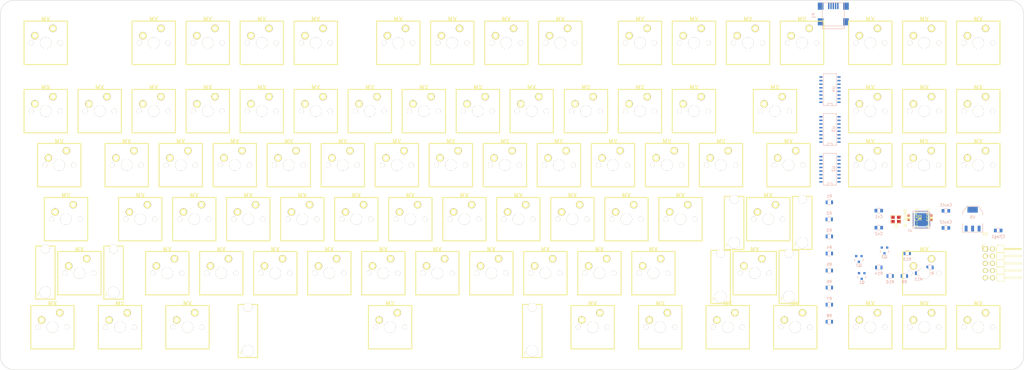
<source format=kicad_pcb>
(kicad_pcb (version 4) (host pcbnew "(2015-08-01 BZR 6034)-product")

  (general
    (links 274)
    (no_connects 274)
    (area 29.924999 29.924999 390.075001 160.075001)
    (thickness 1.6)
    (drawings 8)
    (tracks 0)
    (zones 0)
    (modules 128)
    (nets 90)
  )

  (page A3)
  (layers
    (0 F.Cu signal)
    (1 In1.Cu signal)
    (2 In2.Cu signal)
    (31 B.Cu signal)
    (32 B.Adhes user)
    (33 F.Adhes user)
    (34 B.Paste user)
    (35 F.Paste user)
    (36 B.SilkS user)
    (37 F.SilkS user)
    (38 B.Mask user)
    (39 F.Mask user)
    (40 Dwgs.User user)
    (41 Cmts.User user)
    (42 Eco1.User user)
    (43 Eco2.User user)
    (44 Edge.Cuts user)
    (45 Margin user)
    (46 B.CrtYd user)
    (47 F.CrtYd user)
    (48 B.Fab user)
    (49 F.Fab user)
  )

  (setup
    (last_trace_width 0.25)
    (trace_clearance 0.2)
    (zone_clearance 0.508)
    (zone_45_only no)
    (trace_min 0.2)
    (segment_width 0.2)
    (edge_width 0.15)
    (via_size 0.6)
    (via_drill 0.4)
    (via_min_size 0.4)
    (via_min_drill 0.3)
    (uvia_size 0.3)
    (uvia_drill 0.1)
    (uvias_allowed no)
    (uvia_min_size 0.2)
    (uvia_min_drill 0.1)
    (pcb_text_width 0.3)
    (pcb_text_size 1.5 1.5)
    (mod_edge_width 0.15)
    (mod_text_size 1 1)
    (mod_text_width 0.15)
    (pad_size 1.524 1.524)
    (pad_drill 0.762)
    (pad_to_mask_clearance 0.2)
    (aux_axis_origin 0 0)
    (visible_elements 7FFFFFFF)
    (pcbplotparams
      (layerselection 0x00030_80000001)
      (usegerberextensions false)
      (excludeedgelayer true)
      (linewidth 0.100000)
      (plotframeref false)
      (viasonmask false)
      (mode 1)
      (useauxorigin false)
      (hpglpennumber 1)
      (hpglpenspeed 20)
      (hpglpendiameter 15)
      (hpglpenoverlay 2)
      (psnegative false)
      (psa4output false)
      (plotreference true)
      (plotvalue true)
      (plotinvisibletext false)
      (padsonsilk false)
      (subtractmaskfromsilk false)
      (outputformat 1)
      (mirror false)
      (drillshape 1)
      (scaleselection 1)
      (outputdirectory ""))
  )

  (net 0 "")
  (net 1 +5V)
  (net 2 GND)
  (net 3 /VDDOUT)
  (net 4 /XIN)
  (net 5 /XOUT)
  (net 6 /USB_DP)
  (net 7 /USB_DM)
  (net 8 /USB_ID)
  (net 9 /TCK)
  (net 10 /TDO)
  (net 11 /TMS)
  (net 12 /RESET)
  (net 13 "Net-(P2-Pad7)")
  (net 14 "Net-(P2-Pad8)")
  (net 15 /TDI)
  (net 16 "Net-(R1-Pad2)")
  (net 17 "Net-(R2-Pad2)")
  (net 18 /ROW1)
  (net 19 /ROW2)
  (net 20 /ROW3)
  (net 21 /ROW4)
  (net 22 /ROW5)
  (net 23 /ROW6)
  (net 24 /COL12)
  (net 25 /COL9)
  (net 26 /COL10)
  (net 27 /COL11)
  (net 28 /COL2)
  (net 29 /COL3)
  (net 30 /COL4)
  (net 31 /COL5)
  (net 32 /COL6)
  (net 33 /COL7)
  (net 34 /COL8)
  (net 35 /COL13)
  (net 36 /COL14)
  (net 37 /COL1)
  (net 38 /COL15)
  (net 39 /COL16)
  (net 40 /COL17)
  (net 41 "Net-(U1-Pad20)")
  (net 42 "Net-(U1-Pad23)")
  (net 43 "Net-(U1-Pad21)")
  (net 44 "Net-(U1-Pad22)")
  (net 45 "Net-(U2-Pad9)")
  (net 46 "Net-(U3-Pad9)")
  (net 47 "Net-(U4-Pad9)")
  (net 48 "Net-(U4-Pad7)")
  (net 49 "Net-(U4-Pad6)")
  (net 50 "Net-(U4-Pad5)")
  (net 51 "Net-(U4-Pad4)")
  (net 52 "Net-(U4-Pad3)")
  (net 53 "Net-(U4-Pad2)")
  (net 54 "Net-(U4-Pad1)")
  (net 55 "Net-(U1-Pad28)")
  (net 56 "Net-(U1-Pad29)")
  (net 57 "Net-(U1-Pad32)")
  (net 58 "Net-(U1-Pad33)")
  (net 59 "Net-(U1-Pad34)")
  (net 60 "Net-(U1-Pad35)")
  (net 61 "Net-(U1-Pad43)")
  (net 62 "Net-(U1-Pad44)")
  (net 63 "Net-(U1-Pad46)")
  (net 64 "Net-(SW1-Pad1)")
  (net 65 "Net-(SW1-Pad2)")
  (net 66 "Net-(SW2-Pad1)")
  (net 67 "Net-(SW2-Pad2)")
  (net 68 "Net-(SW3-Pad1)")
  (net 69 "Net-(SW3-Pad2)")
  (net 70 "Net-(SW4-Pad1)")
  (net 71 "Net-(SW4-Pad2)")
  (net 72 "Net-(SW5-Pad1)")
  (net 73 "Net-(SW5-Pad2)")
  (net 74 "Net-(SW6-Pad1)")
  (net 75 "Net-(SW6-Pad2)")
  (net 76 "Net-(SW7-Pad1)")
  (net 77 "Net-(SW7-Pad2)")
  (net 78 "Net-(SW8-Pad1)")
  (net 79 "Net-(SW8-Pad2)")
  (net 80 "Net-(D-CAPS1-Pad1)")
  (net 81 "Net-(D-NUM1-Pad1)")
  (net 82 "Net-(D-SCRL1-Pad1)")
  (net 83 /CAPS)
  (net 84 "Net-(Q1-Pad2)")
  (net 85 /SCRL)
  (net 86 "Net-(Q2-Pad2)")
  (net 87 /NUM)
  (net 88 "Net-(Q3-Pad2)")
  (net 89 VCC)

  (net_class Default "This is the default net class."
    (clearance 0.2)
    (trace_width 0.25)
    (via_dia 0.6)
    (via_drill 0.4)
    (uvia_dia 0.3)
    (uvia_drill 0.1)
    (add_net +5V)
    (add_net /CAPS)
    (add_net /COL1)
    (add_net /COL10)
    (add_net /COL11)
    (add_net /COL12)
    (add_net /COL13)
    (add_net /COL14)
    (add_net /COL15)
    (add_net /COL16)
    (add_net /COL17)
    (add_net /COL2)
    (add_net /COL3)
    (add_net /COL4)
    (add_net /COL5)
    (add_net /COL6)
    (add_net /COL7)
    (add_net /COL8)
    (add_net /COL9)
    (add_net /NUM)
    (add_net /RESET)
    (add_net /ROW1)
    (add_net /ROW2)
    (add_net /ROW3)
    (add_net /ROW4)
    (add_net /ROW5)
    (add_net /ROW6)
    (add_net /SCRL)
    (add_net /TCK)
    (add_net /TDI)
    (add_net /TDO)
    (add_net /TMS)
    (add_net /USB_DM)
    (add_net /USB_DP)
    (add_net /USB_ID)
    (add_net /VDDOUT)
    (add_net /XIN)
    (add_net /XOUT)
    (add_net GND)
    (add_net "Net-(D-CAPS1-Pad1)")
    (add_net "Net-(D-NUM1-Pad1)")
    (add_net "Net-(D-SCRL1-Pad1)")
    (add_net "Net-(P2-Pad7)")
    (add_net "Net-(P2-Pad8)")
    (add_net "Net-(Q1-Pad2)")
    (add_net "Net-(Q2-Pad2)")
    (add_net "Net-(Q3-Pad2)")
    (add_net "Net-(R1-Pad2)")
    (add_net "Net-(R2-Pad2)")
    (add_net "Net-(SW1-Pad1)")
    (add_net "Net-(SW1-Pad2)")
    (add_net "Net-(SW2-Pad1)")
    (add_net "Net-(SW2-Pad2)")
    (add_net "Net-(SW3-Pad1)")
    (add_net "Net-(SW3-Pad2)")
    (add_net "Net-(SW4-Pad1)")
    (add_net "Net-(SW4-Pad2)")
    (add_net "Net-(SW5-Pad1)")
    (add_net "Net-(SW5-Pad2)")
    (add_net "Net-(SW6-Pad1)")
    (add_net "Net-(SW6-Pad2)")
    (add_net "Net-(SW7-Pad1)")
    (add_net "Net-(SW7-Pad2)")
    (add_net "Net-(SW8-Pad1)")
    (add_net "Net-(SW8-Pad2)")
    (add_net "Net-(U1-Pad20)")
    (add_net "Net-(U1-Pad21)")
    (add_net "Net-(U1-Pad22)")
    (add_net "Net-(U1-Pad23)")
    (add_net "Net-(U1-Pad28)")
    (add_net "Net-(U1-Pad29)")
    (add_net "Net-(U1-Pad32)")
    (add_net "Net-(U1-Pad33)")
    (add_net "Net-(U1-Pad34)")
    (add_net "Net-(U1-Pad35)")
    (add_net "Net-(U1-Pad43)")
    (add_net "Net-(U1-Pad44)")
    (add_net "Net-(U1-Pad46)")
    (add_net "Net-(U2-Pad9)")
    (add_net "Net-(U3-Pad9)")
    (add_net "Net-(U4-Pad1)")
    (add_net "Net-(U4-Pad2)")
    (add_net "Net-(U4-Pad3)")
    (add_net "Net-(U4-Pad4)")
    (add_net "Net-(U4-Pad5)")
    (add_net "Net-(U4-Pad6)")
    (add_net "Net-(U4-Pad7)")
    (add_net "Net-(U4-Pad9)")
    (add_net VCC)
  )

  (module SOT-223 (layer B.Cu) (tedit 0) (tstamp 55DAB93A)
    (at 372 107 180)
    (descr "module CMS SOT223 4 pins")
    (tags "CMS SOT")
    (path /55E1381F)
    (attr smd)
    (fp_text reference U5 (at 0 0.762 180) (layer B.SilkS)
      (effects (font (size 1 1) (thickness 0.15)) (justify mirror))
    )
    (fp_text value LD1117S33CTR (at 0 -1 180) (layer B.Fab)
      (effects (font (size 1 1) (thickness 0.15)) (justify mirror))
    )
    (fp_line (start -3.556 -1.524) (end -3.556 -4.572) (layer B.SilkS) (width 0.15))
    (fp_line (start -3.556 -4.572) (end 3.556 -4.572) (layer B.SilkS) (width 0.15))
    (fp_line (start 3.556 -4.572) (end 3.556 -1.524) (layer B.SilkS) (width 0.15))
    (fp_line (start -3.556 1.524) (end -3.556 2.286) (layer B.SilkS) (width 0.15))
    (fp_line (start -3.556 2.286) (end -2.032 4.572) (layer B.SilkS) (width 0.15))
    (fp_line (start -2.032 4.572) (end 2.032 4.572) (layer B.SilkS) (width 0.15))
    (fp_line (start 2.032 4.572) (end 3.556 2.286) (layer B.SilkS) (width 0.15))
    (fp_line (start 3.556 2.286) (end 3.556 1.524) (layer B.SilkS) (width 0.15))
    (pad 4 smd rect (at 0 3.302 180) (size 3.6576 2.032) (layers B.Cu B.Paste B.Mask))
    (pad 2 smd rect (at 0 -3.302 180) (size 1.016 2.032) (layers B.Cu B.Paste B.Mask)
      (net 89 VCC))
    (pad 3 smd rect (at 2.286 -3.302 180) (size 1.016 2.032) (layers B.Cu B.Paste B.Mask)
      (net 1 +5V))
    (pad 1 smd rect (at -2.286 -3.302 180) (size 1.016 2.032) (layers B.Cu B.Paste B.Mask)
      (net 2 GND))
    (model TO_SOT_Packages_SMD.3dshapes/SOT-223.wrl
      (at (xyz 0 0 0))
      (scale (xyz 0.4 0.4 0.4))
      (rotate (xyz 0 0 0))
    )
  )

  (module Capacitors_SMD:C_0805 (layer B.Cu) (tedit 5415D6EA) (tstamp 55DAC704)
    (at 381 111)
    (descr "Capacitor SMD 0805, reflow soldering, AVX (see smccp.pdf)")
    (tags "capacitor 0805")
    (path /55E29BD7)
    (attr smd)
    (fp_text reference Cjtag1 (at 0 2.1) (layer B.SilkS)
      (effects (font (size 1 1) (thickness 0.15)) (justify mirror))
    )
    (fp_text value 100nF (at 0 -2.1) (layer B.Fab)
      (effects (font (size 1 1) (thickness 0.15)) (justify mirror))
    )
    (fp_line (start -1.8 1) (end 1.8 1) (layer B.CrtYd) (width 0.05))
    (fp_line (start -1.8 -1) (end 1.8 -1) (layer B.CrtYd) (width 0.05))
    (fp_line (start -1.8 1) (end -1.8 -1) (layer B.CrtYd) (width 0.05))
    (fp_line (start 1.8 1) (end 1.8 -1) (layer B.CrtYd) (width 0.05))
    (fp_line (start 0.5 0.85) (end -0.5 0.85) (layer B.SilkS) (width 0.15))
    (fp_line (start -0.5 -0.85) (end 0.5 -0.85) (layer B.SilkS) (width 0.15))
    (pad 1 smd rect (at -1 0) (size 1 1.25) (layers B.Cu B.Paste B.Mask)
      (net 2 GND))
    (pad 2 smd rect (at 1 0) (size 1 1.25) (layers B.Cu B.Paste B.Mask)
      (net 89 VCC))
    (model Capacitors_SMD.3dshapes/C_0805.wrl
      (at (xyz 0 0 0))
      (scale (xyz 1 1 1))
      (rotate (xyz 0 0 0))
    )
  )

  (module Capacitors_SMD:C_0805 (layer B.Cu) (tedit 5415D6EA) (tstamp 55DAC710)
    (at 362.606992 104.07923 180)
    (descr "Capacitor SMD 0805, reflow soldering, AVX (see smccp.pdf)")
    (tags "capacitor 0805")
    (path /55DBF0CF)
    (attr smd)
    (fp_text reference Cout1 (at 0 2.1 180) (layer B.SilkS)
      (effects (font (size 1 1) (thickness 0.15)) (justify mirror))
    )
    (fp_text value 470pF (at 0 -2.1 180) (layer B.Fab)
      (effects (font (size 1 1) (thickness 0.15)) (justify mirror))
    )
    (fp_line (start -1.8 1) (end 1.8 1) (layer B.CrtYd) (width 0.05))
    (fp_line (start -1.8 -1) (end 1.8 -1) (layer B.CrtYd) (width 0.05))
    (fp_line (start -1.8 1) (end -1.8 -1) (layer B.CrtYd) (width 0.05))
    (fp_line (start 1.8 1) (end 1.8 -1) (layer B.CrtYd) (width 0.05))
    (fp_line (start 0.5 0.85) (end -0.5 0.85) (layer B.SilkS) (width 0.15))
    (fp_line (start -0.5 -0.85) (end 0.5 -0.85) (layer B.SilkS) (width 0.15))
    (pad 1 smd rect (at -1 0 180) (size 1 1.25) (layers B.Cu B.Paste B.Mask)
      (net 3 /VDDOUT))
    (pad 2 smd rect (at 1 0 180) (size 1 1.25) (layers B.Cu B.Paste B.Mask)
      (net 2 GND))
    (model Capacitors_SMD.3dshapes/C_0805.wrl
      (at (xyz 0 0 0))
      (scale (xyz 1 1 1))
      (rotate (xyz 0 0 0))
    )
  )

  (module Capacitors_SMD:C_0805 (layer B.Cu) (tedit 5415D6EA) (tstamp 55DAC71C)
    (at 362.606992 110.07923 180)
    (descr "Capacitor SMD 0805, reflow soldering, AVX (see smccp.pdf)")
    (tags "capacitor 0805")
    (path /55DBF203)
    (attr smd)
    (fp_text reference Cout2 (at 0 2.1 180) (layer B.SilkS)
      (effects (font (size 1 1) (thickness 0.15)) (justify mirror))
    )
    (fp_text value 2.2uF (at 0 -2.1 180) (layer B.Fab)
      (effects (font (size 1 1) (thickness 0.15)) (justify mirror))
    )
    (fp_line (start -1.8 1) (end 1.8 1) (layer B.CrtYd) (width 0.05))
    (fp_line (start -1.8 -1) (end 1.8 -1) (layer B.CrtYd) (width 0.05))
    (fp_line (start -1.8 1) (end -1.8 -1) (layer B.CrtYd) (width 0.05))
    (fp_line (start 1.8 1) (end 1.8 -1) (layer B.CrtYd) (width 0.05))
    (fp_line (start 0.5 0.85) (end -0.5 0.85) (layer B.SilkS) (width 0.15))
    (fp_line (start -0.5 -0.85) (end 0.5 -0.85) (layer B.SilkS) (width 0.15))
    (pad 1 smd rect (at -1 0 180) (size 1 1.25) (layers B.Cu B.Paste B.Mask)
      (net 3 /VDDOUT))
    (pad 2 smd rect (at 1 0 180) (size 1 1.25) (layers B.Cu B.Paste B.Mask)
      (net 2 GND))
    (model Capacitors_SMD.3dshapes/C_0805.wrl
      (at (xyz 0 0 0))
      (scale (xyz 1 1 1))
      (rotate (xyz 0 0 0))
    )
  )

  (module Capacitors_SMD:C_0805 (layer B.Cu) (tedit 5415D6EA) (tstamp 55DAC728)
    (at 339 104)
    (descr "Capacitor SMD 0805, reflow soldering, AVX (see smccp.pdf)")
    (tags "capacitor 0805")
    (path /55DF2B2D)
    (attr smd)
    (fp_text reference Cx1 (at 0 2.1) (layer B.SilkS)
      (effects (font (size 1 1) (thickness 0.15)) (justify mirror))
    )
    (fp_text value 22pF (at 0 -2.1) (layer B.Fab)
      (effects (font (size 1 1) (thickness 0.15)) (justify mirror))
    )
    (fp_line (start -1.8 1) (end 1.8 1) (layer B.CrtYd) (width 0.05))
    (fp_line (start -1.8 -1) (end 1.8 -1) (layer B.CrtYd) (width 0.05))
    (fp_line (start -1.8 1) (end -1.8 -1) (layer B.CrtYd) (width 0.05))
    (fp_line (start 1.8 1) (end 1.8 -1) (layer B.CrtYd) (width 0.05))
    (fp_line (start 0.5 0.85) (end -0.5 0.85) (layer B.SilkS) (width 0.15))
    (fp_line (start -0.5 -0.85) (end 0.5 -0.85) (layer B.SilkS) (width 0.15))
    (pad 1 smd rect (at -1 0) (size 1 1.25) (layers B.Cu B.Paste B.Mask)
      (net 2 GND))
    (pad 2 smd rect (at 1 0) (size 1 1.25) (layers B.Cu B.Paste B.Mask)
      (net 4 /XIN))
    (model Capacitors_SMD.3dshapes/C_0805.wrl
      (at (xyz 0 0 0))
      (scale (xyz 1 1 1))
      (rotate (xyz 0 0 0))
    )
  )

  (module Capacitors_SMD:C_0805 (layer B.Cu) (tedit 5415D6EA) (tstamp 55DAC734)
    (at 339 110)
    (descr "Capacitor SMD 0805, reflow soldering, AVX (see smccp.pdf)")
    (tags "capacitor 0805")
    (path /55DF2C9C)
    (attr smd)
    (fp_text reference Cx2 (at 0 2.1) (layer B.SilkS)
      (effects (font (size 1 1) (thickness 0.15)) (justify mirror))
    )
    (fp_text value 22pF (at 0 -2.1) (layer B.Fab)
      (effects (font (size 1 1) (thickness 0.15)) (justify mirror))
    )
    (fp_line (start -1.8 1) (end 1.8 1) (layer B.CrtYd) (width 0.05))
    (fp_line (start -1.8 -1) (end 1.8 -1) (layer B.CrtYd) (width 0.05))
    (fp_line (start -1.8 1) (end -1.8 -1) (layer B.CrtYd) (width 0.05))
    (fp_line (start 1.8 1) (end 1.8 -1) (layer B.CrtYd) (width 0.05))
    (fp_line (start 0.5 0.85) (end -0.5 0.85) (layer B.SilkS) (width 0.15))
    (fp_line (start -0.5 -0.85) (end 0.5 -0.85) (layer B.SilkS) (width 0.15))
    (pad 1 smd rect (at -1 0) (size 1 1.25) (layers B.Cu B.Paste B.Mask)
      (net 2 GND))
    (pad 2 smd rect (at 1 0) (size 1 1.25) (layers B.Cu B.Paste B.Mask)
      (net 5 /XOUT))
    (model Capacitors_SMD.3dshapes/C_0805.wrl
      (at (xyz 0 0 0))
      (scale (xyz 1 1 1))
      (rotate (xyz 0 0 0))
    )
  )

  (module Connect:USB_Mini-B (layer B.Cu) (tedit 5543E571) (tstamp 55DAC74C)
    (at 323 35.44932 90)
    (descr "USB Mini-B 5-pin SMD connector")
    (tags "USB USB_B USB_Mini connector")
    (path /55DB2713)
    (attr smd)
    (fp_text reference P1 (at 0 -6.90118 90) (layer B.SilkS)
      (effects (font (size 1 1) (thickness 0.15)) (justify mirror))
    )
    (fp_text value USB_OTG (at 0 7.0993 90) (layer B.Fab)
      (effects (font (size 1 1) (thickness 0.15)) (justify mirror))
    )
    (fp_line (start -4.85 5.7) (end 4.85 5.7) (layer B.CrtYd) (width 0.05))
    (fp_line (start 4.85 5.7) (end 4.85 -5.7) (layer B.CrtYd) (width 0.05))
    (fp_line (start 4.85 -5.7) (end -4.85 -5.7) (layer B.CrtYd) (width 0.05))
    (fp_line (start -4.85 -5.7) (end -4.85 5.7) (layer B.CrtYd) (width 0.05))
    (fp_line (start -3.59918 3.85064) (end -3.59918 -3.85064) (layer B.SilkS) (width 0.15))
    (fp_line (start -4.59994 3.85064) (end -4.59994 -3.85064) (layer B.SilkS) (width 0.15))
    (fp_line (start -4.59994 -3.85064) (end 4.59994 -3.85064) (layer B.SilkS) (width 0.15))
    (fp_line (start 4.59994 -3.85064) (end 4.59994 3.85064) (layer B.SilkS) (width 0.15))
    (fp_line (start 4.59994 3.85064) (end -4.59994 3.85064) (layer B.SilkS) (width 0.15))
    (pad 1 smd rect (at 3.44932 1.6002 90) (size 2.30124 0.50038) (layers B.Cu B.Paste B.Mask)
      (net 1 +5V))
    (pad 2 smd rect (at 3.44932 0.8001 90) (size 2.30124 0.50038) (layers B.Cu B.Paste B.Mask)
      (net 6 /USB_DP))
    (pad 3 smd rect (at 3.44932 0 90) (size 2.30124 0.50038) (layers B.Cu B.Paste B.Mask)
      (net 7 /USB_DM))
    (pad 4 smd rect (at 3.44932 -0.8001 90) (size 2.30124 0.50038) (layers B.Cu B.Paste B.Mask)
      (net 8 /USB_ID))
    (pad 5 smd rect (at 3.44932 -1.6002 90) (size 2.30124 0.50038) (layers B.Cu B.Paste B.Mask)
      (net 2 GND))
    (pad 6 smd rect (at 3.35026 4.45008 90) (size 2.49936 1.99898) (layers B.Cu B.Paste B.Mask)
      (net 2 GND))
    (pad 6 smd rect (at -2.14884 4.45008 90) (size 2.49936 1.99898) (layers B.Cu B.Paste B.Mask)
      (net 2 GND))
    (pad 6 smd rect (at 3.35026 -4.45008 90) (size 2.49936 1.99898) (layers B.Cu B.Paste B.Mask)
      (net 2 GND))
    (pad 6 smd rect (at -2.14884 -4.45008 90) (size 2.49936 1.99898) (layers B.Cu B.Paste B.Mask)
      (net 2 GND))
    (pad "" np_thru_hole circle (at 0.8509 2.19964 90) (size 0.89916 0.89916) (drill 0.89916) (layers *.Cu *.Mask B.SilkS))
    (pad "" np_thru_hole circle (at 0.8509 -2.19964 90) (size 0.89916 0.89916) (drill 0.89916) (layers *.Cu *.Mask B.SilkS))
  )

  (module Pin_Headers:Pin_Header_Angled_2x05 (layer F.Cu) (tedit 0) (tstamp 55DAC79C)
    (at 376.46 117.46)
    (descr "Through hole pin header")
    (tags "pin header")
    (path /55E195EB)
    (fp_text reference P2 (at 0 -5.1) (layer F.SilkS)
      (effects (font (size 1 1) (thickness 0.15)))
    )
    (fp_text value JTAG (at 0 -3.1) (layer F.Fab)
      (effects (font (size 1 1) (thickness 0.15)))
    )
    (fp_line (start -1.35 -1.75) (end -1.35 11.95) (layer F.CrtYd) (width 0.05))
    (fp_line (start 13.2 -1.75) (end 13.2 11.95) (layer F.CrtYd) (width 0.05))
    (fp_line (start -1.35 -1.75) (end 13.2 -1.75) (layer F.CrtYd) (width 0.05))
    (fp_line (start -1.35 11.95) (end 13.2 11.95) (layer F.CrtYd) (width 0.05))
    (fp_line (start 1.524 10.414) (end 1.016 10.414) (layer F.SilkS) (width 0.15))
    (fp_line (start 1.524 9.906) (end 1.016 9.906) (layer F.SilkS) (width 0.15))
    (fp_line (start 1.524 7.874) (end 1.016 7.874) (layer F.SilkS) (width 0.15))
    (fp_line (start 1.524 7.366) (end 1.016 7.366) (layer F.SilkS) (width 0.15))
    (fp_line (start 1.524 -0.254) (end 1.016 -0.254) (layer F.SilkS) (width 0.15))
    (fp_line (start 1.524 0.254) (end 1.016 0.254) (layer F.SilkS) (width 0.15))
    (fp_line (start 1.524 5.334) (end 1.016 5.334) (layer F.SilkS) (width 0.15))
    (fp_line (start 1.524 4.826) (end 1.016 4.826) (layer F.SilkS) (width 0.15))
    (fp_line (start 1.524 2.794) (end 1.016 2.794) (layer F.SilkS) (width 0.15))
    (fp_line (start 1.524 2.286) (end 1.016 2.286) (layer F.SilkS) (width 0.15))
    (fp_line (start 4.064 10.414) (end 3.556 10.414) (layer F.SilkS) (width 0.15))
    (fp_line (start 4.064 9.906) (end 3.556 9.906) (layer F.SilkS) (width 0.15))
    (fp_line (start 4.064 -0.254) (end 3.556 -0.254) (layer F.SilkS) (width 0.15))
    (fp_line (start 4.064 0.254) (end 3.556 0.254) (layer F.SilkS) (width 0.15))
    (fp_line (start 4.064 2.286) (end 3.556 2.286) (layer F.SilkS) (width 0.15))
    (fp_line (start 4.064 2.794) (end 3.556 2.794) (layer F.SilkS) (width 0.15))
    (fp_line (start 4.064 7.874) (end 3.556 7.874) (layer F.SilkS) (width 0.15))
    (fp_line (start 4.064 7.366) (end 3.556 7.366) (layer F.SilkS) (width 0.15))
    (fp_line (start 4.064 5.334) (end 3.556 5.334) (layer F.SilkS) (width 0.15))
    (fp_line (start 4.064 4.826) (end 3.556 4.826) (layer F.SilkS) (width 0.15))
    (fp_line (start 0 -1.55) (end -1.15 -1.55) (layer F.SilkS) (width 0.15))
    (fp_line (start -1.15 -1.55) (end -1.15 0) (layer F.SilkS) (width 0.15))
    (fp_line (start 6.604 -0.127) (end 12.573 -0.127) (layer F.SilkS) (width 0.15))
    (fp_line (start 12.573 -0.127) (end 12.573 0.127) (layer F.SilkS) (width 0.15))
    (fp_line (start 12.573 0.127) (end 6.731 0.127) (layer F.SilkS) (width 0.15))
    (fp_line (start 6.731 0.127) (end 6.731 0) (layer F.SilkS) (width 0.15))
    (fp_line (start 6.731 0) (end 12.573 0) (layer F.SilkS) (width 0.15))
    (fp_line (start 4.064 8.89) (end 6.604 8.89) (layer F.SilkS) (width 0.15))
    (fp_line (start 4.064 8.89) (end 4.064 11.43) (layer F.SilkS) (width 0.15))
    (fp_line (start 6.604 9.906) (end 12.7 9.906) (layer F.SilkS) (width 0.15))
    (fp_line (start 12.7 9.906) (end 12.7 10.414) (layer F.SilkS) (width 0.15))
    (fp_line (start 12.7 10.414) (end 6.604 10.414) (layer F.SilkS) (width 0.15))
    (fp_line (start 6.604 11.43) (end 6.604 8.89) (layer F.SilkS) (width 0.15))
    (fp_line (start 4.064 11.43) (end 6.604 11.43) (layer F.SilkS) (width 0.15))
    (fp_line (start 4.064 3.81) (end 6.604 3.81) (layer F.SilkS) (width 0.15))
    (fp_line (start 4.064 3.81) (end 4.064 6.35) (layer F.SilkS) (width 0.15))
    (fp_line (start 4.064 6.35) (end 6.604 6.35) (layer F.SilkS) (width 0.15))
    (fp_line (start 6.604 4.826) (end 12.7 4.826) (layer F.SilkS) (width 0.15))
    (fp_line (start 12.7 4.826) (end 12.7 5.334) (layer F.SilkS) (width 0.15))
    (fp_line (start 12.7 5.334) (end 6.604 5.334) (layer F.SilkS) (width 0.15))
    (fp_line (start 6.604 6.35) (end 6.604 3.81) (layer F.SilkS) (width 0.15))
    (fp_line (start 6.604 8.89) (end 6.604 6.35) (layer F.SilkS) (width 0.15))
    (fp_line (start 12.7 7.874) (end 6.604 7.874) (layer F.SilkS) (width 0.15))
    (fp_line (start 12.7 7.366) (end 12.7 7.874) (layer F.SilkS) (width 0.15))
    (fp_line (start 6.604 7.366) (end 12.7 7.366) (layer F.SilkS) (width 0.15))
    (fp_line (start 4.064 8.89) (end 6.604 8.89) (layer F.SilkS) (width 0.15))
    (fp_line (start 4.064 6.35) (end 4.064 8.89) (layer F.SilkS) (width 0.15))
    (fp_line (start 4.064 6.35) (end 6.604 6.35) (layer F.SilkS) (width 0.15))
    (fp_line (start 4.064 1.27) (end 6.604 1.27) (layer F.SilkS) (width 0.15))
    (fp_line (start 4.064 1.27) (end 4.064 3.81) (layer F.SilkS) (width 0.15))
    (fp_line (start 4.064 3.81) (end 6.604 3.81) (layer F.SilkS) (width 0.15))
    (fp_line (start 6.604 2.286) (end 12.7 2.286) (layer F.SilkS) (width 0.15))
    (fp_line (start 12.7 2.286) (end 12.7 2.794) (layer F.SilkS) (width 0.15))
    (fp_line (start 12.7 2.794) (end 6.604 2.794) (layer F.SilkS) (width 0.15))
    (fp_line (start 6.604 3.81) (end 6.604 1.27) (layer F.SilkS) (width 0.15))
    (fp_line (start 6.604 1.27) (end 6.604 -1.27) (layer F.SilkS) (width 0.15))
    (fp_line (start 12.7 0.254) (end 6.604 0.254) (layer F.SilkS) (width 0.15))
    (fp_line (start 12.7 -0.254) (end 12.7 0.254) (layer F.SilkS) (width 0.15))
    (fp_line (start 6.604 -0.254) (end 12.7 -0.254) (layer F.SilkS) (width 0.15))
    (fp_line (start 4.064 1.27) (end 6.604 1.27) (layer F.SilkS) (width 0.15))
    (fp_line (start 4.064 -1.27) (end 4.064 1.27) (layer F.SilkS) (width 0.15))
    (fp_line (start 4.064 -1.27) (end 6.604 -1.27) (layer F.SilkS) (width 0.15))
    (pad 1 thru_hole rect (at 0 0) (size 1.7272 1.7272) (drill 1.016) (layers *.Cu *.Mask F.SilkS)
      (net 9 /TCK))
    (pad 2 thru_hole oval (at 2.54 0) (size 1.7272 1.7272) (drill 1.016) (layers *.Cu *.Mask F.SilkS)
      (net 2 GND))
    (pad 3 thru_hole oval (at 0 2.54) (size 1.7272 1.7272) (drill 1.016) (layers *.Cu *.Mask F.SilkS)
      (net 10 /TDO))
    (pad 4 thru_hole oval (at 2.54 2.54) (size 1.7272 1.7272) (drill 1.016) (layers *.Cu *.Mask F.SilkS)
      (net 89 VCC))
    (pad 5 thru_hole oval (at 0 5.08) (size 1.7272 1.7272) (drill 1.016) (layers *.Cu *.Mask F.SilkS)
      (net 11 /TMS))
    (pad 6 thru_hole oval (at 2.54 5.08) (size 1.7272 1.7272) (drill 1.016) (layers *.Cu *.Mask F.SilkS)
      (net 12 /RESET))
    (pad 7 thru_hole oval (at 0 7.62) (size 1.7272 1.7272) (drill 1.016) (layers *.Cu *.Mask F.SilkS)
      (net 13 "Net-(P2-Pad7)"))
    (pad 8 thru_hole oval (at 2.54 7.62) (size 1.7272 1.7272) (drill 1.016) (layers *.Cu *.Mask F.SilkS)
      (net 14 "Net-(P2-Pad8)"))
    (pad 9 thru_hole oval (at 0 10.16) (size 1.7272 1.7272) (drill 1.016) (layers *.Cu *.Mask F.SilkS)
      (net 15 /TDI))
    (pad 10 thru_hole oval (at 2.54 10.16) (size 1.7272 1.7272) (drill 1.016) (layers *.Cu *.Mask F.SilkS)
      (net 2 GND))
    (model Pin_Headers.3dshapes/Pin_Header_Angled_2x05.wrl
      (at (xyz 0.05 -0.2 0))
      (scale (xyz 1 1 1))
      (rotate (xyz 0 0 90))
    )
  )

  (module Resistors_SMD:R_0805 (layer B.Cu) (tedit 5415CDEB) (tstamp 55DAC7A8)
    (at 321.606992 101.07923 180)
    (descr "Resistor SMD 0805, reflow soldering, Vishay (see dcrcw.pdf)")
    (tags "resistor 0805")
    (path /55DFF9B4)
    (attr smd)
    (fp_text reference R1 (at 0 2.1 180) (layer B.SilkS)
      (effects (font (size 1 1) (thickness 0.15)) (justify mirror))
    )
    (fp_text value 39 (at 0 -2.1 180) (layer B.Fab)
      (effects (font (size 1 1) (thickness 0.15)) (justify mirror))
    )
    (fp_line (start -1.6 1) (end 1.6 1) (layer B.CrtYd) (width 0.05))
    (fp_line (start -1.6 -1) (end 1.6 -1) (layer B.CrtYd) (width 0.05))
    (fp_line (start -1.6 1) (end -1.6 -1) (layer B.CrtYd) (width 0.05))
    (fp_line (start 1.6 1) (end 1.6 -1) (layer B.CrtYd) (width 0.05))
    (fp_line (start 0.6 -0.875) (end -0.6 -0.875) (layer B.SilkS) (width 0.15))
    (fp_line (start -0.6 0.875) (end 0.6 0.875) (layer B.SilkS) (width 0.15))
    (pad 1 smd rect (at -0.95 0 180) (size 0.7 1.3) (layers B.Cu B.Paste B.Mask)
      (net 7 /USB_DM))
    (pad 2 smd rect (at 0.95 0 180) (size 0.7 1.3) (layers B.Cu B.Paste B.Mask)
      (net 16 "Net-(R1-Pad2)"))
    (model Resistors_SMD.3dshapes/R_0805.wrl
      (at (xyz 0 0 0))
      (scale (xyz 1 1 1))
      (rotate (xyz 0 0 0))
    )
  )

  (module Resistors_SMD:R_0805 (layer B.Cu) (tedit 5415CDEB) (tstamp 55DAC7B4)
    (at 321.556992 107.07923 180)
    (descr "Resistor SMD 0805, reflow soldering, Vishay (see dcrcw.pdf)")
    (tags "resistor 0805")
    (path /55DFFBB5)
    (attr smd)
    (fp_text reference R2 (at 0 2.1 180) (layer B.SilkS)
      (effects (font (size 1 1) (thickness 0.15)) (justify mirror))
    )
    (fp_text value 39 (at 0 -2.1 180) (layer B.Fab)
      (effects (font (size 1 1) (thickness 0.15)) (justify mirror))
    )
    (fp_line (start -1.6 1) (end 1.6 1) (layer B.CrtYd) (width 0.05))
    (fp_line (start -1.6 -1) (end 1.6 -1) (layer B.CrtYd) (width 0.05))
    (fp_line (start -1.6 1) (end -1.6 -1) (layer B.CrtYd) (width 0.05))
    (fp_line (start 1.6 1) (end 1.6 -1) (layer B.CrtYd) (width 0.05))
    (fp_line (start 0.6 -0.875) (end -0.6 -0.875) (layer B.SilkS) (width 0.15))
    (fp_line (start -0.6 0.875) (end 0.6 0.875) (layer B.SilkS) (width 0.15))
    (pad 1 smd rect (at -0.95 0 180) (size 0.7 1.3) (layers B.Cu B.Paste B.Mask)
      (net 6 /USB_DP))
    (pad 2 smd rect (at 0.95 0 180) (size 0.7 1.3) (layers B.Cu B.Paste B.Mask)
      (net 17 "Net-(R2-Pad2)"))
    (model Resistors_SMD.3dshapes/R_0805.wrl
      (at (xyz 0 0 0))
      (scale (xyz 1 1 1))
      (rotate (xyz 0 0 0))
    )
  )

  (module Resistors_SMD:R_0805 (layer B.Cu) (tedit 5415CDEB) (tstamp 55DAC7C0)
    (at 321.606992 113.07923 180)
    (descr "Resistor SMD 0805, reflow soldering, Vishay (see dcrcw.pdf)")
    (tags "resistor 0805")
    (path /55DBD64A)
    (attr smd)
    (fp_text reference R3 (at 0 2.1 180) (layer B.SilkS)
      (effects (font (size 1 1) (thickness 0.15)) (justify mirror))
    )
    (fp_text value 10k (at 0 -2.1 180) (layer B.Fab)
      (effects (font (size 1 1) (thickness 0.15)) (justify mirror))
    )
    (fp_line (start -1.6 1) (end 1.6 1) (layer B.CrtYd) (width 0.05))
    (fp_line (start -1.6 -1) (end 1.6 -1) (layer B.CrtYd) (width 0.05))
    (fp_line (start -1.6 1) (end -1.6 -1) (layer B.CrtYd) (width 0.05))
    (fp_line (start 1.6 1) (end 1.6 -1) (layer B.CrtYd) (width 0.05))
    (fp_line (start 0.6 -0.875) (end -0.6 -0.875) (layer B.SilkS) (width 0.15))
    (fp_line (start -0.6 0.875) (end 0.6 0.875) (layer B.SilkS) (width 0.15))
    (pad 1 smd rect (at -0.95 0 180) (size 0.7 1.3) (layers B.Cu B.Paste B.Mask)
      (net 18 /ROW1))
    (pad 2 smd rect (at 0.95 0 180) (size 0.7 1.3) (layers B.Cu B.Paste B.Mask)
      (net 2 GND))
    (model Resistors_SMD.3dshapes/R_0805.wrl
      (at (xyz 0 0 0))
      (scale (xyz 1 1 1))
      (rotate (xyz 0 0 0))
    )
  )

  (module Resistors_SMD:R_0805 (layer B.Cu) (tedit 5415CDEB) (tstamp 55DAC7CC)
    (at 321.606992 119.07923 180)
    (descr "Resistor SMD 0805, reflow soldering, Vishay (see dcrcw.pdf)")
    (tags "resistor 0805")
    (path /55DBD480)
    (attr smd)
    (fp_text reference R4 (at 0 2.1 180) (layer B.SilkS)
      (effects (font (size 1 1) (thickness 0.15)) (justify mirror))
    )
    (fp_text value 10k (at 0 -2.1 180) (layer B.Fab)
      (effects (font (size 1 1) (thickness 0.15)) (justify mirror))
    )
    (fp_line (start -1.6 1) (end 1.6 1) (layer B.CrtYd) (width 0.05))
    (fp_line (start -1.6 -1) (end 1.6 -1) (layer B.CrtYd) (width 0.05))
    (fp_line (start -1.6 1) (end -1.6 -1) (layer B.CrtYd) (width 0.05))
    (fp_line (start 1.6 1) (end 1.6 -1) (layer B.CrtYd) (width 0.05))
    (fp_line (start 0.6 -0.875) (end -0.6 -0.875) (layer B.SilkS) (width 0.15))
    (fp_line (start -0.6 0.875) (end 0.6 0.875) (layer B.SilkS) (width 0.15))
    (pad 1 smd rect (at -0.95 0 180) (size 0.7 1.3) (layers B.Cu B.Paste B.Mask)
      (net 19 /ROW2))
    (pad 2 smd rect (at 0.95 0 180) (size 0.7 1.3) (layers B.Cu B.Paste B.Mask)
      (net 2 GND))
    (model Resistors_SMD.3dshapes/R_0805.wrl
      (at (xyz 0 0 0))
      (scale (xyz 1 1 1))
      (rotate (xyz 0 0 0))
    )
  )

  (module Resistors_SMD:R_0805 (layer B.Cu) (tedit 5415CDEB) (tstamp 55DAC7D8)
    (at 321.606992 125.07923 180)
    (descr "Resistor SMD 0805, reflow soldering, Vishay (see dcrcw.pdf)")
    (tags "resistor 0805")
    (path /55DBD2E4)
    (attr smd)
    (fp_text reference R5 (at 0 2.1 180) (layer B.SilkS)
      (effects (font (size 1 1) (thickness 0.15)) (justify mirror))
    )
    (fp_text value 10k (at 0 -2.1 180) (layer B.Fab)
      (effects (font (size 1 1) (thickness 0.15)) (justify mirror))
    )
    (fp_line (start -1.6 1) (end 1.6 1) (layer B.CrtYd) (width 0.05))
    (fp_line (start -1.6 -1) (end 1.6 -1) (layer B.CrtYd) (width 0.05))
    (fp_line (start -1.6 1) (end -1.6 -1) (layer B.CrtYd) (width 0.05))
    (fp_line (start 1.6 1) (end 1.6 -1) (layer B.CrtYd) (width 0.05))
    (fp_line (start 0.6 -0.875) (end -0.6 -0.875) (layer B.SilkS) (width 0.15))
    (fp_line (start -0.6 0.875) (end 0.6 0.875) (layer B.SilkS) (width 0.15))
    (pad 1 smd rect (at -0.95 0 180) (size 0.7 1.3) (layers B.Cu B.Paste B.Mask)
      (net 20 /ROW3))
    (pad 2 smd rect (at 0.95 0 180) (size 0.7 1.3) (layers B.Cu B.Paste B.Mask)
      (net 2 GND))
    (model Resistors_SMD.3dshapes/R_0805.wrl
      (at (xyz 0 0 0))
      (scale (xyz 1 1 1))
      (rotate (xyz 0 0 0))
    )
  )

  (module Resistors_SMD:R_0805 (layer B.Cu) (tedit 5415CDEB) (tstamp 55DAC7E4)
    (at 321.606992 131.07923 180)
    (descr "Resistor SMD 0805, reflow soldering, Vishay (see dcrcw.pdf)")
    (tags "resistor 0805")
    (path /55DBF415)
    (attr smd)
    (fp_text reference R6 (at 0 2.1 180) (layer B.SilkS)
      (effects (font (size 1 1) (thickness 0.15)) (justify mirror))
    )
    (fp_text value 10k (at 0 -2.1 180) (layer B.Fab)
      (effects (font (size 1 1) (thickness 0.15)) (justify mirror))
    )
    (fp_line (start -1.6 1) (end 1.6 1) (layer B.CrtYd) (width 0.05))
    (fp_line (start -1.6 -1) (end 1.6 -1) (layer B.CrtYd) (width 0.05))
    (fp_line (start -1.6 1) (end -1.6 -1) (layer B.CrtYd) (width 0.05))
    (fp_line (start 1.6 1) (end 1.6 -1) (layer B.CrtYd) (width 0.05))
    (fp_line (start 0.6 -0.875) (end -0.6 -0.875) (layer B.SilkS) (width 0.15))
    (fp_line (start -0.6 0.875) (end 0.6 0.875) (layer B.SilkS) (width 0.15))
    (pad 1 smd rect (at -0.95 0 180) (size 0.7 1.3) (layers B.Cu B.Paste B.Mask)
      (net 21 /ROW4))
    (pad 2 smd rect (at 0.95 0 180) (size 0.7 1.3) (layers B.Cu B.Paste B.Mask)
      (net 2 GND))
    (model Resistors_SMD.3dshapes/R_0805.wrl
      (at (xyz 0 0 0))
      (scale (xyz 1 1 1))
      (rotate (xyz 0 0 0))
    )
  )

  (module Resistors_SMD:R_0805 (layer B.Cu) (tedit 5415CDEB) (tstamp 55DAC7F0)
    (at 321.606992 137.07923 180)
    (descr "Resistor SMD 0805, reflow soldering, Vishay (see dcrcw.pdf)")
    (tags "resistor 0805")
    (path /55DBF575)
    (attr smd)
    (fp_text reference R7 (at 0 2.1 180) (layer B.SilkS)
      (effects (font (size 1 1) (thickness 0.15)) (justify mirror))
    )
    (fp_text value 10k (at 0 -2.1 180) (layer B.Fab)
      (effects (font (size 1 1) (thickness 0.15)) (justify mirror))
    )
    (fp_line (start -1.6 1) (end 1.6 1) (layer B.CrtYd) (width 0.05))
    (fp_line (start -1.6 -1) (end 1.6 -1) (layer B.CrtYd) (width 0.05))
    (fp_line (start -1.6 1) (end -1.6 -1) (layer B.CrtYd) (width 0.05))
    (fp_line (start 1.6 1) (end 1.6 -1) (layer B.CrtYd) (width 0.05))
    (fp_line (start 0.6 -0.875) (end -0.6 -0.875) (layer B.SilkS) (width 0.15))
    (fp_line (start -0.6 0.875) (end 0.6 0.875) (layer B.SilkS) (width 0.15))
    (pad 1 smd rect (at -0.95 0 180) (size 0.7 1.3) (layers B.Cu B.Paste B.Mask)
      (net 22 /ROW5))
    (pad 2 smd rect (at 0.95 0 180) (size 0.7 1.3) (layers B.Cu B.Paste B.Mask)
      (net 2 GND))
    (model Resistors_SMD.3dshapes/R_0805.wrl
      (at (xyz 0 0 0))
      (scale (xyz 1 1 1))
      (rotate (xyz 0 0 0))
    )
  )

  (module Resistors_SMD:R_0805 (layer B.Cu) (tedit 5415CDEB) (tstamp 55DAC7FC)
    (at 321.606992 143.07923 180)
    (descr "Resistor SMD 0805, reflow soldering, Vishay (see dcrcw.pdf)")
    (tags "resistor 0805")
    (path /55DC2F87)
    (attr smd)
    (fp_text reference R8 (at 0 2.1 180) (layer B.SilkS)
      (effects (font (size 1 1) (thickness 0.15)) (justify mirror))
    )
    (fp_text value 10k (at 0 -2.1 180) (layer B.Fab)
      (effects (font (size 1 1) (thickness 0.15)) (justify mirror))
    )
    (fp_line (start -1.6 1) (end 1.6 1) (layer B.CrtYd) (width 0.05))
    (fp_line (start -1.6 -1) (end 1.6 -1) (layer B.CrtYd) (width 0.05))
    (fp_line (start -1.6 1) (end -1.6 -1) (layer B.CrtYd) (width 0.05))
    (fp_line (start 1.6 1) (end 1.6 -1) (layer B.CrtYd) (width 0.05))
    (fp_line (start 0.6 -0.875) (end -0.6 -0.875) (layer B.SilkS) (width 0.15))
    (fp_line (start -0.6 0.875) (end 0.6 0.875) (layer B.SilkS) (width 0.15))
    (pad 1 smd rect (at -0.95 0 180) (size 0.7 1.3) (layers B.Cu B.Paste B.Mask)
      (net 23 /ROW6))
    (pad 2 smd rect (at 0.95 0 180) (size 0.7 1.3) (layers B.Cu B.Paste B.Mask)
      (net 2 GND))
    (model Resistors_SMD.3dshapes/R_0805.wrl
      (at (xyz 0 0 0))
      (scale (xyz 1 1 1))
      (rotate (xyz 0 0 0))
    )
  )

  (module mx1a:MX1A (layer F.Cu) (tedit 524FFEEB) (tstamp 55DAC809)
    (at 269.25 107)
    (path /55DA6924)
    (fp_text reference SW-'1 (at -4.826 9.2075) (layer F.SilkS) hide
      (effects (font (thickness 0.3048)))
    )
    (fp_text value MX (at 0 -8.255) (layer F.SilkS)
      (effects (font (thickness 0.3048)))
    )
    (fp_line (start -7.62 -7.62) (end 7.62 -7.62) (layer F.SilkS) (width 0.381))
    (fp_line (start 7.62 -7.62) (end 7.62 7.62) (layer F.SilkS) (width 0.381))
    (fp_line (start 7.62 7.62) (end -7.62 7.62) (layer F.SilkS) (width 0.381))
    (fp_line (start -7.62 7.62) (end -7.62 -7.62) (layer F.SilkS) (width 0.381))
    (pad 0 thru_hole circle (at 0 0) (size 3.98018 3.98018) (drill 3.98018) (layers *.Cu *.Mask F.SilkS))
    (pad 2 thru_hole circle (at 2.54 -5.08) (size 2.6 2.6) (drill 1.5011) (layers *.Cu *.Mask F.SilkS)
      (net 21 /ROW4))
    (pad 1 thru_hole circle (at -3.81 -2.54) (size 2.6 2.6) (drill 1.5011) (layers *.Cu *.Mask F.SilkS)
      (net 24 /COL12))
    (pad "" thru_hole circle (at -5.08 0) (size 1.69926 1.69926) (drill 1.69926) (layers *.Cu *.Mask F.SilkS))
    (pad "" thru_hole circle (at 5.08 0) (size 1.69926 1.69926) (drill 1.69926) (layers *.Cu *.Mask F.SilkS))
    (model cherry_mx1.wrl
      (at (xyz 0 0 0))
      (scale (xyz 1 1 1))
      (rotate (xyz 0 0 0))
    )
  )

  (module mx1a:MX1A (layer F.Cu) (tedit 524FFEEB) (tstamp 55DAC816)
    (at 221.75 126)
    (path /55DA6D46)
    (fp_text reference SW-,1 (at -4.826 9.2075) (layer F.SilkS) hide
      (effects (font (thickness 0.3048)))
    )
    (fp_text value MX (at 0 -8.255) (layer F.SilkS)
      (effects (font (thickness 0.3048)))
    )
    (fp_line (start -7.62 -7.62) (end 7.62 -7.62) (layer F.SilkS) (width 0.381))
    (fp_line (start 7.62 -7.62) (end 7.62 7.62) (layer F.SilkS) (width 0.381))
    (fp_line (start 7.62 7.62) (end -7.62 7.62) (layer F.SilkS) (width 0.381))
    (fp_line (start -7.62 7.62) (end -7.62 -7.62) (layer F.SilkS) (width 0.381))
    (pad 0 thru_hole circle (at 0 0) (size 3.98018 3.98018) (drill 3.98018) (layers *.Cu *.Mask F.SilkS))
    (pad 2 thru_hole circle (at 2.54 -5.08) (size 2.6 2.6) (drill 1.5011) (layers *.Cu *.Mask F.SilkS)
      (net 22 /ROW5))
    (pad 1 thru_hole circle (at -3.81 -2.54) (size 2.6 2.6) (drill 1.5011) (layers *.Cu *.Mask F.SilkS)
      (net 25 /COL9))
    (pad "" thru_hole circle (at -5.08 0) (size 1.69926 1.69926) (drill 1.69926) (layers *.Cu *.Mask F.SilkS))
    (pad "" thru_hole circle (at 5.08 0) (size 1.69926 1.69926) (drill 1.69926) (layers *.Cu *.Mask F.SilkS))
    (model cherry_mx1.wrl
      (at (xyz 0 0 0))
      (scale (xyz 1 1 1))
      (rotate (xyz 0 0 0))
    )
  )

  (module mx1a:MX1A (layer F.Cu) (tedit 524FFEEB) (tstamp 55DAC823)
    (at 255 69)
    (path /55DA5926)
    (fp_text reference SW--1 (at -4.826 9.2075) (layer F.SilkS) hide
      (effects (font (thickness 0.3048)))
    )
    (fp_text value MX (at 0 -8.255) (layer F.SilkS)
      (effects (font (thickness 0.3048)))
    )
    (fp_line (start -7.62 -7.62) (end 7.62 -7.62) (layer F.SilkS) (width 0.381))
    (fp_line (start 7.62 -7.62) (end 7.62 7.62) (layer F.SilkS) (width 0.381))
    (fp_line (start 7.62 7.62) (end -7.62 7.62) (layer F.SilkS) (width 0.381))
    (fp_line (start -7.62 7.62) (end -7.62 -7.62) (layer F.SilkS) (width 0.381))
    (pad 0 thru_hole circle (at 0 0) (size 3.98018 3.98018) (drill 3.98018) (layers *.Cu *.Mask F.SilkS))
    (pad 2 thru_hole circle (at 2.54 -5.08) (size 2.6 2.6) (drill 1.5011) (layers *.Cu *.Mask F.SilkS)
      (net 19 /ROW2))
    (pad 1 thru_hole circle (at -3.81 -2.54) (size 2.6 2.6) (drill 1.5011) (layers *.Cu *.Mask F.SilkS)
      (net 24 /COL12))
    (pad "" thru_hole circle (at -5.08 0) (size 1.69926 1.69926) (drill 1.69926) (layers *.Cu *.Mask F.SilkS))
    (pad "" thru_hole circle (at 5.08 0) (size 1.69926 1.69926) (drill 1.69926) (layers *.Cu *.Mask F.SilkS))
    (model cherry_mx1.wrl
      (at (xyz 0 0 0))
      (scale (xyz 1 1 1))
      (rotate (xyz 0 0 0))
    )
  )

  (module mx1a:MX1A (layer F.Cu) (tedit 524FFEEB) (tstamp 55DAC830)
    (at 240.75 126)
    (path /55DA6D5E)
    (fp_text reference SW-.1 (at -4.826 9.2075) (layer F.SilkS) hide
      (effects (font (thickness 0.3048)))
    )
    (fp_text value MX (at 0 -8.255) (layer F.SilkS)
      (effects (font (thickness 0.3048)))
    )
    (fp_line (start -7.62 -7.62) (end 7.62 -7.62) (layer F.SilkS) (width 0.381))
    (fp_line (start 7.62 -7.62) (end 7.62 7.62) (layer F.SilkS) (width 0.381))
    (fp_line (start 7.62 7.62) (end -7.62 7.62) (layer F.SilkS) (width 0.381))
    (fp_line (start -7.62 7.62) (end -7.62 -7.62) (layer F.SilkS) (width 0.381))
    (pad 0 thru_hole circle (at 0 0) (size 3.98018 3.98018) (drill 3.98018) (layers *.Cu *.Mask F.SilkS))
    (pad 2 thru_hole circle (at 2.54 -5.08) (size 2.6 2.6) (drill 1.5011) (layers *.Cu *.Mask F.SilkS)
      (net 22 /ROW5))
    (pad 1 thru_hole circle (at -3.81 -2.54) (size 2.6 2.6) (drill 1.5011) (layers *.Cu *.Mask F.SilkS)
      (net 26 /COL10))
    (pad "" thru_hole circle (at -5.08 0) (size 1.69926 1.69926) (drill 1.69926) (layers *.Cu *.Mask F.SilkS))
    (pad "" thru_hole circle (at 5.08 0) (size 1.69926 1.69926) (drill 1.69926) (layers *.Cu *.Mask F.SilkS))
    (model cherry_mx1.wrl
      (at (xyz 0 0 0))
      (scale (xyz 1 1 1))
      (rotate (xyz 0 0 0))
    )
  )

  (module mx1a:MX1A (layer F.Cu) (tedit 524FFEEB) (tstamp 55DAC83D)
    (at 259.75 126)
    (path /55DA6D4C)
    (fp_text reference SW-/1 (at -4.826 9.2075) (layer F.SilkS) hide
      (effects (font (thickness 0.3048)))
    )
    (fp_text value MX (at 0 -8.255) (layer F.SilkS)
      (effects (font (thickness 0.3048)))
    )
    (fp_line (start -7.62 -7.62) (end 7.62 -7.62) (layer F.SilkS) (width 0.381))
    (fp_line (start 7.62 -7.62) (end 7.62 7.62) (layer F.SilkS) (width 0.381))
    (fp_line (start 7.62 7.62) (end -7.62 7.62) (layer F.SilkS) (width 0.381))
    (fp_line (start -7.62 7.62) (end -7.62 -7.62) (layer F.SilkS) (width 0.381))
    (pad 0 thru_hole circle (at 0 0) (size 3.98018 3.98018) (drill 3.98018) (layers *.Cu *.Mask F.SilkS))
    (pad 2 thru_hole circle (at 2.54 -5.08) (size 2.6 2.6) (drill 1.5011) (layers *.Cu *.Mask F.SilkS)
      (net 22 /ROW5))
    (pad 1 thru_hole circle (at -3.81 -2.54) (size 2.6 2.6) (drill 1.5011) (layers *.Cu *.Mask F.SilkS)
      (net 27 /COL11))
    (pad "" thru_hole circle (at -5.08 0) (size 1.69926 1.69926) (drill 1.69926) (layers *.Cu *.Mask F.SilkS))
    (pad "" thru_hole circle (at 5.08 0) (size 1.69926 1.69926) (drill 1.69926) (layers *.Cu *.Mask F.SilkS))
    (model cherry_mx1.wrl
      (at (xyz 0 0 0))
      (scale (xyz 1 1 1))
      (rotate (xyz 0 0 0))
    )
  )

  (module mx1a:MX1A (layer F.Cu) (tedit 524FFEEB) (tstamp 55DAC84A)
    (at 236 69)
    (path /55DA5707)
    (fp_text reference SW-0 (at -4.826 9.2075) (layer F.SilkS) hide
      (effects (font (thickness 0.3048)))
    )
    (fp_text value MX (at 0 -8.255) (layer F.SilkS)
      (effects (font (thickness 0.3048)))
    )
    (fp_line (start -7.62 -7.62) (end 7.62 -7.62) (layer F.SilkS) (width 0.381))
    (fp_line (start 7.62 -7.62) (end 7.62 7.62) (layer F.SilkS) (width 0.381))
    (fp_line (start 7.62 7.62) (end -7.62 7.62) (layer F.SilkS) (width 0.381))
    (fp_line (start -7.62 7.62) (end -7.62 -7.62) (layer F.SilkS) (width 0.381))
    (pad 0 thru_hole circle (at 0 0) (size 3.98018 3.98018) (drill 3.98018) (layers *.Cu *.Mask F.SilkS))
    (pad 2 thru_hole circle (at 2.54 -5.08) (size 2.6 2.6) (drill 1.5011) (layers *.Cu *.Mask F.SilkS)
      (net 19 /ROW2))
    (pad 1 thru_hole circle (at -3.81 -2.54) (size 2.6 2.6) (drill 1.5011) (layers *.Cu *.Mask F.SilkS)
      (net 27 /COL11))
    (pad "" thru_hole circle (at -5.08 0) (size 1.69926 1.69926) (drill 1.69926) (layers *.Cu *.Mask F.SilkS))
    (pad "" thru_hole circle (at 5.08 0) (size 1.69926 1.69926) (drill 1.69926) (layers *.Cu *.Mask F.SilkS))
    (model cherry_mx1.wrl
      (at (xyz 0 0 0))
      (scale (xyz 1 1 1))
      (rotate (xyz 0 0 0))
    )
  )

  (module mx1a:MX1A (layer F.Cu) (tedit 524FFEEB) (tstamp 55DAC857)
    (at 65 69)
    (path /55DA5816)
    (fp_text reference SW-1 (at -4.826 9.2075) (layer F.SilkS) hide
      (effects (font (thickness 0.3048)))
    )
    (fp_text value MX (at 0 -8.255) (layer F.SilkS)
      (effects (font (thickness 0.3048)))
    )
    (fp_line (start -7.62 -7.62) (end 7.62 -7.62) (layer F.SilkS) (width 0.381))
    (fp_line (start 7.62 -7.62) (end 7.62 7.62) (layer F.SilkS) (width 0.381))
    (fp_line (start 7.62 7.62) (end -7.62 7.62) (layer F.SilkS) (width 0.381))
    (fp_line (start -7.62 7.62) (end -7.62 -7.62) (layer F.SilkS) (width 0.381))
    (pad 0 thru_hole circle (at 0 0) (size 3.98018 3.98018) (drill 3.98018) (layers *.Cu *.Mask F.SilkS))
    (pad 2 thru_hole circle (at 2.54 -5.08) (size 2.6 2.6) (drill 1.5011) (layers *.Cu *.Mask F.SilkS)
      (net 19 /ROW2))
    (pad 1 thru_hole circle (at -3.81 -2.54) (size 2.6 2.6) (drill 1.5011) (layers *.Cu *.Mask F.SilkS)
      (net 28 /COL2))
    (pad "" thru_hole circle (at -5.08 0) (size 1.69926 1.69926) (drill 1.69926) (layers *.Cu *.Mask F.SilkS))
    (pad "" thru_hole circle (at 5.08 0) (size 1.69926 1.69926) (drill 1.69926) (layers *.Cu *.Mask F.SilkS))
    (model cherry_mx1.wrl
      (at (xyz 0 0 0))
      (scale (xyz 1 1 1))
      (rotate (xyz 0 0 0))
    )
  )

  (module mx1a:MX1A (layer F.Cu) (tedit 524FFEEB) (tstamp 55DAC864)
    (at 84 69)
    (path /55DA56DD)
    (fp_text reference SW-2 (at -4.826 9.2075) (layer F.SilkS) hide
      (effects (font (thickness 0.3048)))
    )
    (fp_text value MX (at 0 -8.255) (layer F.SilkS)
      (effects (font (thickness 0.3048)))
    )
    (fp_line (start -7.62 -7.62) (end 7.62 -7.62) (layer F.SilkS) (width 0.381))
    (fp_line (start 7.62 -7.62) (end 7.62 7.62) (layer F.SilkS) (width 0.381))
    (fp_line (start 7.62 7.62) (end -7.62 7.62) (layer F.SilkS) (width 0.381))
    (fp_line (start -7.62 7.62) (end -7.62 -7.62) (layer F.SilkS) (width 0.381))
    (pad 0 thru_hole circle (at 0 0) (size 3.98018 3.98018) (drill 3.98018) (layers *.Cu *.Mask F.SilkS))
    (pad 2 thru_hole circle (at 2.54 -5.08) (size 2.6 2.6) (drill 1.5011) (layers *.Cu *.Mask F.SilkS)
      (net 19 /ROW2))
    (pad 1 thru_hole circle (at -3.81 -2.54) (size 2.6 2.6) (drill 1.5011) (layers *.Cu *.Mask F.SilkS)
      (net 29 /COL3))
    (pad "" thru_hole circle (at -5.08 0) (size 1.69926 1.69926) (drill 1.69926) (layers *.Cu *.Mask F.SilkS))
    (pad "" thru_hole circle (at 5.08 0) (size 1.69926 1.69926) (drill 1.69926) (layers *.Cu *.Mask F.SilkS))
    (model cherry_mx1.wrl
      (at (xyz 0 0 0))
      (scale (xyz 1 1 1))
      (rotate (xyz 0 0 0))
    )
  )

  (module mx1a:MX1A (layer F.Cu) (tedit 524FFEEB) (tstamp 55DAC871)
    (at 103 69)
    (path /55DA56E3)
    (fp_text reference SW-3 (at -4.826 9.2075) (layer F.SilkS) hide
      (effects (font (thickness 0.3048)))
    )
    (fp_text value MX (at 0 -8.255) (layer F.SilkS)
      (effects (font (thickness 0.3048)))
    )
    (fp_line (start -7.62 -7.62) (end 7.62 -7.62) (layer F.SilkS) (width 0.381))
    (fp_line (start 7.62 -7.62) (end 7.62 7.62) (layer F.SilkS) (width 0.381))
    (fp_line (start 7.62 7.62) (end -7.62 7.62) (layer F.SilkS) (width 0.381))
    (fp_line (start -7.62 7.62) (end -7.62 -7.62) (layer F.SilkS) (width 0.381))
    (pad 0 thru_hole circle (at 0 0) (size 3.98018 3.98018) (drill 3.98018) (layers *.Cu *.Mask F.SilkS))
    (pad 2 thru_hole circle (at 2.54 -5.08) (size 2.6 2.6) (drill 1.5011) (layers *.Cu *.Mask F.SilkS)
      (net 19 /ROW2))
    (pad 1 thru_hole circle (at -3.81 -2.54) (size 2.6 2.6) (drill 1.5011) (layers *.Cu *.Mask F.SilkS)
      (net 30 /COL4))
    (pad "" thru_hole circle (at -5.08 0) (size 1.69926 1.69926) (drill 1.69926) (layers *.Cu *.Mask F.SilkS))
    (pad "" thru_hole circle (at 5.08 0) (size 1.69926 1.69926) (drill 1.69926) (layers *.Cu *.Mask F.SilkS))
    (model cherry_mx1.wrl
      (at (xyz 0 0 0))
      (scale (xyz 1 1 1))
      (rotate (xyz 0 0 0))
    )
  )

  (module mx1a:MX1A (layer F.Cu) (tedit 524FFEEB) (tstamp 55DAC87E)
    (at 122 69)
    (path /55DA56E9)
    (fp_text reference SW-4 (at -4.826 9.2075) (layer F.SilkS) hide
      (effects (font (thickness 0.3048)))
    )
    (fp_text value MX (at 0 -8.255) (layer F.SilkS)
      (effects (font (thickness 0.3048)))
    )
    (fp_line (start -7.62 -7.62) (end 7.62 -7.62) (layer F.SilkS) (width 0.381))
    (fp_line (start 7.62 -7.62) (end 7.62 7.62) (layer F.SilkS) (width 0.381))
    (fp_line (start 7.62 7.62) (end -7.62 7.62) (layer F.SilkS) (width 0.381))
    (fp_line (start -7.62 7.62) (end -7.62 -7.62) (layer F.SilkS) (width 0.381))
    (pad 0 thru_hole circle (at 0 0) (size 3.98018 3.98018) (drill 3.98018) (layers *.Cu *.Mask F.SilkS))
    (pad 2 thru_hole circle (at 2.54 -5.08) (size 2.6 2.6) (drill 1.5011) (layers *.Cu *.Mask F.SilkS)
      (net 19 /ROW2))
    (pad 1 thru_hole circle (at -3.81 -2.54) (size 2.6 2.6) (drill 1.5011) (layers *.Cu *.Mask F.SilkS)
      (net 31 /COL5))
    (pad "" thru_hole circle (at -5.08 0) (size 1.69926 1.69926) (drill 1.69926) (layers *.Cu *.Mask F.SilkS))
    (pad "" thru_hole circle (at 5.08 0) (size 1.69926 1.69926) (drill 1.69926) (layers *.Cu *.Mask F.SilkS))
    (model cherry_mx1.wrl
      (at (xyz 0 0 0))
      (scale (xyz 1 1 1))
      (rotate (xyz 0 0 0))
    )
  )

  (module mx1a:MX1A (layer F.Cu) (tedit 524FFEEB) (tstamp 55DAC88B)
    (at 141 69)
    (path /55DA56EF)
    (fp_text reference SW-5 (at -4.826 9.2075) (layer F.SilkS) hide
      (effects (font (thickness 0.3048)))
    )
    (fp_text value MX (at 0 -8.255) (layer F.SilkS)
      (effects (font (thickness 0.3048)))
    )
    (fp_line (start -7.62 -7.62) (end 7.62 -7.62) (layer F.SilkS) (width 0.381))
    (fp_line (start 7.62 -7.62) (end 7.62 7.62) (layer F.SilkS) (width 0.381))
    (fp_line (start 7.62 7.62) (end -7.62 7.62) (layer F.SilkS) (width 0.381))
    (fp_line (start -7.62 7.62) (end -7.62 -7.62) (layer F.SilkS) (width 0.381))
    (pad 0 thru_hole circle (at 0 0) (size 3.98018 3.98018) (drill 3.98018) (layers *.Cu *.Mask F.SilkS))
    (pad 2 thru_hole circle (at 2.54 -5.08) (size 2.6 2.6) (drill 1.5011) (layers *.Cu *.Mask F.SilkS)
      (net 19 /ROW2))
    (pad 1 thru_hole circle (at -3.81 -2.54) (size 2.6 2.6) (drill 1.5011) (layers *.Cu *.Mask F.SilkS)
      (net 32 /COL6))
    (pad "" thru_hole circle (at -5.08 0) (size 1.69926 1.69926) (drill 1.69926) (layers *.Cu *.Mask F.SilkS))
    (pad "" thru_hole circle (at 5.08 0) (size 1.69926 1.69926) (drill 1.69926) (layers *.Cu *.Mask F.SilkS))
    (model cherry_mx1.wrl
      (at (xyz 0 0 0))
      (scale (xyz 1 1 1))
      (rotate (xyz 0 0 0))
    )
  )

  (module mx1a:MX1A (layer F.Cu) (tedit 524FFEEB) (tstamp 55DAC898)
    (at 160 69)
    (path /55DA58A1)
    (fp_text reference SW-6 (at -4.826 9.2075) (layer F.SilkS) hide
      (effects (font (thickness 0.3048)))
    )
    (fp_text value MX (at 0 -8.255) (layer F.SilkS)
      (effects (font (thickness 0.3048)))
    )
    (fp_line (start -7.62 -7.62) (end 7.62 -7.62) (layer F.SilkS) (width 0.381))
    (fp_line (start 7.62 -7.62) (end 7.62 7.62) (layer F.SilkS) (width 0.381))
    (fp_line (start 7.62 7.62) (end -7.62 7.62) (layer F.SilkS) (width 0.381))
    (fp_line (start -7.62 7.62) (end -7.62 -7.62) (layer F.SilkS) (width 0.381))
    (pad 0 thru_hole circle (at 0 0) (size 3.98018 3.98018) (drill 3.98018) (layers *.Cu *.Mask F.SilkS))
    (pad 2 thru_hole circle (at 2.54 -5.08) (size 2.6 2.6) (drill 1.5011) (layers *.Cu *.Mask F.SilkS)
      (net 19 /ROW2))
    (pad 1 thru_hole circle (at -3.81 -2.54) (size 2.6 2.6) (drill 1.5011) (layers *.Cu *.Mask F.SilkS)
      (net 33 /COL7))
    (pad "" thru_hole circle (at -5.08 0) (size 1.69926 1.69926) (drill 1.69926) (layers *.Cu *.Mask F.SilkS))
    (pad "" thru_hole circle (at 5.08 0) (size 1.69926 1.69926) (drill 1.69926) (layers *.Cu *.Mask F.SilkS))
    (model cherry_mx1.wrl
      (at (xyz 0 0 0))
      (scale (xyz 1 1 1))
      (rotate (xyz 0 0 0))
    )
  )

  (module mx1a:MX1A (layer F.Cu) (tedit 524FFEEB) (tstamp 55DAC8A5)
    (at 179 69)
    (path /55DA56F5)
    (fp_text reference SW-7 (at -4.826 9.2075) (layer F.SilkS) hide
      (effects (font (thickness 0.3048)))
    )
    (fp_text value MX (at 0 -8.255) (layer F.SilkS)
      (effects (font (thickness 0.3048)))
    )
    (fp_line (start -7.62 -7.62) (end 7.62 -7.62) (layer F.SilkS) (width 0.381))
    (fp_line (start 7.62 -7.62) (end 7.62 7.62) (layer F.SilkS) (width 0.381))
    (fp_line (start 7.62 7.62) (end -7.62 7.62) (layer F.SilkS) (width 0.381))
    (fp_line (start -7.62 7.62) (end -7.62 -7.62) (layer F.SilkS) (width 0.381))
    (pad 0 thru_hole circle (at 0 0) (size 3.98018 3.98018) (drill 3.98018) (layers *.Cu *.Mask F.SilkS))
    (pad 2 thru_hole circle (at 2.54 -5.08) (size 2.6 2.6) (drill 1.5011) (layers *.Cu *.Mask F.SilkS)
      (net 19 /ROW2))
    (pad 1 thru_hole circle (at -3.81 -2.54) (size 2.6 2.6) (drill 1.5011) (layers *.Cu *.Mask F.SilkS)
      (net 34 /COL8))
    (pad "" thru_hole circle (at -5.08 0) (size 1.69926 1.69926) (drill 1.69926) (layers *.Cu *.Mask F.SilkS))
    (pad "" thru_hole circle (at 5.08 0) (size 1.69926 1.69926) (drill 1.69926) (layers *.Cu *.Mask F.SilkS))
    (model cherry_mx1.wrl
      (at (xyz 0 0 0))
      (scale (xyz 1 1 1))
      (rotate (xyz 0 0 0))
    )
  )

  (module mx1a:MX1A (layer F.Cu) (tedit 524FFEEB) (tstamp 55DAC8B2)
    (at 198 69)
    (path /55DA56FB)
    (fp_text reference SW-8 (at -4.826 9.2075) (layer F.SilkS) hide
      (effects (font (thickness 0.3048)))
    )
    (fp_text value MX (at 0 -8.255) (layer F.SilkS)
      (effects (font (thickness 0.3048)))
    )
    (fp_line (start -7.62 -7.62) (end 7.62 -7.62) (layer F.SilkS) (width 0.381))
    (fp_line (start 7.62 -7.62) (end 7.62 7.62) (layer F.SilkS) (width 0.381))
    (fp_line (start 7.62 7.62) (end -7.62 7.62) (layer F.SilkS) (width 0.381))
    (fp_line (start -7.62 7.62) (end -7.62 -7.62) (layer F.SilkS) (width 0.381))
    (pad 0 thru_hole circle (at 0 0) (size 3.98018 3.98018) (drill 3.98018) (layers *.Cu *.Mask F.SilkS))
    (pad 2 thru_hole circle (at 2.54 -5.08) (size 2.6 2.6) (drill 1.5011) (layers *.Cu *.Mask F.SilkS)
      (net 19 /ROW2))
    (pad 1 thru_hole circle (at -3.81 -2.54) (size 2.6 2.6) (drill 1.5011) (layers *.Cu *.Mask F.SilkS)
      (net 25 /COL9))
    (pad "" thru_hole circle (at -5.08 0) (size 1.69926 1.69926) (drill 1.69926) (layers *.Cu *.Mask F.SilkS))
    (pad "" thru_hole circle (at 5.08 0) (size 1.69926 1.69926) (drill 1.69926) (layers *.Cu *.Mask F.SilkS))
    (model cherry_mx1.wrl
      (at (xyz 0 0 0))
      (scale (xyz 1 1 1))
      (rotate (xyz 0 0 0))
    )
  )

  (module mx1a:MX1A (layer F.Cu) (tedit 524FFEEB) (tstamp 55DAC8BF)
    (at 216.92 69)
    (path /55DA5701)
    (fp_text reference SW-9 (at -4.826 9.2075) (layer F.SilkS) hide
      (effects (font (thickness 0.3048)))
    )
    (fp_text value MX (at 0 -8.255) (layer F.SilkS)
      (effects (font (thickness 0.3048)))
    )
    (fp_line (start -7.62 -7.62) (end 7.62 -7.62) (layer F.SilkS) (width 0.381))
    (fp_line (start 7.62 -7.62) (end 7.62 7.62) (layer F.SilkS) (width 0.381))
    (fp_line (start 7.62 7.62) (end -7.62 7.62) (layer F.SilkS) (width 0.381))
    (fp_line (start -7.62 7.62) (end -7.62 -7.62) (layer F.SilkS) (width 0.381))
    (pad 0 thru_hole circle (at 0 0) (size 3.98018 3.98018) (drill 3.98018) (layers *.Cu *.Mask F.SilkS))
    (pad 2 thru_hole circle (at 2.54 -5.08) (size 2.6 2.6) (drill 1.5011) (layers *.Cu *.Mask F.SilkS)
      (net 19 /ROW2))
    (pad 1 thru_hole circle (at -3.81 -2.54) (size 2.6 2.6) (drill 1.5011) (layers *.Cu *.Mask F.SilkS)
      (net 26 /COL10))
    (pad "" thru_hole circle (at -5.08 0) (size 1.69926 1.69926) (drill 1.69926) (layers *.Cu *.Mask F.SilkS))
    (pad "" thru_hole circle (at 5.08 0) (size 1.69926 1.69926) (drill 1.69926) (layers *.Cu *.Mask F.SilkS))
    (model cherry_mx1.wrl
      (at (xyz 0 0 0))
      (scale (xyz 1 1 1))
      (rotate (xyz 0 0 0))
    )
  )

  (module mx1a:MX1A (layer F.Cu) (tedit 524FFEEB) (tstamp 55DAC8CC)
    (at 250.25 107)
    (path /55DA6936)
    (fp_text reference SW-;1 (at -4.826 9.2075) (layer F.SilkS) hide
      (effects (font (thickness 0.3048)))
    )
    (fp_text value MX (at 0 -8.255) (layer F.SilkS)
      (effects (font (thickness 0.3048)))
    )
    (fp_line (start -7.62 -7.62) (end 7.62 -7.62) (layer F.SilkS) (width 0.381))
    (fp_line (start 7.62 -7.62) (end 7.62 7.62) (layer F.SilkS) (width 0.381))
    (fp_line (start 7.62 7.62) (end -7.62 7.62) (layer F.SilkS) (width 0.381))
    (fp_line (start -7.62 7.62) (end -7.62 -7.62) (layer F.SilkS) (width 0.381))
    (pad 0 thru_hole circle (at 0 0) (size 3.98018 3.98018) (drill 3.98018) (layers *.Cu *.Mask F.SilkS))
    (pad 2 thru_hole circle (at 2.54 -5.08) (size 2.6 2.6) (drill 1.5011) (layers *.Cu *.Mask F.SilkS)
      (net 21 /ROW4))
    (pad 1 thru_hole circle (at -3.81 -2.54) (size 2.6 2.6) (drill 1.5011) (layers *.Cu *.Mask F.SilkS)
      (net 27 /COL11))
    (pad "" thru_hole circle (at -5.08 0) (size 1.69926 1.69926) (drill 1.69926) (layers *.Cu *.Mask F.SilkS))
    (pad "" thru_hole circle (at 5.08 0) (size 1.69926 1.69926) (drill 1.69926) (layers *.Cu *.Mask F.SilkS))
    (model cherry_mx1.wrl
      (at (xyz 0 0 0))
      (scale (xyz 1 1 1))
      (rotate (xyz 0 0 0))
    )
  )

  (module mx1a:MX1A (layer F.Cu) (tedit 524FFEEB) (tstamp 55DAC8D9)
    (at 274 69)
    (path /55DA570D)
    (fp_text reference SW-=1 (at -4.826 9.2075) (layer F.SilkS) hide
      (effects (font (thickness 0.3048)))
    )
    (fp_text value MX (at 0 -8.255) (layer F.SilkS)
      (effects (font (thickness 0.3048)))
    )
    (fp_line (start -7.62 -7.62) (end 7.62 -7.62) (layer F.SilkS) (width 0.381))
    (fp_line (start 7.62 -7.62) (end 7.62 7.62) (layer F.SilkS) (width 0.381))
    (fp_line (start 7.62 7.62) (end -7.62 7.62) (layer F.SilkS) (width 0.381))
    (fp_line (start -7.62 7.62) (end -7.62 -7.62) (layer F.SilkS) (width 0.381))
    (pad 0 thru_hole circle (at 0 0) (size 3.98018 3.98018) (drill 3.98018) (layers *.Cu *.Mask F.SilkS))
    (pad 2 thru_hole circle (at 2.54 -5.08) (size 2.6 2.6) (drill 1.5011) (layers *.Cu *.Mask F.SilkS)
      (net 19 /ROW2))
    (pad 1 thru_hole circle (at -3.81 -2.54) (size 2.6 2.6) (drill 1.5011) (layers *.Cu *.Mask F.SilkS)
      (net 35 /COL13))
    (pad "" thru_hole circle (at -5.08 0) (size 1.69926 1.69926) (drill 1.69926) (layers *.Cu *.Mask F.SilkS))
    (pad "" thru_hole circle (at 5.08 0) (size 1.69926 1.69926) (drill 1.69926) (layers *.Cu *.Mask F.SilkS))
    (model cherry_mx1.wrl
      (at (xyz 0 0 0))
      (scale (xyz 1 1 1))
      (rotate (xyz 0 0 0))
    )
  )

  (module mx1a:MX1A (layer F.Cu) (tedit 524FFEEB) (tstamp 55DAC8E6)
    (at 79.25 107)
    (path /55DA68F4)
    (fp_text reference SW-A1 (at -4.826 9.2075) (layer F.SilkS) hide
      (effects (font (thickness 0.3048)))
    )
    (fp_text value MX (at 0 -8.255) (layer F.SilkS)
      (effects (font (thickness 0.3048)))
    )
    (fp_line (start -7.62 -7.62) (end 7.62 -7.62) (layer F.SilkS) (width 0.381))
    (fp_line (start 7.62 -7.62) (end 7.62 7.62) (layer F.SilkS) (width 0.381))
    (fp_line (start 7.62 7.62) (end -7.62 7.62) (layer F.SilkS) (width 0.381))
    (fp_line (start -7.62 7.62) (end -7.62 -7.62) (layer F.SilkS) (width 0.381))
    (pad 0 thru_hole circle (at 0 0) (size 3.98018 3.98018) (drill 3.98018) (layers *.Cu *.Mask F.SilkS))
    (pad 2 thru_hole circle (at 2.54 -5.08) (size 2.6 2.6) (drill 1.5011) (layers *.Cu *.Mask F.SilkS)
      (net 21 /ROW4))
    (pad 1 thru_hole circle (at -3.81 -2.54) (size 2.6 2.6) (drill 1.5011) (layers *.Cu *.Mask F.SilkS)
      (net 28 /COL2))
    (pad "" thru_hole circle (at -5.08 0) (size 1.69926 1.69926) (drill 1.69926) (layers *.Cu *.Mask F.SilkS))
    (pad "" thru_hole circle (at 5.08 0) (size 1.69926 1.69926) (drill 1.69926) (layers *.Cu *.Mask F.SilkS))
    (model cherry_mx1.wrl
      (at (xyz 0 0 0))
      (scale (xyz 1 1 1))
      (rotate (xyz 0 0 0))
    )
  )

  (module mx1a:MX1A (layer F.Cu) (tedit 524FFEEB) (tstamp 55DAC8F3)
    (at 72.125 145)
    (path /55DA7007)
    (fp_text reference SW-ALT1 (at -4.826 9.2075) (layer F.SilkS) hide
      (effects (font (thickness 0.3048)))
    )
    (fp_text value MX (at 0 -8.255) (layer F.SilkS)
      (effects (font (thickness 0.3048)))
    )
    (fp_line (start -7.62 -7.62) (end 7.62 -7.62) (layer F.SilkS) (width 0.381))
    (fp_line (start 7.62 -7.62) (end 7.62 7.62) (layer F.SilkS) (width 0.381))
    (fp_line (start 7.62 7.62) (end -7.62 7.62) (layer F.SilkS) (width 0.381))
    (fp_line (start -7.62 7.62) (end -7.62 -7.62) (layer F.SilkS) (width 0.381))
    (pad 0 thru_hole circle (at 0 0) (size 3.98018 3.98018) (drill 3.98018) (layers *.Cu *.Mask F.SilkS))
    (pad 2 thru_hole circle (at 2.54 -5.08) (size 2.6 2.6) (drill 1.5011) (layers *.Cu *.Mask F.SilkS)
      (net 23 /ROW6))
    (pad 1 thru_hole circle (at -3.81 -2.54) (size 2.6 2.6) (drill 1.5011) (layers *.Cu *.Mask F.SilkS)
      (net 28 /COL2))
    (pad "" thru_hole circle (at -5.08 0) (size 1.69926 1.69926) (drill 1.69926) (layers *.Cu *.Mask F.SilkS))
    (pad "" thru_hole circle (at 5.08 0) (size 1.69926 1.69926) (drill 1.69926) (layers *.Cu *.Mask F.SilkS))
    (model cherry_mx1.wrl
      (at (xyz 0 0 0))
      (scale (xyz 1 1 1))
      (rotate (xyz 0 0 0))
    )
  )

  (module mx1a:MX1A (layer F.Cu) (tedit 524FFEEB) (tstamp 55DAC900)
    (at 164.75 126)
    (path /55DA6D34)
    (fp_text reference SW-B1 (at -4.826 9.2075) (layer F.SilkS) hide
      (effects (font (thickness 0.3048)))
    )
    (fp_text value MX (at 0 -8.255) (layer F.SilkS)
      (effects (font (thickness 0.3048)))
    )
    (fp_line (start -7.62 -7.62) (end 7.62 -7.62) (layer F.SilkS) (width 0.381))
    (fp_line (start 7.62 -7.62) (end 7.62 7.62) (layer F.SilkS) (width 0.381))
    (fp_line (start 7.62 7.62) (end -7.62 7.62) (layer F.SilkS) (width 0.381))
    (fp_line (start -7.62 7.62) (end -7.62 -7.62) (layer F.SilkS) (width 0.381))
    (pad 0 thru_hole circle (at 0 0) (size 3.98018 3.98018) (drill 3.98018) (layers *.Cu *.Mask F.SilkS))
    (pad 2 thru_hole circle (at 2.54 -5.08) (size 2.6 2.6) (drill 1.5011) (layers *.Cu *.Mask F.SilkS)
      (net 22 /ROW5))
    (pad 1 thru_hole circle (at -3.81 -2.54) (size 2.6 2.6) (drill 1.5011) (layers *.Cu *.Mask F.SilkS)
      (net 32 /COL6))
    (pad "" thru_hole circle (at -5.08 0) (size 1.69926 1.69926) (drill 1.69926) (layers *.Cu *.Mask F.SilkS))
    (pad "" thru_hole circle (at 5.08 0) (size 1.69926 1.69926) (drill 1.69926) (layers *.Cu *.Mask F.SilkS))
    (model cherry_mx1.wrl
      (at (xyz 0 0 0))
      (scale (xyz 1 1 1))
      (rotate (xyz 0 0 0))
    )
  )

  (module mx1a:MX1A (layer F.Cu) (tedit 524FFEEB) (tstamp 55DAC90D)
    (at 302.5 69)
    (path /55DA5713)
    (fp_text reference SW-BK-SPC1 (at -4.826 9.2075) (layer F.SilkS) hide
      (effects (font (thickness 0.3048)))
    )
    (fp_text value MX (at 0 -8.255) (layer F.SilkS)
      (effects (font (thickness 0.3048)))
    )
    (fp_line (start -7.62 -7.62) (end 7.62 -7.62) (layer F.SilkS) (width 0.381))
    (fp_line (start 7.62 -7.62) (end 7.62 7.62) (layer F.SilkS) (width 0.381))
    (fp_line (start 7.62 7.62) (end -7.62 7.62) (layer F.SilkS) (width 0.381))
    (fp_line (start -7.62 7.62) (end -7.62 -7.62) (layer F.SilkS) (width 0.381))
    (pad 0 thru_hole circle (at 0 0) (size 3.98018 3.98018) (drill 3.98018) (layers *.Cu *.Mask F.SilkS))
    (pad 2 thru_hole circle (at 2.54 -5.08) (size 2.6 2.6) (drill 1.5011) (layers *.Cu *.Mask F.SilkS)
      (net 19 /ROW2))
    (pad 1 thru_hole circle (at -3.81 -2.54) (size 2.6 2.6) (drill 1.5011) (layers *.Cu *.Mask F.SilkS)
      (net 36 /COL14))
    (pad "" thru_hole circle (at -5.08 0) (size 1.69926 1.69926) (drill 1.69926) (layers *.Cu *.Mask F.SilkS))
    (pad "" thru_hole circle (at 5.08 0) (size 1.69926 1.69926) (drill 1.69926) (layers *.Cu *.Mask F.SilkS))
    (model cherry_mx1.wrl
      (at (xyz 0 0 0))
      (scale (xyz 1 1 1))
      (rotate (xyz 0 0 0))
    )
  )

  (module mx1a:MX1A (layer F.Cu) (tedit 524FFEEB) (tstamp 55DAC91A)
    (at 126.75 126)
    (path /55DA6D2E)
    (fp_text reference SW-C1 (at -4.826 9.2075) (layer F.SilkS) hide
      (effects (font (thickness 0.3048)))
    )
    (fp_text value MX (at 0 -8.255) (layer F.SilkS)
      (effects (font (thickness 0.3048)))
    )
    (fp_line (start -7.62 -7.62) (end 7.62 -7.62) (layer F.SilkS) (width 0.381))
    (fp_line (start 7.62 -7.62) (end 7.62 7.62) (layer F.SilkS) (width 0.381))
    (fp_line (start 7.62 7.62) (end -7.62 7.62) (layer F.SilkS) (width 0.381))
    (fp_line (start -7.62 7.62) (end -7.62 -7.62) (layer F.SilkS) (width 0.381))
    (pad 0 thru_hole circle (at 0 0) (size 3.98018 3.98018) (drill 3.98018) (layers *.Cu *.Mask F.SilkS))
    (pad 2 thru_hole circle (at 2.54 -5.08) (size 2.6 2.6) (drill 1.5011) (layers *.Cu *.Mask F.SilkS)
      (net 22 /ROW5))
    (pad 1 thru_hole circle (at -3.81 -2.54) (size 2.6 2.6) (drill 1.5011) (layers *.Cu *.Mask F.SilkS)
      (net 30 /COL4))
    (pad "" thru_hole circle (at -5.08 0) (size 1.69926 1.69926) (drill 1.69926) (layers *.Cu *.Mask F.SilkS))
    (pad "" thru_hole circle (at 5.08 0) (size 1.69926 1.69926) (drill 1.69926) (layers *.Cu *.Mask F.SilkS))
    (model cherry_mx1.wrl
      (at (xyz 0 0 0))
      (scale (xyz 1 1 1))
      (rotate (xyz 0 0 0))
    )
  )

  (module mx1a:MX1A (layer F.Cu) (tedit 524FFEEB) (tstamp 55DAC927)
    (at 53.125 107)
    (path /55DA66D7)
    (fp_text reference SW-CAPS1 (at -4.826 9.2075) (layer F.SilkS) hide
      (effects (font (thickness 0.3048)))
    )
    (fp_text value MX (at 0 -8.255) (layer F.SilkS)
      (effects (font (thickness 0.3048)))
    )
    (fp_line (start -7.62 -7.62) (end 7.62 -7.62) (layer F.SilkS) (width 0.381))
    (fp_line (start 7.62 -7.62) (end 7.62 7.62) (layer F.SilkS) (width 0.381))
    (fp_line (start 7.62 7.62) (end -7.62 7.62) (layer F.SilkS) (width 0.381))
    (fp_line (start -7.62 7.62) (end -7.62 -7.62) (layer F.SilkS) (width 0.381))
    (pad 0 thru_hole circle (at 0 0) (size 3.98018 3.98018) (drill 3.98018) (layers *.Cu *.Mask F.SilkS))
    (pad 2 thru_hole circle (at 2.54 -5.08) (size 2.6 2.6) (drill 1.5011) (layers *.Cu *.Mask F.SilkS)
      (net 21 /ROW4))
    (pad 1 thru_hole circle (at -3.81 -2.54) (size 2.6 2.6) (drill 1.5011) (layers *.Cu *.Mask F.SilkS)
      (net 37 /COL1))
    (pad "" thru_hole circle (at -5.08 0) (size 1.69926 1.69926) (drill 1.69926) (layers *.Cu *.Mask F.SilkS))
    (pad "" thru_hole circle (at 5.08 0) (size 1.69926 1.69926) (drill 1.69926) (layers *.Cu *.Mask F.SilkS))
    (model cherry_mx1.wrl
      (at (xyz 0 0 0))
      (scale (xyz 1 1 1))
      (rotate (xyz 0 0 0))
    )
  )

  (module mx1a:MX1A (layer F.Cu) (tedit 524FFEEB) (tstamp 55DAC934)
    (at 48.375 145)
    (path /55DA6EF5)
    (fp_text reference SW-CTRL1 (at -4.826 9.2075) (layer F.SilkS) hide
      (effects (font (thickness 0.3048)))
    )
    (fp_text value MX (at 0 -8.255) (layer F.SilkS)
      (effects (font (thickness 0.3048)))
    )
    (fp_line (start -7.62 -7.62) (end 7.62 -7.62) (layer F.SilkS) (width 0.381))
    (fp_line (start 7.62 -7.62) (end 7.62 7.62) (layer F.SilkS) (width 0.381))
    (fp_line (start 7.62 7.62) (end -7.62 7.62) (layer F.SilkS) (width 0.381))
    (fp_line (start -7.62 7.62) (end -7.62 -7.62) (layer F.SilkS) (width 0.381))
    (pad 0 thru_hole circle (at 0 0) (size 3.98018 3.98018) (drill 3.98018) (layers *.Cu *.Mask F.SilkS))
    (pad 2 thru_hole circle (at 2.54 -5.08) (size 2.6 2.6) (drill 1.5011) (layers *.Cu *.Mask F.SilkS)
      (net 23 /ROW6))
    (pad 1 thru_hole circle (at -3.81 -2.54) (size 2.6 2.6) (drill 1.5011) (layers *.Cu *.Mask F.SilkS)
      (net 37 /COL1))
    (pad "" thru_hole circle (at -5.08 0) (size 1.69926 1.69926) (drill 1.69926) (layers *.Cu *.Mask F.SilkS))
    (pad "" thru_hole circle (at 5.08 0) (size 1.69926 1.69926) (drill 1.69926) (layers *.Cu *.Mask F.SilkS))
    (model cherry_mx1.wrl
      (at (xyz 0 0 0))
      (scale (xyz 1 1 1))
      (rotate (xyz 0 0 0))
    )
  )

  (module mx1a:MX1A (layer F.Cu) (tedit 524FFEEB) (tstamp 55DAC941)
    (at 309.625 145)
    (path /55DA79A1)
    (fp_text reference SW-CTRL2 (at -4.826 9.2075) (layer F.SilkS) hide
      (effects (font (thickness 0.3048)))
    )
    (fp_text value MX (at 0 -8.255) (layer F.SilkS)
      (effects (font (thickness 0.3048)))
    )
    (fp_line (start -7.62 -7.62) (end 7.62 -7.62) (layer F.SilkS) (width 0.381))
    (fp_line (start 7.62 -7.62) (end 7.62 7.62) (layer F.SilkS) (width 0.381))
    (fp_line (start 7.62 7.62) (end -7.62 7.62) (layer F.SilkS) (width 0.381))
    (fp_line (start -7.62 7.62) (end -7.62 -7.62) (layer F.SilkS) (width 0.381))
    (pad 0 thru_hole circle (at 0 0) (size 3.98018 3.98018) (drill 3.98018) (layers *.Cu *.Mask F.SilkS))
    (pad 2 thru_hole circle (at 2.54 -5.08) (size 2.6 2.6) (drill 1.5011) (layers *.Cu *.Mask F.SilkS)
      (net 23 /ROW6))
    (pad 1 thru_hole circle (at -3.81 -2.54) (size 2.6 2.6) (drill 1.5011) (layers *.Cu *.Mask F.SilkS)
      (net 36 /COL14))
    (pad "" thru_hole circle (at -5.08 0) (size 1.69926 1.69926) (drill 1.69926) (layers *.Cu *.Mask F.SilkS))
    (pad "" thru_hole circle (at 5.08 0) (size 1.69926 1.69926) (drill 1.69926) (layers *.Cu *.Mask F.SilkS))
    (model cherry_mx1.wrl
      (at (xyz 0 0 0))
      (scale (xyz 1 1 1))
      (rotate (xyz 0 0 0))
    )
  )

  (module mx1a:MX1A (layer F.Cu) (tedit 524FFEEB) (tstamp 55DAC94E)
    (at 117.25 107)
    (path /55DA6900)
    (fp_text reference SW-D1 (at -4.826 9.2075) (layer F.SilkS) hide
      (effects (font (thickness 0.3048)))
    )
    (fp_text value MX (at 0 -8.255) (layer F.SilkS)
      (effects (font (thickness 0.3048)))
    )
    (fp_line (start -7.62 -7.62) (end 7.62 -7.62) (layer F.SilkS) (width 0.381))
    (fp_line (start 7.62 -7.62) (end 7.62 7.62) (layer F.SilkS) (width 0.381))
    (fp_line (start 7.62 7.62) (end -7.62 7.62) (layer F.SilkS) (width 0.381))
    (fp_line (start -7.62 7.62) (end -7.62 -7.62) (layer F.SilkS) (width 0.381))
    (pad 0 thru_hole circle (at 0 0) (size 3.98018 3.98018) (drill 3.98018) (layers *.Cu *.Mask F.SilkS))
    (pad 2 thru_hole circle (at 2.54 -5.08) (size 2.6 2.6) (drill 1.5011) (layers *.Cu *.Mask F.SilkS)
      (net 21 /ROW4))
    (pad 1 thru_hole circle (at -3.81 -2.54) (size 2.6 2.6) (drill 1.5011) (layers *.Cu *.Mask F.SilkS)
      (net 30 /COL4))
    (pad "" thru_hole circle (at -5.08 0) (size 1.69926 1.69926) (drill 1.69926) (layers *.Cu *.Mask F.SilkS))
    (pad "" thru_hole circle (at 5.08 0) (size 1.69926 1.69926) (drill 1.69926) (layers *.Cu *.Mask F.SilkS))
    (model cherry_mx1.wrl
      (at (xyz 0 0 0))
      (scale (xyz 1 1 1))
      (rotate (xyz 0 0 0))
    )
  )

  (module mx1a:MX1A (layer F.Cu) (tedit 524FFEEB) (tstamp 55DAC95B)
    (at 336 88)
    (path /55DA5A11)
    (fp_text reference SW-DEL1 (at -4.826 9.2075) (layer F.SilkS) hide
      (effects (font (thickness 0.3048)))
    )
    (fp_text value MX (at 0 -8.255) (layer F.SilkS)
      (effects (font (thickness 0.3048)))
    )
    (fp_line (start -7.62 -7.62) (end 7.62 -7.62) (layer F.SilkS) (width 0.381))
    (fp_line (start 7.62 -7.62) (end 7.62 7.62) (layer F.SilkS) (width 0.381))
    (fp_line (start 7.62 7.62) (end -7.62 7.62) (layer F.SilkS) (width 0.381))
    (fp_line (start -7.62 7.62) (end -7.62 -7.62) (layer F.SilkS) (width 0.381))
    (pad 0 thru_hole circle (at 0 0) (size 3.98018 3.98018) (drill 3.98018) (layers *.Cu *.Mask F.SilkS))
    (pad 2 thru_hole circle (at 2.54 -5.08) (size 2.6 2.6) (drill 1.5011) (layers *.Cu *.Mask F.SilkS)
      (net 20 /ROW3))
    (pad 1 thru_hole circle (at -3.81 -2.54) (size 2.6 2.6) (drill 1.5011) (layers *.Cu *.Mask F.SilkS)
      (net 38 /COL15))
    (pad "" thru_hole circle (at -5.08 0) (size 1.69926 1.69926) (drill 1.69926) (layers *.Cu *.Mask F.SilkS))
    (pad "" thru_hole circle (at 5.08 0) (size 1.69926 1.69926) (drill 1.69926) (layers *.Cu *.Mask F.SilkS))
    (model cherry_mx1.wrl
      (at (xyz 0 0 0))
      (scale (xyz 1 1 1))
      (rotate (xyz 0 0 0))
    )
  )

  (module mx1a:MX1A (layer F.Cu) (tedit 524FFEEB) (tstamp 55DAC968)
    (at 355 145)
    (path /55DA8D72)
    (fp_text reference SW-DOWN1 (at -4.826 9.2075) (layer F.SilkS) hide
      (effects (font (thickness 0.3048)))
    )
    (fp_text value MX (at 0 -8.255) (layer F.SilkS)
      (effects (font (thickness 0.3048)))
    )
    (fp_line (start -7.62 -7.62) (end 7.62 -7.62) (layer F.SilkS) (width 0.381))
    (fp_line (start 7.62 -7.62) (end 7.62 7.62) (layer F.SilkS) (width 0.381))
    (fp_line (start 7.62 7.62) (end -7.62 7.62) (layer F.SilkS) (width 0.381))
    (fp_line (start -7.62 7.62) (end -7.62 -7.62) (layer F.SilkS) (width 0.381))
    (pad 0 thru_hole circle (at 0 0) (size 3.98018 3.98018) (drill 3.98018) (layers *.Cu *.Mask F.SilkS))
    (pad 2 thru_hole circle (at 2.54 -5.08) (size 2.6 2.6) (drill 1.5011) (layers *.Cu *.Mask F.SilkS)
      (net 23 /ROW6))
    (pad 1 thru_hole circle (at -3.81 -2.54) (size 2.6 2.6) (drill 1.5011) (layers *.Cu *.Mask F.SilkS)
      (net 39 /COL16))
    (pad "" thru_hole circle (at -5.08 0) (size 1.69926 1.69926) (drill 1.69926) (layers *.Cu *.Mask F.SilkS))
    (pad "" thru_hole circle (at 5.08 0) (size 1.69926 1.69926) (drill 1.69926) (layers *.Cu *.Mask F.SilkS))
    (model cherry_mx1.wrl
      (at (xyz 0 0 0))
      (scale (xyz 1 1 1))
      (rotate (xyz 0 0 0))
    )
  )

  (module mx1a:MX1A (layer F.Cu) (tedit 524FFEEB) (tstamp 55DAC975)
    (at 112.5 88)
    (path /55DA654D)
    (fp_text reference SW-E1 (at -4.826 9.2075) (layer F.SilkS) hide
      (effects (font (thickness 0.3048)))
    )
    (fp_text value MX (at 0 -8.255) (layer F.SilkS)
      (effects (font (thickness 0.3048)))
    )
    (fp_line (start -7.62 -7.62) (end 7.62 -7.62) (layer F.SilkS) (width 0.381))
    (fp_line (start 7.62 -7.62) (end 7.62 7.62) (layer F.SilkS) (width 0.381))
    (fp_line (start 7.62 7.62) (end -7.62 7.62) (layer F.SilkS) (width 0.381))
    (fp_line (start -7.62 7.62) (end -7.62 -7.62) (layer F.SilkS) (width 0.381))
    (pad 0 thru_hole circle (at 0 0) (size 3.98018 3.98018) (drill 3.98018) (layers *.Cu *.Mask F.SilkS))
    (pad 2 thru_hole circle (at 2.54 -5.08) (size 2.6 2.6) (drill 1.5011) (layers *.Cu *.Mask F.SilkS)
      (net 20 /ROW3))
    (pad 1 thru_hole circle (at -3.81 -2.54) (size 2.6 2.6) (drill 1.5011) (layers *.Cu *.Mask F.SilkS)
      (net 30 /COL4))
    (pad "" thru_hole circle (at -5.08 0) (size 1.69926 1.69926) (drill 1.69926) (layers *.Cu *.Mask F.SilkS))
    (pad "" thru_hole circle (at 5.08 0) (size 1.69926 1.69926) (drill 1.69926) (layers *.Cu *.Mask F.SilkS))
    (model cherry_mx1.wrl
      (at (xyz 0 0 0))
      (scale (xyz 1 1 1))
      (rotate (xyz 0 0 0))
    )
  )

  (module mx1a:MX1A (layer F.Cu) (tedit 524FFEEB) (tstamp 55DAC982)
    (at 354.92 88)
    (path /55DA5A17)
    (fp_text reference SW-END1 (at -4.826 9.2075) (layer F.SilkS) hide
      (effects (font (thickness 0.3048)))
    )
    (fp_text value MX (at 0 -8.255) (layer F.SilkS)
      (effects (font (thickness 0.3048)))
    )
    (fp_line (start -7.62 -7.62) (end 7.62 -7.62) (layer F.SilkS) (width 0.381))
    (fp_line (start 7.62 -7.62) (end 7.62 7.62) (layer F.SilkS) (width 0.381))
    (fp_line (start 7.62 7.62) (end -7.62 7.62) (layer F.SilkS) (width 0.381))
    (fp_line (start -7.62 7.62) (end -7.62 -7.62) (layer F.SilkS) (width 0.381))
    (pad 0 thru_hole circle (at 0 0) (size 3.98018 3.98018) (drill 3.98018) (layers *.Cu *.Mask F.SilkS))
    (pad 2 thru_hole circle (at 2.54 -5.08) (size 2.6 2.6) (drill 1.5011) (layers *.Cu *.Mask F.SilkS)
      (net 20 /ROW3))
    (pad 1 thru_hole circle (at -3.81 -2.54) (size 2.6 2.6) (drill 1.5011) (layers *.Cu *.Mask F.SilkS)
      (net 39 /COL16))
    (pad "" thru_hole circle (at -5.08 0) (size 1.69926 1.69926) (drill 1.69926) (layers *.Cu *.Mask F.SilkS))
    (pad "" thru_hole circle (at 5.08 0) (size 1.69926 1.69926) (drill 1.69926) (layers *.Cu *.Mask F.SilkS))
    (model cherry_mx1.wrl
      (at (xyz 0 0 0))
      (scale (xyz 1 1 1))
      (rotate (xyz 0 0 0))
    )
  )

  (module mx1a:MX1A (layer F.Cu) (tedit 524FFEEB) (tstamp 55DAC98F)
    (at 46 45)
    (path /55DA3F30)
    (fp_text reference SW-ESC1 (at -4.826 9.2075) (layer F.SilkS) hide
      (effects (font (thickness 0.3048)))
    )
    (fp_text value MX (at 0 -8.255) (layer F.SilkS)
      (effects (font (thickness 0.3048)))
    )
    (fp_line (start -7.62 -7.62) (end 7.62 -7.62) (layer F.SilkS) (width 0.381))
    (fp_line (start 7.62 -7.62) (end 7.62 7.62) (layer F.SilkS) (width 0.381))
    (fp_line (start 7.62 7.62) (end -7.62 7.62) (layer F.SilkS) (width 0.381))
    (fp_line (start -7.62 7.62) (end -7.62 -7.62) (layer F.SilkS) (width 0.381))
    (pad 0 thru_hole circle (at 0 0) (size 3.98018 3.98018) (drill 3.98018) (layers *.Cu *.Mask F.SilkS))
    (pad 2 thru_hole circle (at 2.54 -5.08) (size 2.6 2.6) (drill 1.5011) (layers *.Cu *.Mask F.SilkS)
      (net 18 /ROW1))
    (pad 1 thru_hole circle (at -3.81 -2.54) (size 2.6 2.6) (drill 1.5011) (layers *.Cu *.Mask F.SilkS)
      (net 37 /COL1))
    (pad "" thru_hole circle (at -5.08 0) (size 1.69926 1.69926) (drill 1.69926) (layers *.Cu *.Mask F.SilkS))
    (pad "" thru_hole circle (at 5.08 0) (size 1.69926 1.69926) (drill 1.69926) (layers *.Cu *.Mask F.SilkS))
    (model cherry_mx1.wrl
      (at (xyz 0 0 0))
      (scale (xyz 1 1 1))
      (rotate (xyz 0 0 0))
    )
  )

  (module mx1a:MX1A (layer F.Cu) (tedit 524FFEEB) (tstamp 55DAC99C)
    (at 84 45)
    (path /55DA3FC1)
    (fp_text reference SW-F1 (at -4.826 9.2075) (layer F.SilkS) hide
      (effects (font (thickness 0.3048)))
    )
    (fp_text value MX (at 0 -8.255) (layer F.SilkS)
      (effects (font (thickness 0.3048)))
    )
    (fp_line (start -7.62 -7.62) (end 7.62 -7.62) (layer F.SilkS) (width 0.381))
    (fp_line (start 7.62 -7.62) (end 7.62 7.62) (layer F.SilkS) (width 0.381))
    (fp_line (start 7.62 7.62) (end -7.62 7.62) (layer F.SilkS) (width 0.381))
    (fp_line (start -7.62 7.62) (end -7.62 -7.62) (layer F.SilkS) (width 0.381))
    (pad 0 thru_hole circle (at 0 0) (size 3.98018 3.98018) (drill 3.98018) (layers *.Cu *.Mask F.SilkS))
    (pad 2 thru_hole circle (at 2.54 -5.08) (size 2.6 2.6) (drill 1.5011) (layers *.Cu *.Mask F.SilkS)
      (net 18 /ROW1))
    (pad 1 thru_hole circle (at -3.81 -2.54) (size 2.6 2.6) (drill 1.5011) (layers *.Cu *.Mask F.SilkS)
      (net 29 /COL3))
    (pad "" thru_hole circle (at -5.08 0) (size 1.69926 1.69926) (drill 1.69926) (layers *.Cu *.Mask F.SilkS))
    (pad "" thru_hole circle (at 5.08 0) (size 1.69926 1.69926) (drill 1.69926) (layers *.Cu *.Mask F.SilkS))
    (model cherry_mx1.wrl
      (at (xyz 0 0 0))
      (scale (xyz 1 1 1))
      (rotate (xyz 0 0 0))
    )
  )

  (module mx1a:MX1A (layer F.Cu) (tedit 524FFEEB) (tstamp 55DAC9A9)
    (at 103 45)
    (path /55DA41F3)
    (fp_text reference SW-F2 (at -4.826 9.2075) (layer F.SilkS) hide
      (effects (font (thickness 0.3048)))
    )
    (fp_text value MX (at 0 -8.255) (layer F.SilkS)
      (effects (font (thickness 0.3048)))
    )
    (fp_line (start -7.62 -7.62) (end 7.62 -7.62) (layer F.SilkS) (width 0.381))
    (fp_line (start 7.62 -7.62) (end 7.62 7.62) (layer F.SilkS) (width 0.381))
    (fp_line (start 7.62 7.62) (end -7.62 7.62) (layer F.SilkS) (width 0.381))
    (fp_line (start -7.62 7.62) (end -7.62 -7.62) (layer F.SilkS) (width 0.381))
    (pad 0 thru_hole circle (at 0 0) (size 3.98018 3.98018) (drill 3.98018) (layers *.Cu *.Mask F.SilkS))
    (pad 2 thru_hole circle (at 2.54 -5.08) (size 2.6 2.6) (drill 1.5011) (layers *.Cu *.Mask F.SilkS)
      (net 18 /ROW1))
    (pad 1 thru_hole circle (at -3.81 -2.54) (size 2.6 2.6) (drill 1.5011) (layers *.Cu *.Mask F.SilkS)
      (net 30 /COL4))
    (pad "" thru_hole circle (at -5.08 0) (size 1.69926 1.69926) (drill 1.69926) (layers *.Cu *.Mask F.SilkS))
    (pad "" thru_hole circle (at 5.08 0) (size 1.69926 1.69926) (drill 1.69926) (layers *.Cu *.Mask F.SilkS))
    (model cherry_mx1.wrl
      (at (xyz 0 0 0))
      (scale (xyz 1 1 1))
      (rotate (xyz 0 0 0))
    )
  )

  (module mx1a:MX1A (layer F.Cu) (tedit 524FFEEB) (tstamp 55DAC9B6)
    (at 122 45)
    (path /55DA41F9)
    (fp_text reference SW-F3 (at -4.826 9.2075) (layer F.SilkS) hide
      (effects (font (thickness 0.3048)))
    )
    (fp_text value MX (at 0 -8.255) (layer F.SilkS)
      (effects (font (thickness 0.3048)))
    )
    (fp_line (start -7.62 -7.62) (end 7.62 -7.62) (layer F.SilkS) (width 0.381))
    (fp_line (start 7.62 -7.62) (end 7.62 7.62) (layer F.SilkS) (width 0.381))
    (fp_line (start 7.62 7.62) (end -7.62 7.62) (layer F.SilkS) (width 0.381))
    (fp_line (start -7.62 7.62) (end -7.62 -7.62) (layer F.SilkS) (width 0.381))
    (pad 0 thru_hole circle (at 0 0) (size 3.98018 3.98018) (drill 3.98018) (layers *.Cu *.Mask F.SilkS))
    (pad 2 thru_hole circle (at 2.54 -5.08) (size 2.6 2.6) (drill 1.5011) (layers *.Cu *.Mask F.SilkS)
      (net 18 /ROW1))
    (pad 1 thru_hole circle (at -3.81 -2.54) (size 2.6 2.6) (drill 1.5011) (layers *.Cu *.Mask F.SilkS)
      (net 31 /COL5))
    (pad "" thru_hole circle (at -5.08 0) (size 1.69926 1.69926) (drill 1.69926) (layers *.Cu *.Mask F.SilkS))
    (pad "" thru_hole circle (at 5.08 0) (size 1.69926 1.69926) (drill 1.69926) (layers *.Cu *.Mask F.SilkS))
    (model cherry_mx1.wrl
      (at (xyz 0 0 0))
      (scale (xyz 1 1 1))
      (rotate (xyz 0 0 0))
    )
  )

  (module mx1a:MX1A (layer F.Cu) (tedit 524FFEEB) (tstamp 55DAC9C3)
    (at 141 45)
    (path /55DA428B)
    (fp_text reference SW-F4 (at -4.826 9.2075) (layer F.SilkS) hide
      (effects (font (thickness 0.3048)))
    )
    (fp_text value MX (at 0 -8.255) (layer F.SilkS)
      (effects (font (thickness 0.3048)))
    )
    (fp_line (start -7.62 -7.62) (end 7.62 -7.62) (layer F.SilkS) (width 0.381))
    (fp_line (start 7.62 -7.62) (end 7.62 7.62) (layer F.SilkS) (width 0.381))
    (fp_line (start 7.62 7.62) (end -7.62 7.62) (layer F.SilkS) (width 0.381))
    (fp_line (start -7.62 7.62) (end -7.62 -7.62) (layer F.SilkS) (width 0.381))
    (pad 0 thru_hole circle (at 0 0) (size 3.98018 3.98018) (drill 3.98018) (layers *.Cu *.Mask F.SilkS))
    (pad 2 thru_hole circle (at 2.54 -5.08) (size 2.6 2.6) (drill 1.5011) (layers *.Cu *.Mask F.SilkS)
      (net 18 /ROW1))
    (pad 1 thru_hole circle (at -3.81 -2.54) (size 2.6 2.6) (drill 1.5011) (layers *.Cu *.Mask F.SilkS)
      (net 32 /COL6))
    (pad "" thru_hole circle (at -5.08 0) (size 1.69926 1.69926) (drill 1.69926) (layers *.Cu *.Mask F.SilkS))
    (pad "" thru_hole circle (at 5.08 0) (size 1.69926 1.69926) (drill 1.69926) (layers *.Cu *.Mask F.SilkS))
    (model cherry_mx1.wrl
      (at (xyz 0 0 0))
      (scale (xyz 1 1 1))
      (rotate (xyz 0 0 0))
    )
  )

  (module mx1a:MX1A (layer F.Cu) (tedit 524FFEEB) (tstamp 55DAC9D0)
    (at 170 45)
    (path /55DA4423)
    (fp_text reference SW-F5 (at -4.826 9.2075) (layer F.SilkS) hide
      (effects (font (thickness 0.3048)))
    )
    (fp_text value MX (at 0 -8.255) (layer F.SilkS)
      (effects (font (thickness 0.3048)))
    )
    (fp_line (start -7.62 -7.62) (end 7.62 -7.62) (layer F.SilkS) (width 0.381))
    (fp_line (start 7.62 -7.62) (end 7.62 7.62) (layer F.SilkS) (width 0.381))
    (fp_line (start 7.62 7.62) (end -7.62 7.62) (layer F.SilkS) (width 0.381))
    (fp_line (start -7.62 7.62) (end -7.62 -7.62) (layer F.SilkS) (width 0.381))
    (pad 0 thru_hole circle (at 0 0) (size 3.98018 3.98018) (drill 3.98018) (layers *.Cu *.Mask F.SilkS))
    (pad 2 thru_hole circle (at 2.54 -5.08) (size 2.6 2.6) (drill 1.5011) (layers *.Cu *.Mask F.SilkS)
      (net 18 /ROW1))
    (pad 1 thru_hole circle (at -3.81 -2.54) (size 2.6 2.6) (drill 1.5011) (layers *.Cu *.Mask F.SilkS)
      (net 33 /COL7))
    (pad "" thru_hole circle (at -5.08 0) (size 1.69926 1.69926) (drill 1.69926) (layers *.Cu *.Mask F.SilkS))
    (pad "" thru_hole circle (at 5.08 0) (size 1.69926 1.69926) (drill 1.69926) (layers *.Cu *.Mask F.SilkS))
    (model cherry_mx1.wrl
      (at (xyz 0 0 0))
      (scale (xyz 1 1 1))
      (rotate (xyz 0 0 0))
    )
  )

  (module mx1a:MX1A (layer F.Cu) (tedit 524FFEEB) (tstamp 55DAC9DD)
    (at 189 45)
    (path /55DA4429)
    (fp_text reference SW-F6 (at -4.826 9.2075) (layer F.SilkS) hide
      (effects (font (thickness 0.3048)))
    )
    (fp_text value MX (at 0 -8.255) (layer F.SilkS)
      (effects (font (thickness 0.3048)))
    )
    (fp_line (start -7.62 -7.62) (end 7.62 -7.62) (layer F.SilkS) (width 0.381))
    (fp_line (start 7.62 -7.62) (end 7.62 7.62) (layer F.SilkS) (width 0.381))
    (fp_line (start 7.62 7.62) (end -7.62 7.62) (layer F.SilkS) (width 0.381))
    (fp_line (start -7.62 7.62) (end -7.62 -7.62) (layer F.SilkS) (width 0.381))
    (pad 0 thru_hole circle (at 0 0) (size 3.98018 3.98018) (drill 3.98018) (layers *.Cu *.Mask F.SilkS))
    (pad 2 thru_hole circle (at 2.54 -5.08) (size 2.6 2.6) (drill 1.5011) (layers *.Cu *.Mask F.SilkS)
      (net 18 /ROW1))
    (pad 1 thru_hole circle (at -3.81 -2.54) (size 2.6 2.6) (drill 1.5011) (layers *.Cu *.Mask F.SilkS)
      (net 34 /COL8))
    (pad "" thru_hole circle (at -5.08 0) (size 1.69926 1.69926) (drill 1.69926) (layers *.Cu *.Mask F.SilkS))
    (pad "" thru_hole circle (at 5.08 0) (size 1.69926 1.69926) (drill 1.69926) (layers *.Cu *.Mask F.SilkS))
    (model cherry_mx1.wrl
      (at (xyz 0 0 0))
      (scale (xyz 1 1 1))
      (rotate (xyz 0 0 0))
    )
  )

  (module mx1a:MX1A (layer F.Cu) (tedit 524FFEEB) (tstamp 55DAC9EA)
    (at 208 45)
    (path /55DA442F)
    (fp_text reference SW-F7 (at -4.826 9.2075) (layer F.SilkS) hide
      (effects (font (thickness 0.3048)))
    )
    (fp_text value MX (at 0 -8.255) (layer F.SilkS)
      (effects (font (thickness 0.3048)))
    )
    (fp_line (start -7.62 -7.62) (end 7.62 -7.62) (layer F.SilkS) (width 0.381))
    (fp_line (start 7.62 -7.62) (end 7.62 7.62) (layer F.SilkS) (width 0.381))
    (fp_line (start 7.62 7.62) (end -7.62 7.62) (layer F.SilkS) (width 0.381))
    (fp_line (start -7.62 7.62) (end -7.62 -7.62) (layer F.SilkS) (width 0.381))
    (pad 0 thru_hole circle (at 0 0) (size 3.98018 3.98018) (drill 3.98018) (layers *.Cu *.Mask F.SilkS))
    (pad 2 thru_hole circle (at 2.54 -5.08) (size 2.6 2.6) (drill 1.5011) (layers *.Cu *.Mask F.SilkS)
      (net 18 /ROW1))
    (pad 1 thru_hole circle (at -3.81 -2.54) (size 2.6 2.6) (drill 1.5011) (layers *.Cu *.Mask F.SilkS)
      (net 25 /COL9))
    (pad "" thru_hole circle (at -5.08 0) (size 1.69926 1.69926) (drill 1.69926) (layers *.Cu *.Mask F.SilkS))
    (pad "" thru_hole circle (at 5.08 0) (size 1.69926 1.69926) (drill 1.69926) (layers *.Cu *.Mask F.SilkS))
    (model cherry_mx1.wrl
      (at (xyz 0 0 0))
      (scale (xyz 1 1 1))
      (rotate (xyz 0 0 0))
    )
  )

  (module mx1a:MX1A (layer F.Cu) (tedit 524FFEEB) (tstamp 55DAC9F7)
    (at 227 45)
    (path /55DA4435)
    (fp_text reference SW-F8 (at -4.826 9.2075) (layer F.SilkS) hide
      (effects (font (thickness 0.3048)))
    )
    (fp_text value MX (at 0 -8.255) (layer F.SilkS)
      (effects (font (thickness 0.3048)))
    )
    (fp_line (start -7.62 -7.62) (end 7.62 -7.62) (layer F.SilkS) (width 0.381))
    (fp_line (start 7.62 -7.62) (end 7.62 7.62) (layer F.SilkS) (width 0.381))
    (fp_line (start 7.62 7.62) (end -7.62 7.62) (layer F.SilkS) (width 0.381))
    (fp_line (start -7.62 7.62) (end -7.62 -7.62) (layer F.SilkS) (width 0.381))
    (pad 0 thru_hole circle (at 0 0) (size 3.98018 3.98018) (drill 3.98018) (layers *.Cu *.Mask F.SilkS))
    (pad 2 thru_hole circle (at 2.54 -5.08) (size 2.6 2.6) (drill 1.5011) (layers *.Cu *.Mask F.SilkS)
      (net 18 /ROW1))
    (pad 1 thru_hole circle (at -3.81 -2.54) (size 2.6 2.6) (drill 1.5011) (layers *.Cu *.Mask F.SilkS)
      (net 26 /COL10))
    (pad "" thru_hole circle (at -5.08 0) (size 1.69926 1.69926) (drill 1.69926) (layers *.Cu *.Mask F.SilkS))
    (pad "" thru_hole circle (at 5.08 0) (size 1.69926 1.69926) (drill 1.69926) (layers *.Cu *.Mask F.SilkS))
    (model cherry_mx1.wrl
      (at (xyz 0 0 0))
      (scale (xyz 1 1 1))
      (rotate (xyz 0 0 0))
    )
  )

  (module mx1a:MX1A (layer F.Cu) (tedit 524FFEEB) (tstamp 55DACA04)
    (at 255 45)
    (path /55DA4747)
    (fp_text reference SW-F9 (at -4.826 9.2075) (layer F.SilkS) hide
      (effects (font (thickness 0.3048)))
    )
    (fp_text value MX (at 0 -8.255) (layer F.SilkS)
      (effects (font (thickness 0.3048)))
    )
    (fp_line (start -7.62 -7.62) (end 7.62 -7.62) (layer F.SilkS) (width 0.381))
    (fp_line (start 7.62 -7.62) (end 7.62 7.62) (layer F.SilkS) (width 0.381))
    (fp_line (start 7.62 7.62) (end -7.62 7.62) (layer F.SilkS) (width 0.381))
    (fp_line (start -7.62 7.62) (end -7.62 -7.62) (layer F.SilkS) (width 0.381))
    (pad 0 thru_hole circle (at 0 0) (size 3.98018 3.98018) (drill 3.98018) (layers *.Cu *.Mask F.SilkS))
    (pad 2 thru_hole circle (at 2.54 -5.08) (size 2.6 2.6) (drill 1.5011) (layers *.Cu *.Mask F.SilkS)
      (net 18 /ROW1))
    (pad 1 thru_hole circle (at -3.81 -2.54) (size 2.6 2.6) (drill 1.5011) (layers *.Cu *.Mask F.SilkS)
      (net 27 /COL11))
    (pad "" thru_hole circle (at -5.08 0) (size 1.69926 1.69926) (drill 1.69926) (layers *.Cu *.Mask F.SilkS))
    (pad "" thru_hole circle (at 5.08 0) (size 1.69926 1.69926) (drill 1.69926) (layers *.Cu *.Mask F.SilkS))
    (model cherry_mx1.wrl
      (at (xyz 0 0 0))
      (scale (xyz 1 1 1))
      (rotate (xyz 0 0 0))
    )
  )

  (module mx1a:MX1A (layer F.Cu) (tedit 524FFEEB) (tstamp 55DACA11)
    (at 274 45)
    (path /55DA474D)
    (fp_text reference SW-F10 (at -4.826 9.2075) (layer F.SilkS) hide
      (effects (font (thickness 0.3048)))
    )
    (fp_text value MX (at 0 -8.255) (layer F.SilkS)
      (effects (font (thickness 0.3048)))
    )
    (fp_line (start -7.62 -7.62) (end 7.62 -7.62) (layer F.SilkS) (width 0.381))
    (fp_line (start 7.62 -7.62) (end 7.62 7.62) (layer F.SilkS) (width 0.381))
    (fp_line (start 7.62 7.62) (end -7.62 7.62) (layer F.SilkS) (width 0.381))
    (fp_line (start -7.62 7.62) (end -7.62 -7.62) (layer F.SilkS) (width 0.381))
    (pad 0 thru_hole circle (at 0 0) (size 3.98018 3.98018) (drill 3.98018) (layers *.Cu *.Mask F.SilkS))
    (pad 2 thru_hole circle (at 2.54 -5.08) (size 2.6 2.6) (drill 1.5011) (layers *.Cu *.Mask F.SilkS)
      (net 18 /ROW1))
    (pad 1 thru_hole circle (at -3.81 -2.54) (size 2.6 2.6) (drill 1.5011) (layers *.Cu *.Mask F.SilkS)
      (net 24 /COL12))
    (pad "" thru_hole circle (at -5.08 0) (size 1.69926 1.69926) (drill 1.69926) (layers *.Cu *.Mask F.SilkS))
    (pad "" thru_hole circle (at 5.08 0) (size 1.69926 1.69926) (drill 1.69926) (layers *.Cu *.Mask F.SilkS))
    (model cherry_mx1.wrl
      (at (xyz 0 0 0))
      (scale (xyz 1 1 1))
      (rotate (xyz 0 0 0))
    )
  )

  (module mx1a:MX1A (layer F.Cu) (tedit 524FFEEB) (tstamp 55DACA1E)
    (at 293 45)
    (path /55DA4753)
    (fp_text reference SW-F11 (at -4.826 9.2075) (layer F.SilkS) hide
      (effects (font (thickness 0.3048)))
    )
    (fp_text value MX (at 0 -8.255) (layer F.SilkS)
      (effects (font (thickness 0.3048)))
    )
    (fp_line (start -7.62 -7.62) (end 7.62 -7.62) (layer F.SilkS) (width 0.381))
    (fp_line (start 7.62 -7.62) (end 7.62 7.62) (layer F.SilkS) (width 0.381))
    (fp_line (start 7.62 7.62) (end -7.62 7.62) (layer F.SilkS) (width 0.381))
    (fp_line (start -7.62 7.62) (end -7.62 -7.62) (layer F.SilkS) (width 0.381))
    (pad 0 thru_hole circle (at 0 0) (size 3.98018 3.98018) (drill 3.98018) (layers *.Cu *.Mask F.SilkS))
    (pad 2 thru_hole circle (at 2.54 -5.08) (size 2.6 2.6) (drill 1.5011) (layers *.Cu *.Mask F.SilkS)
      (net 18 /ROW1))
    (pad 1 thru_hole circle (at -3.81 -2.54) (size 2.6 2.6) (drill 1.5011) (layers *.Cu *.Mask F.SilkS)
      (net 35 /COL13))
    (pad "" thru_hole circle (at -5.08 0) (size 1.69926 1.69926) (drill 1.69926) (layers *.Cu *.Mask F.SilkS))
    (pad "" thru_hole circle (at 5.08 0) (size 1.69926 1.69926) (drill 1.69926) (layers *.Cu *.Mask F.SilkS))
    (model cherry_mx1.wrl
      (at (xyz 0 0 0))
      (scale (xyz 1 1 1))
      (rotate (xyz 0 0 0))
    )
  )

  (module mx1a:MX1A (layer F.Cu) (tedit 524FFEEB) (tstamp 55DACA2B)
    (at 312 45)
    (path /55DA4860)
    (fp_text reference SW-F12 (at -4.826 9.2075) (layer F.SilkS) hide
      (effects (font (thickness 0.3048)))
    )
    (fp_text value MX (at 0 -8.255) (layer F.SilkS)
      (effects (font (thickness 0.3048)))
    )
    (fp_line (start -7.62 -7.62) (end 7.62 -7.62) (layer F.SilkS) (width 0.381))
    (fp_line (start 7.62 -7.62) (end 7.62 7.62) (layer F.SilkS) (width 0.381))
    (fp_line (start 7.62 7.62) (end -7.62 7.62) (layer F.SilkS) (width 0.381))
    (fp_line (start -7.62 7.62) (end -7.62 -7.62) (layer F.SilkS) (width 0.381))
    (pad 0 thru_hole circle (at 0 0) (size 3.98018 3.98018) (drill 3.98018) (layers *.Cu *.Mask F.SilkS))
    (pad 2 thru_hole circle (at 2.54 -5.08) (size 2.6 2.6) (drill 1.5011) (layers *.Cu *.Mask F.SilkS)
      (net 18 /ROW1))
    (pad 1 thru_hole circle (at -3.81 -2.54) (size 2.6 2.6) (drill 1.5011) (layers *.Cu *.Mask F.SilkS)
      (net 36 /COL14))
    (pad "" thru_hole circle (at -5.08 0) (size 1.69926 1.69926) (drill 1.69926) (layers *.Cu *.Mask F.SilkS))
    (pad "" thru_hole circle (at 5.08 0) (size 1.69926 1.69926) (drill 1.69926) (layers *.Cu *.Mask F.SilkS))
    (model cherry_mx1.wrl
      (at (xyz 0 0 0))
      (scale (xyz 1 1 1))
      (rotate (xyz 0 0 0))
    )
  )

  (module mx1a:MX1A (layer F.Cu) (tedit 524FFEEB) (tstamp 55DACA38)
    (at 136.25 107)
    (path /55DA6906)
    (fp_text reference SW-F13 (at -4.826 9.2075) (layer F.SilkS) hide
      (effects (font (thickness 0.3048)))
    )
    (fp_text value MX (at 0 -8.255) (layer F.SilkS)
      (effects (font (thickness 0.3048)))
    )
    (fp_line (start -7.62 -7.62) (end 7.62 -7.62) (layer F.SilkS) (width 0.381))
    (fp_line (start 7.62 -7.62) (end 7.62 7.62) (layer F.SilkS) (width 0.381))
    (fp_line (start 7.62 7.62) (end -7.62 7.62) (layer F.SilkS) (width 0.381))
    (fp_line (start -7.62 7.62) (end -7.62 -7.62) (layer F.SilkS) (width 0.381))
    (pad 0 thru_hole circle (at 0 0) (size 3.98018 3.98018) (drill 3.98018) (layers *.Cu *.Mask F.SilkS))
    (pad 2 thru_hole circle (at 2.54 -5.08) (size 2.6 2.6) (drill 1.5011) (layers *.Cu *.Mask F.SilkS)
      (net 21 /ROW4))
    (pad 1 thru_hole circle (at -3.81 -2.54) (size 2.6 2.6) (drill 1.5011) (layers *.Cu *.Mask F.SilkS)
      (net 31 /COL5))
    (pad "" thru_hole circle (at -5.08 0) (size 1.69926 1.69926) (drill 1.69926) (layers *.Cu *.Mask F.SilkS))
    (pad "" thru_hole circle (at 5.08 0) (size 1.69926 1.69926) (drill 1.69926) (layers *.Cu *.Mask F.SilkS))
    (model cherry_mx1.wrl
      (at (xyz 0 0 0))
      (scale (xyz 1 1 1))
      (rotate (xyz 0 0 0))
    )
  )

  (module mx1a:MX1A (layer F.Cu) (tedit 524FFEEB) (tstamp 55DACA45)
    (at 262.125 145)
    (path /55DA774E)
    (fp_text reference SW-FN1 (at -4.826 9.2075) (layer F.SilkS) hide
      (effects (font (thickness 0.3048)))
    )
    (fp_text value MX (at 0 -8.255) (layer F.SilkS)
      (effects (font (thickness 0.3048)))
    )
    (fp_line (start -7.62 -7.62) (end 7.62 -7.62) (layer F.SilkS) (width 0.381))
    (fp_line (start 7.62 -7.62) (end 7.62 7.62) (layer F.SilkS) (width 0.381))
    (fp_line (start 7.62 7.62) (end -7.62 7.62) (layer F.SilkS) (width 0.381))
    (fp_line (start -7.62 7.62) (end -7.62 -7.62) (layer F.SilkS) (width 0.381))
    (pad 0 thru_hole circle (at 0 0) (size 3.98018 3.98018) (drill 3.98018) (layers *.Cu *.Mask F.SilkS))
    (pad 2 thru_hole circle (at 2.54 -5.08) (size 2.6 2.6) (drill 1.5011) (layers *.Cu *.Mask F.SilkS)
      (net 23 /ROW6))
    (pad 1 thru_hole circle (at -3.81 -2.54) (size 2.6 2.6) (drill 1.5011) (layers *.Cu *.Mask F.SilkS)
      (net 27 /COL11))
    (pad "" thru_hole circle (at -5.08 0) (size 1.69926 1.69926) (drill 1.69926) (layers *.Cu *.Mask F.SilkS))
    (pad "" thru_hole circle (at 5.08 0) (size 1.69926 1.69926) (drill 1.69926) (layers *.Cu *.Mask F.SilkS))
    (model cherry_mx1.wrl
      (at (xyz 0 0 0))
      (scale (xyz 1 1 1))
      (rotate (xyz 0 0 0))
    )
  )

  (module mx1a:MX1A (layer F.Cu) (tedit 524FFEEB) (tstamp 55DACA52)
    (at 155.25 107)
    (path /55DA6930)
    (fp_text reference SW-G1 (at -4.826 9.2075) (layer F.SilkS) hide
      (effects (font (thickness 0.3048)))
    )
    (fp_text value MX (at 0 -8.255) (layer F.SilkS)
      (effects (font (thickness 0.3048)))
    )
    (fp_line (start -7.62 -7.62) (end 7.62 -7.62) (layer F.SilkS) (width 0.381))
    (fp_line (start 7.62 -7.62) (end 7.62 7.62) (layer F.SilkS) (width 0.381))
    (fp_line (start 7.62 7.62) (end -7.62 7.62) (layer F.SilkS) (width 0.381))
    (fp_line (start -7.62 7.62) (end -7.62 -7.62) (layer F.SilkS) (width 0.381))
    (pad 0 thru_hole circle (at 0 0) (size 3.98018 3.98018) (drill 3.98018) (layers *.Cu *.Mask F.SilkS))
    (pad 2 thru_hole circle (at 2.54 -5.08) (size 2.6 2.6) (drill 1.5011) (layers *.Cu *.Mask F.SilkS)
      (net 21 /ROW4))
    (pad 1 thru_hole circle (at -3.81 -2.54) (size 2.6 2.6) (drill 1.5011) (layers *.Cu *.Mask F.SilkS)
      (net 32 /COL6))
    (pad "" thru_hole circle (at -5.08 0) (size 1.69926 1.69926) (drill 1.69926) (layers *.Cu *.Mask F.SilkS))
    (pad "" thru_hole circle (at 5.08 0) (size 1.69926 1.69926) (drill 1.69926) (layers *.Cu *.Mask F.SilkS))
    (model cherry_mx1.wrl
      (at (xyz 0 0 0))
      (scale (xyz 1 1 1))
      (rotate (xyz 0 0 0))
    )
  )

  (module mx1a:MX1A (layer F.Cu) (tedit 524FFEEB) (tstamp 55DACA5F)
    (at 174.25 107)
    (path /55DA690C)
    (fp_text reference SW-H1 (at -4.826 9.2075) (layer F.SilkS) hide
      (effects (font (thickness 0.3048)))
    )
    (fp_text value MX (at 0 -8.255) (layer F.SilkS)
      (effects (font (thickness 0.3048)))
    )
    (fp_line (start -7.62 -7.62) (end 7.62 -7.62) (layer F.SilkS) (width 0.381))
    (fp_line (start 7.62 -7.62) (end 7.62 7.62) (layer F.SilkS) (width 0.381))
    (fp_line (start 7.62 7.62) (end -7.62 7.62) (layer F.SilkS) (width 0.381))
    (fp_line (start -7.62 7.62) (end -7.62 -7.62) (layer F.SilkS) (width 0.381))
    (pad 0 thru_hole circle (at 0 0) (size 3.98018 3.98018) (drill 3.98018) (layers *.Cu *.Mask F.SilkS))
    (pad 2 thru_hole circle (at 2.54 -5.08) (size 2.6 2.6) (drill 1.5011) (layers *.Cu *.Mask F.SilkS)
      (net 21 /ROW4))
    (pad 1 thru_hole circle (at -3.81 -2.54) (size 2.6 2.6) (drill 1.5011) (layers *.Cu *.Mask F.SilkS)
      (net 33 /COL7))
    (pad "" thru_hole circle (at -5.08 0) (size 1.69926 1.69926) (drill 1.69926) (layers *.Cu *.Mask F.SilkS))
    (pad "" thru_hole circle (at 5.08 0) (size 1.69926 1.69926) (drill 1.69926) (layers *.Cu *.Mask F.SilkS))
    (model cherry_mx1.wrl
      (at (xyz 0 0 0))
      (scale (xyz 1 1 1))
      (rotate (xyz 0 0 0))
    )
  )

  (module mx1a:MX1A (layer F.Cu) (tedit 524FFEEB) (tstamp 55DACA6C)
    (at 355 69)
    (path /55DA572B)
    (fp_text reference SW-HOME1 (at -4.826 9.2075) (layer F.SilkS) hide
      (effects (font (thickness 0.3048)))
    )
    (fp_text value MX (at 0 -8.255) (layer F.SilkS)
      (effects (font (thickness 0.3048)))
    )
    (fp_line (start -7.62 -7.62) (end 7.62 -7.62) (layer F.SilkS) (width 0.381))
    (fp_line (start 7.62 -7.62) (end 7.62 7.62) (layer F.SilkS) (width 0.381))
    (fp_line (start 7.62 7.62) (end -7.62 7.62) (layer F.SilkS) (width 0.381))
    (fp_line (start -7.62 7.62) (end -7.62 -7.62) (layer F.SilkS) (width 0.381))
    (pad 0 thru_hole circle (at 0 0) (size 3.98018 3.98018) (drill 3.98018) (layers *.Cu *.Mask F.SilkS))
    (pad 2 thru_hole circle (at 2.54 -5.08) (size 2.6 2.6) (drill 1.5011) (layers *.Cu *.Mask F.SilkS)
      (net 19 /ROW2))
    (pad 1 thru_hole circle (at -3.81 -2.54) (size 2.6 2.6) (drill 1.5011) (layers *.Cu *.Mask F.SilkS)
      (net 39 /COL16))
    (pad "" thru_hole circle (at -5.08 0) (size 1.69926 1.69926) (drill 1.69926) (layers *.Cu *.Mask F.SilkS))
    (pad "" thru_hole circle (at 5.08 0) (size 1.69926 1.69926) (drill 1.69926) (layers *.Cu *.Mask F.SilkS))
    (model cherry_mx1.wrl
      (at (xyz 0 0 0))
      (scale (xyz 1 1 1))
      (rotate (xyz 0 0 0))
    )
  )

  (module mx1a:MX1A (layer F.Cu) (tedit 524FFEEB) (tstamp 55DACA79)
    (at 207.5 88)
    (path /55DA6565)
    (fp_text reference SW-I1 (at -4.826 9.2075) (layer F.SilkS) hide
      (effects (font (thickness 0.3048)))
    )
    (fp_text value MX (at 0 -8.255) (layer F.SilkS)
      (effects (font (thickness 0.3048)))
    )
    (fp_line (start -7.62 -7.62) (end 7.62 -7.62) (layer F.SilkS) (width 0.381))
    (fp_line (start 7.62 -7.62) (end 7.62 7.62) (layer F.SilkS) (width 0.381))
    (fp_line (start 7.62 7.62) (end -7.62 7.62) (layer F.SilkS) (width 0.381))
    (fp_line (start -7.62 7.62) (end -7.62 -7.62) (layer F.SilkS) (width 0.381))
    (pad 0 thru_hole circle (at 0 0) (size 3.98018 3.98018) (drill 3.98018) (layers *.Cu *.Mask F.SilkS))
    (pad 2 thru_hole circle (at 2.54 -5.08) (size 2.6 2.6) (drill 1.5011) (layers *.Cu *.Mask F.SilkS)
      (net 20 /ROW3))
    (pad 1 thru_hole circle (at -3.81 -2.54) (size 2.6 2.6) (drill 1.5011) (layers *.Cu *.Mask F.SilkS)
      (net 25 /COL9))
    (pad "" thru_hole circle (at -5.08 0) (size 1.69926 1.69926) (drill 1.69926) (layers *.Cu *.Mask F.SilkS))
    (pad "" thru_hole circle (at 5.08 0) (size 1.69926 1.69926) (drill 1.69926) (layers *.Cu *.Mask F.SilkS))
    (model cherry_mx1.wrl
      (at (xyz 0 0 0))
      (scale (xyz 1 1 1))
      (rotate (xyz 0 0 0))
    )
  )

  (module mx1a:MX1A (layer F.Cu) (tedit 524FFEEB) (tstamp 55DACA86)
    (at 336 69)
    (path /55DA5725)
    (fp_text reference SW-INS1 (at -4.826 9.2075) (layer F.SilkS) hide
      (effects (font (thickness 0.3048)))
    )
    (fp_text value MX (at 0 -8.255) (layer F.SilkS)
      (effects (font (thickness 0.3048)))
    )
    (fp_line (start -7.62 -7.62) (end 7.62 -7.62) (layer F.SilkS) (width 0.381))
    (fp_line (start 7.62 -7.62) (end 7.62 7.62) (layer F.SilkS) (width 0.381))
    (fp_line (start 7.62 7.62) (end -7.62 7.62) (layer F.SilkS) (width 0.381))
    (fp_line (start -7.62 7.62) (end -7.62 -7.62) (layer F.SilkS) (width 0.381))
    (pad 0 thru_hole circle (at 0 0) (size 3.98018 3.98018) (drill 3.98018) (layers *.Cu *.Mask F.SilkS))
    (pad 2 thru_hole circle (at 2.54 -5.08) (size 2.6 2.6) (drill 1.5011) (layers *.Cu *.Mask F.SilkS)
      (net 19 /ROW2))
    (pad 1 thru_hole circle (at -3.81 -2.54) (size 2.6 2.6) (drill 1.5011) (layers *.Cu *.Mask F.SilkS)
      (net 38 /COL15))
    (pad "" thru_hole circle (at -5.08 0) (size 1.69926 1.69926) (drill 1.69926) (layers *.Cu *.Mask F.SilkS))
    (pad "" thru_hole circle (at 5.08 0) (size 1.69926 1.69926) (drill 1.69926) (layers *.Cu *.Mask F.SilkS))
    (model cherry_mx1.wrl
      (at (xyz 0 0 0))
      (scale (xyz 1 1 1))
      (rotate (xyz 0 0 0))
    )
  )

  (module mx1a:MX1A (layer F.Cu) (tedit 524FFEEB) (tstamp 55DACA93)
    (at 193.25 107)
    (path /55DA6912)
    (fp_text reference SW-J1 (at -4.826 9.2075) (layer F.SilkS) hide
      (effects (font (thickness 0.3048)))
    )
    (fp_text value MX (at 0 -8.255) (layer F.SilkS)
      (effects (font (thickness 0.3048)))
    )
    (fp_line (start -7.62 -7.62) (end 7.62 -7.62) (layer F.SilkS) (width 0.381))
    (fp_line (start 7.62 -7.62) (end 7.62 7.62) (layer F.SilkS) (width 0.381))
    (fp_line (start 7.62 7.62) (end -7.62 7.62) (layer F.SilkS) (width 0.381))
    (fp_line (start -7.62 7.62) (end -7.62 -7.62) (layer F.SilkS) (width 0.381))
    (pad 0 thru_hole circle (at 0 0) (size 3.98018 3.98018) (drill 3.98018) (layers *.Cu *.Mask F.SilkS))
    (pad 2 thru_hole circle (at 2.54 -5.08) (size 2.6 2.6) (drill 1.5011) (layers *.Cu *.Mask F.SilkS)
      (net 21 /ROW4))
    (pad 1 thru_hole circle (at -3.81 -2.54) (size 2.6 2.6) (drill 1.5011) (layers *.Cu *.Mask F.SilkS)
      (net 34 /COL8))
    (pad "" thru_hole circle (at -5.08 0) (size 1.69926 1.69926) (drill 1.69926) (layers *.Cu *.Mask F.SilkS))
    (pad "" thru_hole circle (at 5.08 0) (size 1.69926 1.69926) (drill 1.69926) (layers *.Cu *.Mask F.SilkS))
    (model cherry_mx1.wrl
      (at (xyz 0 0 0))
      (scale (xyz 1 1 1))
      (rotate (xyz 0 0 0))
    )
  )

  (module mx1a:MX1A (layer F.Cu) (tedit 524FFEEB) (tstamp 55DACAA0)
    (at 212.25 107)
    (path /55DA6918)
    (fp_text reference SW-K1 (at -4.826 9.2075) (layer F.SilkS) hide
      (effects (font (thickness 0.3048)))
    )
    (fp_text value MX (at 0 -8.255) (layer F.SilkS)
      (effects (font (thickness 0.3048)))
    )
    (fp_line (start -7.62 -7.62) (end 7.62 -7.62) (layer F.SilkS) (width 0.381))
    (fp_line (start 7.62 -7.62) (end 7.62 7.62) (layer F.SilkS) (width 0.381))
    (fp_line (start 7.62 7.62) (end -7.62 7.62) (layer F.SilkS) (width 0.381))
    (fp_line (start -7.62 7.62) (end -7.62 -7.62) (layer F.SilkS) (width 0.381))
    (pad 0 thru_hole circle (at 0 0) (size 3.98018 3.98018) (drill 3.98018) (layers *.Cu *.Mask F.SilkS))
    (pad 2 thru_hole circle (at 2.54 -5.08) (size 2.6 2.6) (drill 1.5011) (layers *.Cu *.Mask F.SilkS)
      (net 21 /ROW4))
    (pad 1 thru_hole circle (at -3.81 -2.54) (size 2.6 2.6) (drill 1.5011) (layers *.Cu *.Mask F.SilkS)
      (net 25 /COL9))
    (pad "" thru_hole circle (at -5.08 0) (size 1.69926 1.69926) (drill 1.69926) (layers *.Cu *.Mask F.SilkS))
    (pad "" thru_hole circle (at 5.08 0) (size 1.69926 1.69926) (drill 1.69926) (layers *.Cu *.Mask F.SilkS))
    (model cherry_mx1.wrl
      (at (xyz 0 0 0))
      (scale (xyz 1 1 1))
      (rotate (xyz 0 0 0))
    )
  )

  (module mx1a:MX1A (layer F.Cu) (tedit 524FFEEB) (tstamp 55DACAAD)
    (at 231.25 107)
    (path /55DA691E)
    (fp_text reference SW-L1 (at -4.826 9.2075) (layer F.SilkS) hide
      (effects (font (thickness 0.3048)))
    )
    (fp_text value MX (at 0 -8.255) (layer F.SilkS)
      (effects (font (thickness 0.3048)))
    )
    (fp_line (start -7.62 -7.62) (end 7.62 -7.62) (layer F.SilkS) (width 0.381))
    (fp_line (start 7.62 -7.62) (end 7.62 7.62) (layer F.SilkS) (width 0.381))
    (fp_line (start 7.62 7.62) (end -7.62 7.62) (layer F.SilkS) (width 0.381))
    (fp_line (start -7.62 7.62) (end -7.62 -7.62) (layer F.SilkS) (width 0.381))
    (pad 0 thru_hole circle (at 0 0) (size 3.98018 3.98018) (drill 3.98018) (layers *.Cu *.Mask F.SilkS))
    (pad 2 thru_hole circle (at 2.54 -5.08) (size 2.6 2.6) (drill 1.5011) (layers *.Cu *.Mask F.SilkS)
      (net 21 /ROW4))
    (pad 1 thru_hole circle (at -3.81 -2.54) (size 2.6 2.6) (drill 1.5011) (layers *.Cu *.Mask F.SilkS)
      (net 26 /COL10))
    (pad "" thru_hole circle (at -5.08 0) (size 1.69926 1.69926) (drill 1.69926) (layers *.Cu *.Mask F.SilkS))
    (pad "" thru_hole circle (at 5.08 0) (size 1.69926 1.69926) (drill 1.69926) (layers *.Cu *.Mask F.SilkS))
    (model cherry_mx1.wrl
      (at (xyz 0 0 0))
      (scale (xyz 1 1 1))
      (rotate (xyz 0 0 0))
    )
  )

  (module mx1a:MX1A (layer F.Cu) (tedit 524FFEEB) (tstamp 55DACABA)
    (at 336 145)
    (path /55DA8D6C)
    (fp_text reference SW-LEFT1 (at -4.826 9.2075) (layer F.SilkS) hide
      (effects (font (thickness 0.3048)))
    )
    (fp_text value MX (at 0 -8.255) (layer F.SilkS)
      (effects (font (thickness 0.3048)))
    )
    (fp_line (start -7.62 -7.62) (end 7.62 -7.62) (layer F.SilkS) (width 0.381))
    (fp_line (start 7.62 -7.62) (end 7.62 7.62) (layer F.SilkS) (width 0.381))
    (fp_line (start 7.62 7.62) (end -7.62 7.62) (layer F.SilkS) (width 0.381))
    (fp_line (start -7.62 7.62) (end -7.62 -7.62) (layer F.SilkS) (width 0.381))
    (pad 0 thru_hole circle (at 0 0) (size 3.98018 3.98018) (drill 3.98018) (layers *.Cu *.Mask F.SilkS))
    (pad 2 thru_hole circle (at 2.54 -5.08) (size 2.6 2.6) (drill 1.5011) (layers *.Cu *.Mask F.SilkS)
      (net 23 /ROW6))
    (pad 1 thru_hole circle (at -3.81 -2.54) (size 2.6 2.6) (drill 1.5011) (layers *.Cu *.Mask F.SilkS)
      (net 38 /COL15))
    (pad "" thru_hole circle (at -5.08 0) (size 1.69926 1.69926) (drill 1.69926) (layers *.Cu *.Mask F.SilkS))
    (pad "" thru_hole circle (at 5.08 0) (size 1.69926 1.69926) (drill 1.69926) (layers *.Cu *.Mask F.SilkS))
    (model cherry_mx1.wrl
      (at (xyz 0 0 0))
      (scale (xyz 1 1 1))
      (rotate (xyz 0 0 0))
    )
  )

  (module mx1a:MX1A (layer F.Cu) (tedit 524FFEEB) (tstamp 55DACAC7)
    (at 202.75 126)
    (path /55DA6D40)
    (fp_text reference SW-M1 (at -4.826 9.2075) (layer F.SilkS) hide
      (effects (font (thickness 0.3048)))
    )
    (fp_text value MX (at 0 -8.255) (layer F.SilkS)
      (effects (font (thickness 0.3048)))
    )
    (fp_line (start -7.62 -7.62) (end 7.62 -7.62) (layer F.SilkS) (width 0.381))
    (fp_line (start 7.62 -7.62) (end 7.62 7.62) (layer F.SilkS) (width 0.381))
    (fp_line (start 7.62 7.62) (end -7.62 7.62) (layer F.SilkS) (width 0.381))
    (fp_line (start -7.62 7.62) (end -7.62 -7.62) (layer F.SilkS) (width 0.381))
    (pad 0 thru_hole circle (at 0 0) (size 3.98018 3.98018) (drill 3.98018) (layers *.Cu *.Mask F.SilkS))
    (pad 2 thru_hole circle (at 2.54 -5.08) (size 2.6 2.6) (drill 1.5011) (layers *.Cu *.Mask F.SilkS)
      (net 22 /ROW5))
    (pad 1 thru_hole circle (at -3.81 -2.54) (size 2.6 2.6) (drill 1.5011) (layers *.Cu *.Mask F.SilkS)
      (net 34 /COL8))
    (pad "" thru_hole circle (at -5.08 0) (size 1.69926 1.69926) (drill 1.69926) (layers *.Cu *.Mask F.SilkS))
    (pad "" thru_hole circle (at 5.08 0) (size 1.69926 1.69926) (drill 1.69926) (layers *.Cu *.Mask F.SilkS))
    (model cherry_mx1.wrl
      (at (xyz 0 0 0))
      (scale (xyz 1 1 1))
      (rotate (xyz 0 0 0))
    )
  )

  (module mx1a:MX1A (layer F.Cu) (tedit 524FFEEB) (tstamp 55DACAD4)
    (at 285.875 145)
    (path /55DA7879)
    (fp_text reference SW-MENU1 (at -4.826 9.2075) (layer F.SilkS) hide
      (effects (font (thickness 0.3048)))
    )
    (fp_text value MX (at 0 -8.255) (layer F.SilkS)
      (effects (font (thickness 0.3048)))
    )
    (fp_line (start -7.62 -7.62) (end 7.62 -7.62) (layer F.SilkS) (width 0.381))
    (fp_line (start 7.62 -7.62) (end 7.62 7.62) (layer F.SilkS) (width 0.381))
    (fp_line (start 7.62 7.62) (end -7.62 7.62) (layer F.SilkS) (width 0.381))
    (fp_line (start -7.62 7.62) (end -7.62 -7.62) (layer F.SilkS) (width 0.381))
    (pad 0 thru_hole circle (at 0 0) (size 3.98018 3.98018) (drill 3.98018) (layers *.Cu *.Mask F.SilkS))
    (pad 2 thru_hole circle (at 2.54 -5.08) (size 2.6 2.6) (drill 1.5011) (layers *.Cu *.Mask F.SilkS)
      (net 23 /ROW6))
    (pad 1 thru_hole circle (at -3.81 -2.54) (size 2.6 2.6) (drill 1.5011) (layers *.Cu *.Mask F.SilkS)
      (net 35 /COL13))
    (pad "" thru_hole circle (at -5.08 0) (size 1.69926 1.69926) (drill 1.69926) (layers *.Cu *.Mask F.SilkS))
    (pad "" thru_hole circle (at 5.08 0) (size 1.69926 1.69926) (drill 1.69926) (layers *.Cu *.Mask F.SilkS))
    (model cherry_mx1.wrl
      (at (xyz 0 0 0))
      (scale (xyz 1 1 1))
      (rotate (xyz 0 0 0))
    )
  )

  (module mx1a:MX1A (layer F.Cu) (tedit 524FFEEB) (tstamp 55DACAE1)
    (at 183.75 126)
    (path /55DA6D3A)
    (fp_text reference SW-N1 (at -4.826 9.2075) (layer F.SilkS) hide
      (effects (font (thickness 0.3048)))
    )
    (fp_text value MX (at 0 -8.255) (layer F.SilkS)
      (effects (font (thickness 0.3048)))
    )
    (fp_line (start -7.62 -7.62) (end 7.62 -7.62) (layer F.SilkS) (width 0.381))
    (fp_line (start 7.62 -7.62) (end 7.62 7.62) (layer F.SilkS) (width 0.381))
    (fp_line (start 7.62 7.62) (end -7.62 7.62) (layer F.SilkS) (width 0.381))
    (fp_line (start -7.62 7.62) (end -7.62 -7.62) (layer F.SilkS) (width 0.381))
    (pad 0 thru_hole circle (at 0 0) (size 3.98018 3.98018) (drill 3.98018) (layers *.Cu *.Mask F.SilkS))
    (pad 2 thru_hole circle (at 2.54 -5.08) (size 2.6 2.6) (drill 1.5011) (layers *.Cu *.Mask F.SilkS)
      (net 22 /ROW5))
    (pad 1 thru_hole circle (at -3.81 -2.54) (size 2.6 2.6) (drill 1.5011) (layers *.Cu *.Mask F.SilkS)
      (net 33 /COL7))
    (pad "" thru_hole circle (at -5.08 0) (size 1.69926 1.69926) (drill 1.69926) (layers *.Cu *.Mask F.SilkS))
    (pad "" thru_hole circle (at 5.08 0) (size 1.69926 1.69926) (drill 1.69926) (layers *.Cu *.Mask F.SilkS))
    (model cherry_mx1.wrl
      (at (xyz 0 0 0))
      (scale (xyz 1 1 1))
      (rotate (xyz 0 0 0))
    )
  )

  (module mx1a:MX1A (layer F.Cu) (tedit 524FFEEB) (tstamp 55DACAEE)
    (at 226.5 88)
    (path /55DA656B)
    (fp_text reference SW-O1 (at -4.826 9.2075) (layer F.SilkS) hide
      (effects (font (thickness 0.3048)))
    )
    (fp_text value MX (at 0 -8.255) (layer F.SilkS)
      (effects (font (thickness 0.3048)))
    )
    (fp_line (start -7.62 -7.62) (end 7.62 -7.62) (layer F.SilkS) (width 0.381))
    (fp_line (start 7.62 -7.62) (end 7.62 7.62) (layer F.SilkS) (width 0.381))
    (fp_line (start 7.62 7.62) (end -7.62 7.62) (layer F.SilkS) (width 0.381))
    (fp_line (start -7.62 7.62) (end -7.62 -7.62) (layer F.SilkS) (width 0.381))
    (pad 0 thru_hole circle (at 0 0) (size 3.98018 3.98018) (drill 3.98018) (layers *.Cu *.Mask F.SilkS))
    (pad 2 thru_hole circle (at 2.54 -5.08) (size 2.6 2.6) (drill 1.5011) (layers *.Cu *.Mask F.SilkS)
      (net 20 /ROW3))
    (pad 1 thru_hole circle (at -3.81 -2.54) (size 2.6 2.6) (drill 1.5011) (layers *.Cu *.Mask F.SilkS)
      (net 26 /COL10))
    (pad "" thru_hole circle (at -5.08 0) (size 1.69926 1.69926) (drill 1.69926) (layers *.Cu *.Mask F.SilkS))
    (pad "" thru_hole circle (at 5.08 0) (size 1.69926 1.69926) (drill 1.69926) (layers *.Cu *.Mask F.SilkS))
    (model cherry_mx1.wrl
      (at (xyz 0 0 0))
      (scale (xyz 1 1 1))
      (rotate (xyz 0 0 0))
    )
  )

  (module mx1a:MX1A (layer F.Cu) (tedit 524FFEEB) (tstamp 55DACAFB)
    (at 95.875 145)
    (path /55DA710C)
    (fp_text reference SW-OS1 (at -4.826 9.2075) (layer F.SilkS) hide
      (effects (font (thickness 0.3048)))
    )
    (fp_text value MX (at 0 -8.255) (layer F.SilkS)
      (effects (font (thickness 0.3048)))
    )
    (fp_line (start -7.62 -7.62) (end 7.62 -7.62) (layer F.SilkS) (width 0.381))
    (fp_line (start 7.62 -7.62) (end 7.62 7.62) (layer F.SilkS) (width 0.381))
    (fp_line (start 7.62 7.62) (end -7.62 7.62) (layer F.SilkS) (width 0.381))
    (fp_line (start -7.62 7.62) (end -7.62 -7.62) (layer F.SilkS) (width 0.381))
    (pad 0 thru_hole circle (at 0 0) (size 3.98018 3.98018) (drill 3.98018) (layers *.Cu *.Mask F.SilkS))
    (pad 2 thru_hole circle (at 2.54 -5.08) (size 2.6 2.6) (drill 1.5011) (layers *.Cu *.Mask F.SilkS)
      (net 23 /ROW6))
    (pad 1 thru_hole circle (at -3.81 -2.54) (size 2.6 2.6) (drill 1.5011) (layers *.Cu *.Mask F.SilkS)
      (net 29 /COL3))
    (pad "" thru_hole circle (at -5.08 0) (size 1.69926 1.69926) (drill 1.69926) (layers *.Cu *.Mask F.SilkS))
    (pad "" thru_hole circle (at 5.08 0) (size 1.69926 1.69926) (drill 1.69926) (layers *.Cu *.Mask F.SilkS))
    (model cherry_mx1.wrl
      (at (xyz 0 0 0))
      (scale (xyz 1 1 1))
      (rotate (xyz 0 0 0))
    )
  )

  (module mx1a:MX1A (layer F.Cu) (tedit 524FFEEB) (tstamp 55DACB08)
    (at 238.375 145)
    (path /55DA74EE)
    (fp_text reference SW-OS2 (at -4.826 9.2075) (layer F.SilkS) hide
      (effects (font (thickness 0.3048)))
    )
    (fp_text value MX (at 0 -8.255) (layer F.SilkS)
      (effects (font (thickness 0.3048)))
    )
    (fp_line (start -7.62 -7.62) (end 7.62 -7.62) (layer F.SilkS) (width 0.381))
    (fp_line (start 7.62 -7.62) (end 7.62 7.62) (layer F.SilkS) (width 0.381))
    (fp_line (start 7.62 7.62) (end -7.62 7.62) (layer F.SilkS) (width 0.381))
    (fp_line (start -7.62 7.62) (end -7.62 -7.62) (layer F.SilkS) (width 0.381))
    (pad 0 thru_hole circle (at 0 0) (size 3.98018 3.98018) (drill 3.98018) (layers *.Cu *.Mask F.SilkS))
    (pad 2 thru_hole circle (at 2.54 -5.08) (size 2.6 2.6) (drill 1.5011) (layers *.Cu *.Mask F.SilkS)
      (net 23 /ROW6))
    (pad 1 thru_hole circle (at -3.81 -2.54) (size 2.6 2.6) (drill 1.5011) (layers *.Cu *.Mask F.SilkS)
      (net 26 /COL10))
    (pad "" thru_hole circle (at -5.08 0) (size 1.69926 1.69926) (drill 1.69926) (layers *.Cu *.Mask F.SilkS))
    (pad "" thru_hole circle (at 5.08 0) (size 1.69926 1.69926) (drill 1.69926) (layers *.Cu *.Mask F.SilkS))
    (model cherry_mx1.wrl
      (at (xyz 0 0 0))
      (scale (xyz 1 1 1))
      (rotate (xyz 0 0 0))
    )
  )

  (module mx1a:MX1A (layer F.Cu) (tedit 524FFEEB) (tstamp 55DACB15)
    (at 245.5 88)
    (path /55DA6571)
    (fp_text reference SW-P1 (at -4.826 9.2075) (layer F.SilkS) hide
      (effects (font (thickness 0.3048)))
    )
    (fp_text value MX (at 0 -8.255) (layer F.SilkS)
      (effects (font (thickness 0.3048)))
    )
    (fp_line (start -7.62 -7.62) (end 7.62 -7.62) (layer F.SilkS) (width 0.381))
    (fp_line (start 7.62 -7.62) (end 7.62 7.62) (layer F.SilkS) (width 0.381))
    (fp_line (start 7.62 7.62) (end -7.62 7.62) (layer F.SilkS) (width 0.381))
    (fp_line (start -7.62 7.62) (end -7.62 -7.62) (layer F.SilkS) (width 0.381))
    (pad 0 thru_hole circle (at 0 0) (size 3.98018 3.98018) (drill 3.98018) (layers *.Cu *.Mask F.SilkS))
    (pad 2 thru_hole circle (at 2.54 -5.08) (size 2.6 2.6) (drill 1.5011) (layers *.Cu *.Mask F.SilkS)
      (net 20 /ROW3))
    (pad 1 thru_hole circle (at -3.81 -2.54) (size 2.6 2.6) (drill 1.5011) (layers *.Cu *.Mask F.SilkS)
      (net 27 /COL11))
    (pad "" thru_hole circle (at -5.08 0) (size 1.69926 1.69926) (drill 1.69926) (layers *.Cu *.Mask F.SilkS))
    (pad "" thru_hole circle (at 5.08 0) (size 1.69926 1.69926) (drill 1.69926) (layers *.Cu *.Mask F.SilkS))
    (model cherry_mx1.wrl
      (at (xyz 0 0 0))
      (scale (xyz 1 1 1))
      (rotate (xyz 0 0 0))
    )
  )

  (module mx1a:MX1A (layer F.Cu) (tedit 524FFEEB) (tstamp 55DACB22)
    (at 374 45)
    (path /55DA5221)
    (fp_text reference SW-PAUSE1 (at -4.826 9.2075) (layer F.SilkS) hide
      (effects (font (thickness 0.3048)))
    )
    (fp_text value MX (at 0 -8.255) (layer F.SilkS)
      (effects (font (thickness 0.3048)))
    )
    (fp_line (start -7.62 -7.62) (end 7.62 -7.62) (layer F.SilkS) (width 0.381))
    (fp_line (start 7.62 -7.62) (end 7.62 7.62) (layer F.SilkS) (width 0.381))
    (fp_line (start 7.62 7.62) (end -7.62 7.62) (layer F.SilkS) (width 0.381))
    (fp_line (start -7.62 7.62) (end -7.62 -7.62) (layer F.SilkS) (width 0.381))
    (pad 0 thru_hole circle (at 0 0) (size 3.98018 3.98018) (drill 3.98018) (layers *.Cu *.Mask F.SilkS))
    (pad 2 thru_hole circle (at 2.54 -5.08) (size 2.6 2.6) (drill 1.5011) (layers *.Cu *.Mask F.SilkS)
      (net 18 /ROW1))
    (pad 1 thru_hole circle (at -3.81 -2.54) (size 2.6 2.6) (drill 1.5011) (layers *.Cu *.Mask F.SilkS)
      (net 40 /COL17))
    (pad "" thru_hole circle (at -5.08 0) (size 1.69926 1.69926) (drill 1.69926) (layers *.Cu *.Mask F.SilkS))
    (pad "" thru_hole circle (at 5.08 0) (size 1.69926 1.69926) (drill 1.69926) (layers *.Cu *.Mask F.SilkS))
    (model cherry_mx1.wrl
      (at (xyz 0 0 0))
      (scale (xyz 1 1 1))
      (rotate (xyz 0 0 0))
    )
  )

  (module mx1a:MX1A (layer F.Cu) (tedit 524FFEEB) (tstamp 55DACB2F)
    (at 374 88)
    (path /55DA5A1D)
    (fp_text reference SW-PG-DWN1 (at -4.826 9.2075) (layer F.SilkS) hide
      (effects (font (thickness 0.3048)))
    )
    (fp_text value MX (at 0 -8.255) (layer F.SilkS)
      (effects (font (thickness 0.3048)))
    )
    (fp_line (start -7.62 -7.62) (end 7.62 -7.62) (layer F.SilkS) (width 0.381))
    (fp_line (start 7.62 -7.62) (end 7.62 7.62) (layer F.SilkS) (width 0.381))
    (fp_line (start 7.62 7.62) (end -7.62 7.62) (layer F.SilkS) (width 0.381))
    (fp_line (start -7.62 7.62) (end -7.62 -7.62) (layer F.SilkS) (width 0.381))
    (pad 0 thru_hole circle (at 0 0) (size 3.98018 3.98018) (drill 3.98018) (layers *.Cu *.Mask F.SilkS))
    (pad 2 thru_hole circle (at 2.54 -5.08) (size 2.6 2.6) (drill 1.5011) (layers *.Cu *.Mask F.SilkS)
      (net 20 /ROW3))
    (pad 1 thru_hole circle (at -3.81 -2.54) (size 2.6 2.6) (drill 1.5011) (layers *.Cu *.Mask F.SilkS)
      (net 40 /COL17))
    (pad "" thru_hole circle (at -5.08 0) (size 1.69926 1.69926) (drill 1.69926) (layers *.Cu *.Mask F.SilkS))
    (pad "" thru_hole circle (at 5.08 0) (size 1.69926 1.69926) (drill 1.69926) (layers *.Cu *.Mask F.SilkS))
    (model cherry_mx1.wrl
      (at (xyz 0 0 0))
      (scale (xyz 1 1 1))
      (rotate (xyz 0 0 0))
    )
  )

  (module mx1a:MX1A (layer F.Cu) (tedit 524FFEEB) (tstamp 55DACB3C)
    (at 374 69)
    (path /55DA5731)
    (fp_text reference SW-PGUP1 (at -4.826 9.2075) (layer F.SilkS) hide
      (effects (font (thickness 0.3048)))
    )
    (fp_text value MX (at 0 -8.255) (layer F.SilkS)
      (effects (font (thickness 0.3048)))
    )
    (fp_line (start -7.62 -7.62) (end 7.62 -7.62) (layer F.SilkS) (width 0.381))
    (fp_line (start 7.62 -7.62) (end 7.62 7.62) (layer F.SilkS) (width 0.381))
    (fp_line (start 7.62 7.62) (end -7.62 7.62) (layer F.SilkS) (width 0.381))
    (fp_line (start -7.62 7.62) (end -7.62 -7.62) (layer F.SilkS) (width 0.381))
    (pad 0 thru_hole circle (at 0 0) (size 3.98018 3.98018) (drill 3.98018) (layers *.Cu *.Mask F.SilkS))
    (pad 2 thru_hole circle (at 2.54 -5.08) (size 2.6 2.6) (drill 1.5011) (layers *.Cu *.Mask F.SilkS)
      (net 19 /ROW2))
    (pad 1 thru_hole circle (at -3.81 -2.54) (size 2.6 2.6) (drill 1.5011) (layers *.Cu *.Mask F.SilkS)
      (net 40 /COL17))
    (pad "" thru_hole circle (at -5.08 0) (size 1.69926 1.69926) (drill 1.69926) (layers *.Cu *.Mask F.SilkS))
    (pad "" thru_hole circle (at 5.08 0) (size 1.69926 1.69926) (drill 1.69926) (layers *.Cu *.Mask F.SilkS))
    (model cherry_mx1.wrl
      (at (xyz 0 0 0))
      (scale (xyz 1 1 1))
      (rotate (xyz 0 0 0))
    )
  )

  (module mx1a:MX1A (layer F.Cu) (tedit 524FFEEB) (tstamp 55DACB49)
    (at 336 45)
    (path /55DA486C)
    (fp_text reference SW-PRINT1 (at -4.826 9.2075) (layer F.SilkS) hide
      (effects (font (thickness 0.3048)))
    )
    (fp_text value MX (at 0 -8.255) (layer F.SilkS)
      (effects (font (thickness 0.3048)))
    )
    (fp_line (start -7.62 -7.62) (end 7.62 -7.62) (layer F.SilkS) (width 0.381))
    (fp_line (start 7.62 -7.62) (end 7.62 7.62) (layer F.SilkS) (width 0.381))
    (fp_line (start 7.62 7.62) (end -7.62 7.62) (layer F.SilkS) (width 0.381))
    (fp_line (start -7.62 7.62) (end -7.62 -7.62) (layer F.SilkS) (width 0.381))
    (pad 0 thru_hole circle (at 0 0) (size 3.98018 3.98018) (drill 3.98018) (layers *.Cu *.Mask F.SilkS))
    (pad 2 thru_hole circle (at 2.54 -5.08) (size 2.6 2.6) (drill 1.5011) (layers *.Cu *.Mask F.SilkS)
      (net 18 /ROW1))
    (pad 1 thru_hole circle (at -3.81 -2.54) (size 2.6 2.6) (drill 1.5011) (layers *.Cu *.Mask F.SilkS)
      (net 38 /COL15))
    (pad "" thru_hole circle (at -5.08 0) (size 1.69926 1.69926) (drill 1.69926) (layers *.Cu *.Mask F.SilkS))
    (pad "" thru_hole circle (at 5.08 0) (size 1.69926 1.69926) (drill 1.69926) (layers *.Cu *.Mask F.SilkS))
    (model cherry_mx1.wrl
      (at (xyz 0 0 0))
      (scale (xyz 1 1 1))
      (rotate (xyz 0 0 0))
    )
  )

  (module mx1a:MX1A (layer F.Cu) (tedit 524FFEEB) (tstamp 55DACB56)
    (at 74.5 88)
    (path /55DA6583)
    (fp_text reference SW-Q1 (at -4.826 9.2075) (layer F.SilkS) hide
      (effects (font (thickness 0.3048)))
    )
    (fp_text value MX (at 0 -8.255) (layer F.SilkS)
      (effects (font (thickness 0.3048)))
    )
    (fp_line (start -7.62 -7.62) (end 7.62 -7.62) (layer F.SilkS) (width 0.381))
    (fp_line (start 7.62 -7.62) (end 7.62 7.62) (layer F.SilkS) (width 0.381))
    (fp_line (start 7.62 7.62) (end -7.62 7.62) (layer F.SilkS) (width 0.381))
    (fp_line (start -7.62 7.62) (end -7.62 -7.62) (layer F.SilkS) (width 0.381))
    (pad 0 thru_hole circle (at 0 0) (size 3.98018 3.98018) (drill 3.98018) (layers *.Cu *.Mask F.SilkS))
    (pad 2 thru_hole circle (at 2.54 -5.08) (size 2.6 2.6) (drill 1.5011) (layers *.Cu *.Mask F.SilkS)
      (net 20 /ROW3))
    (pad 1 thru_hole circle (at -3.81 -2.54) (size 2.6 2.6) (drill 1.5011) (layers *.Cu *.Mask F.SilkS)
      (net 28 /COL2))
    (pad "" thru_hole circle (at -5.08 0) (size 1.69926 1.69926) (drill 1.69926) (layers *.Cu *.Mask F.SilkS))
    (pad "" thru_hole circle (at 5.08 0) (size 1.69926 1.69926) (drill 1.69926) (layers *.Cu *.Mask F.SilkS))
    (model cherry_mx1.wrl
      (at (xyz 0 0 0))
      (scale (xyz 1 1 1))
      (rotate (xyz 0 0 0))
    )
  )

  (module mx1a:MX1A (layer F.Cu) (tedit 524FFEEB) (tstamp 55DACB63)
    (at 131.5 88)
    (path /55DA6553)
    (fp_text reference SW-R1 (at -4.826 9.2075) (layer F.SilkS) hide
      (effects (font (thickness 0.3048)))
    )
    (fp_text value MX (at 0 -8.255) (layer F.SilkS)
      (effects (font (thickness 0.3048)))
    )
    (fp_line (start -7.62 -7.62) (end 7.62 -7.62) (layer F.SilkS) (width 0.381))
    (fp_line (start 7.62 -7.62) (end 7.62 7.62) (layer F.SilkS) (width 0.381))
    (fp_line (start 7.62 7.62) (end -7.62 7.62) (layer F.SilkS) (width 0.381))
    (fp_line (start -7.62 7.62) (end -7.62 -7.62) (layer F.SilkS) (width 0.381))
    (pad 0 thru_hole circle (at 0 0) (size 3.98018 3.98018) (drill 3.98018) (layers *.Cu *.Mask F.SilkS))
    (pad 2 thru_hole circle (at 2.54 -5.08) (size 2.6 2.6) (drill 1.5011) (layers *.Cu *.Mask F.SilkS)
      (net 20 /ROW3))
    (pad 1 thru_hole circle (at -3.81 -2.54) (size 2.6 2.6) (drill 1.5011) (layers *.Cu *.Mask F.SilkS)
      (net 31 /COL5))
    (pad "" thru_hole circle (at -5.08 0) (size 1.69926 1.69926) (drill 1.69926) (layers *.Cu *.Mask F.SilkS))
    (pad "" thru_hole circle (at 5.08 0) (size 1.69926 1.69926) (drill 1.69926) (layers *.Cu *.Mask F.SilkS))
    (model cherry_mx1.wrl
      (at (xyz 0 0 0))
      (scale (xyz 1 1 1))
      (rotate (xyz 0 0 0))
    )
  )

  (module mx1a:MX1A (layer F.Cu) (tedit 524FFEEB) (tstamp 55DACB70)
    (at 300.125 107)
    (path /55DA692A)
    (fp_text reference SW-RET1 (at -4.826 9.2075) (layer F.SilkS) hide
      (effects (font (thickness 0.3048)))
    )
    (fp_text value MX (at 0 -8.255) (layer F.SilkS)
      (effects (font (thickness 0.3048)))
    )
    (fp_line (start -7.62 -7.62) (end 7.62 -7.62) (layer F.SilkS) (width 0.381))
    (fp_line (start 7.62 -7.62) (end 7.62 7.62) (layer F.SilkS) (width 0.381))
    (fp_line (start 7.62 7.62) (end -7.62 7.62) (layer F.SilkS) (width 0.381))
    (fp_line (start -7.62 7.62) (end -7.62 -7.62) (layer F.SilkS) (width 0.381))
    (pad 0 thru_hole circle (at 0 0) (size 3.98018 3.98018) (drill 3.98018) (layers *.Cu *.Mask F.SilkS))
    (pad 2 thru_hole circle (at 2.54 -5.08) (size 2.6 2.6) (drill 1.5011) (layers *.Cu *.Mask F.SilkS)
      (net 21 /ROW4))
    (pad 1 thru_hole circle (at -3.81 -2.54) (size 2.6 2.6) (drill 1.5011) (layers *.Cu *.Mask F.SilkS)
      (net 35 /COL13))
    (pad "" thru_hole circle (at -5.08 0) (size 1.69926 1.69926) (drill 1.69926) (layers *.Cu *.Mask F.SilkS))
    (pad "" thru_hole circle (at 5.08 0) (size 1.69926 1.69926) (drill 1.69926) (layers *.Cu *.Mask F.SilkS))
    (model cherry_mx1.wrl
      (at (xyz 0 0 0))
      (scale (xyz 1 1 1))
      (rotate (xyz 0 0 0))
    )
  )

  (module mx1a:MX1A (layer F.Cu) (tedit 524FFEEB) (tstamp 55DACB7D)
    (at 374 145)
    (path /55DA8D78)
    (fp_text reference SW-RIGHT1 (at -4.826 9.2075) (layer F.SilkS) hide
      (effects (font (thickness 0.3048)))
    )
    (fp_text value MX (at 0 -8.255) (layer F.SilkS)
      (effects (font (thickness 0.3048)))
    )
    (fp_line (start -7.62 -7.62) (end 7.62 -7.62) (layer F.SilkS) (width 0.381))
    (fp_line (start 7.62 -7.62) (end 7.62 7.62) (layer F.SilkS) (width 0.381))
    (fp_line (start 7.62 7.62) (end -7.62 7.62) (layer F.SilkS) (width 0.381))
    (fp_line (start -7.62 7.62) (end -7.62 -7.62) (layer F.SilkS) (width 0.381))
    (pad 0 thru_hole circle (at 0 0) (size 3.98018 3.98018) (drill 3.98018) (layers *.Cu *.Mask F.SilkS))
    (pad 2 thru_hole circle (at 2.54 -5.08) (size 2.6 2.6) (drill 1.5011) (layers *.Cu *.Mask F.SilkS)
      (net 23 /ROW6))
    (pad 1 thru_hole circle (at -3.81 -2.54) (size 2.6 2.6) (drill 1.5011) (layers *.Cu *.Mask F.SilkS)
      (net 40 /COL17))
    (pad "" thru_hole circle (at -5.08 0) (size 1.69926 1.69926) (drill 1.69926) (layers *.Cu *.Mask F.SilkS))
    (pad "" thru_hole circle (at 5.08 0) (size 1.69926 1.69926) (drill 1.69926) (layers *.Cu *.Mask F.SilkS))
    (model cherry_mx1.wrl
      (at (xyz 0 0 0))
      (scale (xyz 1 1 1))
      (rotate (xyz 0 0 0))
    )
  )

  (module mx1a:MX1A (layer F.Cu) (tedit 524FFEEB) (tstamp 55DACB8A)
    (at 98.25 107)
    (path /55DA68FA)
    (fp_text reference SW-S1 (at -4.826 9.2075) (layer F.SilkS) hide
      (effects (font (thickness 0.3048)))
    )
    (fp_text value MX (at 0 -8.255) (layer F.SilkS)
      (effects (font (thickness 0.3048)))
    )
    (fp_line (start -7.62 -7.62) (end 7.62 -7.62) (layer F.SilkS) (width 0.381))
    (fp_line (start 7.62 -7.62) (end 7.62 7.62) (layer F.SilkS) (width 0.381))
    (fp_line (start 7.62 7.62) (end -7.62 7.62) (layer F.SilkS) (width 0.381))
    (fp_line (start -7.62 7.62) (end -7.62 -7.62) (layer F.SilkS) (width 0.381))
    (pad 0 thru_hole circle (at 0 0) (size 3.98018 3.98018) (drill 3.98018) (layers *.Cu *.Mask F.SilkS))
    (pad 2 thru_hole circle (at 2.54 -5.08) (size 2.6 2.6) (drill 1.5011) (layers *.Cu *.Mask F.SilkS)
      (net 21 /ROW4))
    (pad 1 thru_hole circle (at -3.81 -2.54) (size 2.6 2.6) (drill 1.5011) (layers *.Cu *.Mask F.SilkS)
      (net 29 /COL3))
    (pad "" thru_hole circle (at -5.08 0) (size 1.69926 1.69926) (drill 1.69926) (layers *.Cu *.Mask F.SilkS))
    (pad "" thru_hole circle (at 5.08 0) (size 1.69926 1.69926) (drill 1.69926) (layers *.Cu *.Mask F.SilkS))
    (model cherry_mx1.wrl
      (at (xyz 0 0 0))
      (scale (xyz 1 1 1))
      (rotate (xyz 0 0 0))
    )
  )

  (module mx1a:MX1A (layer F.Cu) (tedit 524FFEEB) (tstamp 55DACB97)
    (at 355 45)
    (path /55DA521B)
    (fp_text reference SW-SCL-LOCK1 (at -4.826 9.2075) (layer F.SilkS) hide
      (effects (font (thickness 0.3048)))
    )
    (fp_text value MX (at 0 -8.255) (layer F.SilkS)
      (effects (font (thickness 0.3048)))
    )
    (fp_line (start -7.62 -7.62) (end 7.62 -7.62) (layer F.SilkS) (width 0.381))
    (fp_line (start 7.62 -7.62) (end 7.62 7.62) (layer F.SilkS) (width 0.381))
    (fp_line (start 7.62 7.62) (end -7.62 7.62) (layer F.SilkS) (width 0.381))
    (fp_line (start -7.62 7.62) (end -7.62 -7.62) (layer F.SilkS) (width 0.381))
    (pad 0 thru_hole circle (at 0 0) (size 3.98018 3.98018) (drill 3.98018) (layers *.Cu *.Mask F.SilkS))
    (pad 2 thru_hole circle (at 2.54 -5.08) (size 2.6 2.6) (drill 1.5011) (layers *.Cu *.Mask F.SilkS)
      (net 18 /ROW1))
    (pad 1 thru_hole circle (at -3.81 -2.54) (size 2.6 2.6) (drill 1.5011) (layers *.Cu *.Mask F.SilkS)
      (net 39 /COL16))
    (pad "" thru_hole circle (at -5.08 0) (size 1.69926 1.69926) (drill 1.69926) (layers *.Cu *.Mask F.SilkS))
    (pad "" thru_hole circle (at 5.08 0) (size 1.69926 1.69926) (drill 1.69926) (layers *.Cu *.Mask F.SilkS))
    (model cherry_mx1.wrl
      (at (xyz 0 0 0))
      (scale (xyz 1 1 1))
      (rotate (xyz 0 0 0))
    )
  )

  (module mx1a:MX1A (layer F.Cu) (tedit 524FFEEB) (tstamp 55DACBA4)
    (at 57.875 126)
    (path /55DA6A83)
    (fp_text reference SW-SHIFT1 (at -4.826 9.2075) (layer F.SilkS) hide
      (effects (font (thickness 0.3048)))
    )
    (fp_text value MX (at 0 -8.255) (layer F.SilkS)
      (effects (font (thickness 0.3048)))
    )
    (fp_line (start -7.62 -7.62) (end 7.62 -7.62) (layer F.SilkS) (width 0.381))
    (fp_line (start 7.62 -7.62) (end 7.62 7.62) (layer F.SilkS) (width 0.381))
    (fp_line (start 7.62 7.62) (end -7.62 7.62) (layer F.SilkS) (width 0.381))
    (fp_line (start -7.62 7.62) (end -7.62 -7.62) (layer F.SilkS) (width 0.381))
    (pad 0 thru_hole circle (at 0 0) (size 3.98018 3.98018) (drill 3.98018) (layers *.Cu *.Mask F.SilkS))
    (pad 2 thru_hole circle (at 2.54 -5.08) (size 2.6 2.6) (drill 1.5011) (layers *.Cu *.Mask F.SilkS)
      (net 22 /ROW5))
    (pad 1 thru_hole circle (at -3.81 -2.54) (size 2.6 2.6) (drill 1.5011) (layers *.Cu *.Mask F.SilkS)
      (net 37 /COL1))
    (pad "" thru_hole circle (at -5.08 0) (size 1.69926 1.69926) (drill 1.69926) (layers *.Cu *.Mask F.SilkS))
    (pad "" thru_hole circle (at 5.08 0) (size 1.69926 1.69926) (drill 1.69926) (layers *.Cu *.Mask F.SilkS))
    (model cherry_mx1.wrl
      (at (xyz 0 0 0))
      (scale (xyz 1 1 1))
      (rotate (xyz 0 0 0))
    )
  )

  (module mx1a:MX1A (layer F.Cu) (tedit 524FFEEB) (tstamp 55DACBB1)
    (at 295.375 126)
    (path /55DA6D52)
    (fp_text reference SW-SHIFT2 (at -4.826 9.2075) (layer F.SilkS) hide
      (effects (font (thickness 0.3048)))
    )
    (fp_text value MX (at 0 -8.255) (layer F.SilkS)
      (effects (font (thickness 0.3048)))
    )
    (fp_line (start -7.62 -7.62) (end 7.62 -7.62) (layer F.SilkS) (width 0.381))
    (fp_line (start 7.62 -7.62) (end 7.62 7.62) (layer F.SilkS) (width 0.381))
    (fp_line (start 7.62 7.62) (end -7.62 7.62) (layer F.SilkS) (width 0.381))
    (fp_line (start -7.62 7.62) (end -7.62 -7.62) (layer F.SilkS) (width 0.381))
    (pad 0 thru_hole circle (at 0 0) (size 3.98018 3.98018) (drill 3.98018) (layers *.Cu *.Mask F.SilkS))
    (pad 2 thru_hole circle (at 2.54 -5.08) (size 2.6 2.6) (drill 1.5011) (layers *.Cu *.Mask F.SilkS)
      (net 22 /ROW5))
    (pad 1 thru_hole circle (at -3.81 -2.54) (size 2.6 2.6) (drill 1.5011) (layers *.Cu *.Mask F.SilkS)
      (net 35 /COL13))
    (pad "" thru_hole circle (at -5.08 0) (size 1.69926 1.69926) (drill 1.69926) (layers *.Cu *.Mask F.SilkS))
    (pad "" thru_hole circle (at 5.08 0) (size 1.69926 1.69926) (drill 1.69926) (layers *.Cu *.Mask F.SilkS))
    (model cherry_mx1.wrl
      (at (xyz 0 0 0))
      (scale (xyz 1 1 1))
      (rotate (xyz 0 0 0))
    )
  )

  (module mx1a:MX1A (layer F.Cu) (tedit 524FFEEB) (tstamp 55DACBBE)
    (at 167.125 145)
    (path /55DA722C)
    (fp_text reference SW-SPACE1 (at -4.826 9.2075) (layer F.SilkS) hide
      (effects (font (thickness 0.3048)))
    )
    (fp_text value MX (at 0 -8.255) (layer F.SilkS)
      (effects (font (thickness 0.3048)))
    )
    (fp_line (start -7.62 -7.62) (end 7.62 -7.62) (layer F.SilkS) (width 0.381))
    (fp_line (start 7.62 -7.62) (end 7.62 7.62) (layer F.SilkS) (width 0.381))
    (fp_line (start 7.62 7.62) (end -7.62 7.62) (layer F.SilkS) (width 0.381))
    (fp_line (start -7.62 7.62) (end -7.62 -7.62) (layer F.SilkS) (width 0.381))
    (pad 0 thru_hole circle (at 0 0) (size 3.98018 3.98018) (drill 3.98018) (layers *.Cu *.Mask F.SilkS))
    (pad 2 thru_hole circle (at 2.54 -5.08) (size 2.6 2.6) (drill 1.5011) (layers *.Cu *.Mask F.SilkS)
      (net 23 /ROW6))
    (pad 1 thru_hole circle (at -3.81 -2.54) (size 2.6 2.6) (drill 1.5011) (layers *.Cu *.Mask F.SilkS)
      (net 32 /COL6))
    (pad "" thru_hole circle (at -5.08 0) (size 1.69926 1.69926) (drill 1.69926) (layers *.Cu *.Mask F.SilkS))
    (pad "" thru_hole circle (at 5.08 0) (size 1.69926 1.69926) (drill 1.69926) (layers *.Cu *.Mask F.SilkS))
    (model cherry_mx1.wrl
      (at (xyz 0 0 0))
      (scale (xyz 1 1 1))
      (rotate (xyz 0 0 0))
    )
  )

  (module mx1a:MX1A (layer F.Cu) (tedit 524FFEEB) (tstamp 55DACBCB)
    (at 150.5 88)
    (path /55DA6559)
    (fp_text reference SW-T1 (at -4.826 9.2075) (layer F.SilkS) hide
      (effects (font (thickness 0.3048)))
    )
    (fp_text value MX (at 0 -8.255) (layer F.SilkS)
      (effects (font (thickness 0.3048)))
    )
    (fp_line (start -7.62 -7.62) (end 7.62 -7.62) (layer F.SilkS) (width 0.381))
    (fp_line (start 7.62 -7.62) (end 7.62 7.62) (layer F.SilkS) (width 0.381))
    (fp_line (start 7.62 7.62) (end -7.62 7.62) (layer F.SilkS) (width 0.381))
    (fp_line (start -7.62 7.62) (end -7.62 -7.62) (layer F.SilkS) (width 0.381))
    (pad 0 thru_hole circle (at 0 0) (size 3.98018 3.98018) (drill 3.98018) (layers *.Cu *.Mask F.SilkS))
    (pad 2 thru_hole circle (at 2.54 -5.08) (size 2.6 2.6) (drill 1.5011) (layers *.Cu *.Mask F.SilkS)
      (net 20 /ROW3))
    (pad 1 thru_hole circle (at -3.81 -2.54) (size 2.6 2.6) (drill 1.5011) (layers *.Cu *.Mask F.SilkS)
      (net 32 /COL6))
    (pad "" thru_hole circle (at -5.08 0) (size 1.69926 1.69926) (drill 1.69926) (layers *.Cu *.Mask F.SilkS))
    (pad "" thru_hole circle (at 5.08 0) (size 1.69926 1.69926) (drill 1.69926) (layers *.Cu *.Mask F.SilkS))
    (model cherry_mx1.wrl
      (at (xyz 0 0 0))
      (scale (xyz 1 1 1))
      (rotate (xyz 0 0 0))
    )
  )

  (module mx1a:MX1A (layer F.Cu) (tedit 524FFEEB) (tstamp 55DACBD8)
    (at 50.75 88)
    (path /55DA6133)
    (fp_text reference SW-TAB1 (at -4.826 9.2075) (layer F.SilkS) hide
      (effects (font (thickness 0.3048)))
    )
    (fp_text value MX (at 0 -8.255) (layer F.SilkS)
      (effects (font (thickness 0.3048)))
    )
    (fp_line (start -7.62 -7.62) (end 7.62 -7.62) (layer F.SilkS) (width 0.381))
    (fp_line (start 7.62 -7.62) (end 7.62 7.62) (layer F.SilkS) (width 0.381))
    (fp_line (start 7.62 7.62) (end -7.62 7.62) (layer F.SilkS) (width 0.381))
    (fp_line (start -7.62 7.62) (end -7.62 -7.62) (layer F.SilkS) (width 0.381))
    (pad 0 thru_hole circle (at 0 0) (size 3.98018 3.98018) (drill 3.98018) (layers *.Cu *.Mask F.SilkS))
    (pad 2 thru_hole circle (at 2.54 -5.08) (size 2.6 2.6) (drill 1.5011) (layers *.Cu *.Mask F.SilkS)
      (net 20 /ROW3))
    (pad 1 thru_hole circle (at -3.81 -2.54) (size 2.6 2.6) (drill 1.5011) (layers *.Cu *.Mask F.SilkS)
      (net 37 /COL1))
    (pad "" thru_hole circle (at -5.08 0) (size 1.69926 1.69926) (drill 1.69926) (layers *.Cu *.Mask F.SilkS))
    (pad "" thru_hole circle (at 5.08 0) (size 1.69926 1.69926) (drill 1.69926) (layers *.Cu *.Mask F.SilkS))
    (model cherry_mx1.wrl
      (at (xyz 0 0 0))
      (scale (xyz 1 1 1))
      (rotate (xyz 0 0 0))
    )
  )

  (module mx1a:MX1A (layer F.Cu) (tedit 524FFEEB) (tstamp 55DACBE5)
    (at 188.5 88)
    (path /55DA655F)
    (fp_text reference SW-U1 (at -4.826 9.2075) (layer F.SilkS) hide
      (effects (font (thickness 0.3048)))
    )
    (fp_text value MX (at 0 -8.255) (layer F.SilkS)
      (effects (font (thickness 0.3048)))
    )
    (fp_line (start -7.62 -7.62) (end 7.62 -7.62) (layer F.SilkS) (width 0.381))
    (fp_line (start 7.62 -7.62) (end 7.62 7.62) (layer F.SilkS) (width 0.381))
    (fp_line (start 7.62 7.62) (end -7.62 7.62) (layer F.SilkS) (width 0.381))
    (fp_line (start -7.62 7.62) (end -7.62 -7.62) (layer F.SilkS) (width 0.381))
    (pad 0 thru_hole circle (at 0 0) (size 3.98018 3.98018) (drill 3.98018) (layers *.Cu *.Mask F.SilkS))
    (pad 2 thru_hole circle (at 2.54 -5.08) (size 2.6 2.6) (drill 1.5011) (layers *.Cu *.Mask F.SilkS)
      (net 20 /ROW3))
    (pad 1 thru_hole circle (at -3.81 -2.54) (size 2.6 2.6) (drill 1.5011) (layers *.Cu *.Mask F.SilkS)
      (net 34 /COL8))
    (pad "" thru_hole circle (at -5.08 0) (size 1.69926 1.69926) (drill 1.69926) (layers *.Cu *.Mask F.SilkS))
    (pad "" thru_hole circle (at 5.08 0) (size 1.69926 1.69926) (drill 1.69926) (layers *.Cu *.Mask F.SilkS))
    (model cherry_mx1.wrl
      (at (xyz 0 0 0))
      (scale (xyz 1 1 1))
      (rotate (xyz 0 0 0))
    )
  )

  (module mx1a:MX1A (layer F.Cu) (tedit 524FFEEB) (tstamp 55DACBF2)
    (at 355 126)
    (path /55DA8D60)
    (fp_text reference SW-UP1 (at -4.826 9.2075) (layer F.SilkS) hide
      (effects (font (thickness 0.3048)))
    )
    (fp_text value MX (at 0 -8.255) (layer F.SilkS)
      (effects (font (thickness 0.3048)))
    )
    (fp_line (start -7.62 -7.62) (end 7.62 -7.62) (layer F.SilkS) (width 0.381))
    (fp_line (start 7.62 -7.62) (end 7.62 7.62) (layer F.SilkS) (width 0.381))
    (fp_line (start 7.62 7.62) (end -7.62 7.62) (layer F.SilkS) (width 0.381))
    (fp_line (start -7.62 7.62) (end -7.62 -7.62) (layer F.SilkS) (width 0.381))
    (pad 0 thru_hole circle (at 0 0) (size 3.98018 3.98018) (drill 3.98018) (layers *.Cu *.Mask F.SilkS))
    (pad 2 thru_hole circle (at 2.54 -5.08) (size 2.6 2.6) (drill 1.5011) (layers *.Cu *.Mask F.SilkS)
      (net 22 /ROW5))
    (pad 1 thru_hole circle (at -3.81 -2.54) (size 2.6 2.6) (drill 1.5011) (layers *.Cu *.Mask F.SilkS)
      (net 39 /COL16))
    (pad "" thru_hole circle (at -5.08 0) (size 1.69926 1.69926) (drill 1.69926) (layers *.Cu *.Mask F.SilkS))
    (pad "" thru_hole circle (at 5.08 0) (size 1.69926 1.69926) (drill 1.69926) (layers *.Cu *.Mask F.SilkS))
    (model cherry_mx1.wrl
      (at (xyz 0 0 0))
      (scale (xyz 1 1 1))
      (rotate (xyz 0 0 0))
    )
  )

  (module mx1a:MX1A (layer F.Cu) (tedit 524FFEEB) (tstamp 55DACBFF)
    (at 145.75 126)
    (path /55DA6D58)
    (fp_text reference SW-V1 (at -4.826 9.2075) (layer F.SilkS) hide
      (effects (font (thickness 0.3048)))
    )
    (fp_text value MX (at 0 -8.255) (layer F.SilkS)
      (effects (font (thickness 0.3048)))
    )
    (fp_line (start -7.62 -7.62) (end 7.62 -7.62) (layer F.SilkS) (width 0.381))
    (fp_line (start 7.62 -7.62) (end 7.62 7.62) (layer F.SilkS) (width 0.381))
    (fp_line (start 7.62 7.62) (end -7.62 7.62) (layer F.SilkS) (width 0.381))
    (fp_line (start -7.62 7.62) (end -7.62 -7.62) (layer F.SilkS) (width 0.381))
    (pad 0 thru_hole circle (at 0 0) (size 3.98018 3.98018) (drill 3.98018) (layers *.Cu *.Mask F.SilkS))
    (pad 2 thru_hole circle (at 2.54 -5.08) (size 2.6 2.6) (drill 1.5011) (layers *.Cu *.Mask F.SilkS)
      (net 22 /ROW5))
    (pad 1 thru_hole circle (at -3.81 -2.54) (size 2.6 2.6) (drill 1.5011) (layers *.Cu *.Mask F.SilkS)
      (net 31 /COL5))
    (pad "" thru_hole circle (at -5.08 0) (size 1.69926 1.69926) (drill 1.69926) (layers *.Cu *.Mask F.SilkS))
    (pad "" thru_hole circle (at 5.08 0) (size 1.69926 1.69926) (drill 1.69926) (layers *.Cu *.Mask F.SilkS))
    (model cherry_mx1.wrl
      (at (xyz 0 0 0))
      (scale (xyz 1 1 1))
      (rotate (xyz 0 0 0))
    )
  )

  (module mx1a:MX1A (layer F.Cu) (tedit 524FFEEB) (tstamp 55DACC0C)
    (at 93.5 88)
    (path /55DA6547)
    (fp_text reference SW-W1 (at -4.826 9.2075) (layer F.SilkS) hide
      (effects (font (thickness 0.3048)))
    )
    (fp_text value MX (at 0 -8.255) (layer F.SilkS)
      (effects (font (thickness 0.3048)))
    )
    (fp_line (start -7.62 -7.62) (end 7.62 -7.62) (layer F.SilkS) (width 0.381))
    (fp_line (start 7.62 -7.62) (end 7.62 7.62) (layer F.SilkS) (width 0.381))
    (fp_line (start 7.62 7.62) (end -7.62 7.62) (layer F.SilkS) (width 0.381))
    (fp_line (start -7.62 7.62) (end -7.62 -7.62) (layer F.SilkS) (width 0.381))
    (pad 0 thru_hole circle (at 0 0) (size 3.98018 3.98018) (drill 3.98018) (layers *.Cu *.Mask F.SilkS))
    (pad 2 thru_hole circle (at 2.54 -5.08) (size 2.6 2.6) (drill 1.5011) (layers *.Cu *.Mask F.SilkS)
      (net 20 /ROW3))
    (pad 1 thru_hole circle (at -3.81 -2.54) (size 2.6 2.6) (drill 1.5011) (layers *.Cu *.Mask F.SilkS)
      (net 29 /COL3))
    (pad "" thru_hole circle (at -5.08 0) (size 1.69926 1.69926) (drill 1.69926) (layers *.Cu *.Mask F.SilkS))
    (pad "" thru_hole circle (at 5.08 0) (size 1.69926 1.69926) (drill 1.69926) (layers *.Cu *.Mask F.SilkS))
    (model cherry_mx1.wrl
      (at (xyz 0 0 0))
      (scale (xyz 1 1 1))
      (rotate (xyz 0 0 0))
    )
  )

  (module mx1a:MX1A (layer F.Cu) (tedit 524FFEEB) (tstamp 55DACC19)
    (at 107.75 126)
    (path /55DA6D28)
    (fp_text reference SW-X1 (at -4.826 9.2075) (layer F.SilkS) hide
      (effects (font (thickness 0.3048)))
    )
    (fp_text value MX (at 0 -8.255) (layer F.SilkS)
      (effects (font (thickness 0.3048)))
    )
    (fp_line (start -7.62 -7.62) (end 7.62 -7.62) (layer F.SilkS) (width 0.381))
    (fp_line (start 7.62 -7.62) (end 7.62 7.62) (layer F.SilkS) (width 0.381))
    (fp_line (start 7.62 7.62) (end -7.62 7.62) (layer F.SilkS) (width 0.381))
    (fp_line (start -7.62 7.62) (end -7.62 -7.62) (layer F.SilkS) (width 0.381))
    (pad 0 thru_hole circle (at 0 0) (size 3.98018 3.98018) (drill 3.98018) (layers *.Cu *.Mask F.SilkS))
    (pad 2 thru_hole circle (at 2.54 -5.08) (size 2.6 2.6) (drill 1.5011) (layers *.Cu *.Mask F.SilkS)
      (net 22 /ROW5))
    (pad 1 thru_hole circle (at -3.81 -2.54) (size 2.6 2.6) (drill 1.5011) (layers *.Cu *.Mask F.SilkS)
      (net 29 /COL3))
    (pad "" thru_hole circle (at -5.08 0) (size 1.69926 1.69926) (drill 1.69926) (layers *.Cu *.Mask F.SilkS))
    (pad "" thru_hole circle (at 5.08 0) (size 1.69926 1.69926) (drill 1.69926) (layers *.Cu *.Mask F.SilkS))
    (model cherry_mx1.wrl
      (at (xyz 0 0 0))
      (scale (xyz 1 1 1))
      (rotate (xyz 0 0 0))
    )
  )

  (module mx1a:MX1A (layer F.Cu) (tedit 524FFEEB) (tstamp 55DACC26)
    (at 169.5 88)
    (path /55DA6589)
    (fp_text reference SW-Y1 (at -4.826 9.2075) (layer F.SilkS) hide
      (effects (font (thickness 0.3048)))
    )
    (fp_text value MX (at 0 -8.255) (layer F.SilkS)
      (effects (font (thickness 0.3048)))
    )
    (fp_line (start -7.62 -7.62) (end 7.62 -7.62) (layer F.SilkS) (width 0.381))
    (fp_line (start 7.62 -7.62) (end 7.62 7.62) (layer F.SilkS) (width 0.381))
    (fp_line (start 7.62 7.62) (end -7.62 7.62) (layer F.SilkS) (width 0.381))
    (fp_line (start -7.62 7.62) (end -7.62 -7.62) (layer F.SilkS) (width 0.381))
    (pad 0 thru_hole circle (at 0 0) (size 3.98018 3.98018) (drill 3.98018) (layers *.Cu *.Mask F.SilkS))
    (pad 2 thru_hole circle (at 2.54 -5.08) (size 2.6 2.6) (drill 1.5011) (layers *.Cu *.Mask F.SilkS)
      (net 20 /ROW3))
    (pad 1 thru_hole circle (at -3.81 -2.54) (size 2.6 2.6) (drill 1.5011) (layers *.Cu *.Mask F.SilkS)
      (net 33 /COL7))
    (pad "" thru_hole circle (at -5.08 0) (size 1.69926 1.69926) (drill 1.69926) (layers *.Cu *.Mask F.SilkS))
    (pad "" thru_hole circle (at 5.08 0) (size 1.69926 1.69926) (drill 1.69926) (layers *.Cu *.Mask F.SilkS))
    (model cherry_mx1.wrl
      (at (xyz 0 0 0))
      (scale (xyz 1 1 1))
      (rotate (xyz 0 0 0))
    )
  )

  (module mx1a:MX1A (layer F.Cu) (tedit 524FFEEB) (tstamp 55DACC33)
    (at 88.75 126)
    (path /55DA6D22)
    (fp_text reference SW-Z1 (at -4.826 9.2075) (layer F.SilkS) hide
      (effects (font (thickness 0.3048)))
    )
    (fp_text value MX (at 0 -8.255) (layer F.SilkS)
      (effects (font (thickness 0.3048)))
    )
    (fp_line (start -7.62 -7.62) (end 7.62 -7.62) (layer F.SilkS) (width 0.381))
    (fp_line (start 7.62 -7.62) (end 7.62 7.62) (layer F.SilkS) (width 0.381))
    (fp_line (start 7.62 7.62) (end -7.62 7.62) (layer F.SilkS) (width 0.381))
    (fp_line (start -7.62 7.62) (end -7.62 -7.62) (layer F.SilkS) (width 0.381))
    (pad 0 thru_hole circle (at 0 0) (size 3.98018 3.98018) (drill 3.98018) (layers *.Cu *.Mask F.SilkS))
    (pad 2 thru_hole circle (at 2.54 -5.08) (size 2.6 2.6) (drill 1.5011) (layers *.Cu *.Mask F.SilkS)
      (net 22 /ROW5))
    (pad 1 thru_hole circle (at -3.81 -2.54) (size 2.6 2.6) (drill 1.5011) (layers *.Cu *.Mask F.SilkS)
      (net 28 /COL2))
    (pad "" thru_hole circle (at -5.08 0) (size 1.69926 1.69926) (drill 1.69926) (layers *.Cu *.Mask F.SilkS))
    (pad "" thru_hole circle (at 5.08 0) (size 1.69926 1.69926) (drill 1.69926) (layers *.Cu *.Mask F.SilkS))
    (model cherry_mx1.wrl
      (at (xyz 0 0 0))
      (scale (xyz 1 1 1))
      (rotate (xyz 0 0 0))
    )
  )

  (module mx1a:MX1A (layer F.Cu) (tedit 524FFEEB) (tstamp 55DACC40)
    (at 264.5 88)
    (path /55DA658F)
    (fp_text reference SW-[1 (at -4.826 9.2075) (layer F.SilkS) hide
      (effects (font (thickness 0.3048)))
    )
    (fp_text value MX (at 0 -8.255) (layer F.SilkS)
      (effects (font (thickness 0.3048)))
    )
    (fp_line (start -7.62 -7.62) (end 7.62 -7.62) (layer F.SilkS) (width 0.381))
    (fp_line (start 7.62 -7.62) (end 7.62 7.62) (layer F.SilkS) (width 0.381))
    (fp_line (start 7.62 7.62) (end -7.62 7.62) (layer F.SilkS) (width 0.381))
    (fp_line (start -7.62 7.62) (end -7.62 -7.62) (layer F.SilkS) (width 0.381))
    (pad 0 thru_hole circle (at 0 0) (size 3.98018 3.98018) (drill 3.98018) (layers *.Cu *.Mask F.SilkS))
    (pad 2 thru_hole circle (at 2.54 -5.08) (size 2.6 2.6) (drill 1.5011) (layers *.Cu *.Mask F.SilkS)
      (net 20 /ROW3))
    (pad 1 thru_hole circle (at -3.81 -2.54) (size 2.6 2.6) (drill 1.5011) (layers *.Cu *.Mask F.SilkS)
      (net 24 /COL12))
    (pad "" thru_hole circle (at -5.08 0) (size 1.69926 1.69926) (drill 1.69926) (layers *.Cu *.Mask F.SilkS))
    (pad "" thru_hole circle (at 5.08 0) (size 1.69926 1.69926) (drill 1.69926) (layers *.Cu *.Mask F.SilkS))
    (model cherry_mx1.wrl
      (at (xyz 0 0 0))
      (scale (xyz 1 1 1))
      (rotate (xyz 0 0 0))
    )
  )

  (module mx1a:MX1A (layer F.Cu) (tedit 524FFEEB) (tstamp 55DACC4D)
    (at 307.25 88)
    (path /55DA657D)
    (fp_text reference SW-\1 (at -4.826 9.2075) (layer F.SilkS) hide
      (effects (font (thickness 0.3048)))
    )
    (fp_text value MX (at 0 -8.255) (layer F.SilkS)
      (effects (font (thickness 0.3048)))
    )
    (fp_line (start -7.62 -7.62) (end 7.62 -7.62) (layer F.SilkS) (width 0.381))
    (fp_line (start 7.62 -7.62) (end 7.62 7.62) (layer F.SilkS) (width 0.381))
    (fp_line (start 7.62 7.62) (end -7.62 7.62) (layer F.SilkS) (width 0.381))
    (fp_line (start -7.62 7.62) (end -7.62 -7.62) (layer F.SilkS) (width 0.381))
    (pad 0 thru_hole circle (at 0 0) (size 3.98018 3.98018) (drill 3.98018) (layers *.Cu *.Mask F.SilkS))
    (pad 2 thru_hole circle (at 2.54 -5.08) (size 2.6 2.6) (drill 1.5011) (layers *.Cu *.Mask F.SilkS)
      (net 20 /ROW3))
    (pad 1 thru_hole circle (at -3.81 -2.54) (size 2.6 2.6) (drill 1.5011) (layers *.Cu *.Mask F.SilkS)
      (net 36 /COL14))
    (pad "" thru_hole circle (at -5.08 0) (size 1.69926 1.69926) (drill 1.69926) (layers *.Cu *.Mask F.SilkS))
    (pad "" thru_hole circle (at 5.08 0) (size 1.69926 1.69926) (drill 1.69926) (layers *.Cu *.Mask F.SilkS))
    (model cherry_mx1.wrl
      (at (xyz 0 0 0))
      (scale (xyz 1 1 1))
      (rotate (xyz 0 0 0))
    )
  )

  (module mx1a:MX1A (layer F.Cu) (tedit 524FFEEB) (tstamp 55DACC5A)
    (at 283.5 88)
    (path /55DA6577)
    (fp_text reference SW-]1 (at -4.826 9.2075) (layer F.SilkS) hide
      (effects (font (thickness 0.3048)))
    )
    (fp_text value MX (at 0 -8.255) (layer F.SilkS)
      (effects (font (thickness 0.3048)))
    )
    (fp_line (start -7.62 -7.62) (end 7.62 -7.62) (layer F.SilkS) (width 0.381))
    (fp_line (start 7.62 -7.62) (end 7.62 7.62) (layer F.SilkS) (width 0.381))
    (fp_line (start 7.62 7.62) (end -7.62 7.62) (layer F.SilkS) (width 0.381))
    (fp_line (start -7.62 7.62) (end -7.62 -7.62) (layer F.SilkS) (width 0.381))
    (pad 0 thru_hole circle (at 0 0) (size 3.98018 3.98018) (drill 3.98018) (layers *.Cu *.Mask F.SilkS))
    (pad 2 thru_hole circle (at 2.54 -5.08) (size 2.6 2.6) (drill 1.5011) (layers *.Cu *.Mask F.SilkS)
      (net 20 /ROW3))
    (pad 1 thru_hole circle (at -3.81 -2.54) (size 2.6 2.6) (drill 1.5011) (layers *.Cu *.Mask F.SilkS)
      (net 35 /COL13))
    (pad "" thru_hole circle (at -5.08 0) (size 1.69926 1.69926) (drill 1.69926) (layers *.Cu *.Mask F.SilkS))
    (pad "" thru_hole circle (at 5.08 0) (size 1.69926 1.69926) (drill 1.69926) (layers *.Cu *.Mask F.SilkS))
    (model cherry_mx1.wrl
      (at (xyz 0 0 0))
      (scale (xyz 1 1 1))
      (rotate (xyz 0 0 0))
    )
  )

  (module mx1a:MX1A (layer F.Cu) (tedit 524FFEEB) (tstamp 55DACC67)
    (at 46 69)
    (path /55DA56D7)
    (fp_text reference SW-`1 (at -4.826 9.2075) (layer F.SilkS) hide
      (effects (font (thickness 0.3048)))
    )
    (fp_text value MX (at 0 -8.255) (layer F.SilkS)
      (effects (font (thickness 0.3048)))
    )
    (fp_line (start -7.62 -7.62) (end 7.62 -7.62) (layer F.SilkS) (width 0.381))
    (fp_line (start 7.62 -7.62) (end 7.62 7.62) (layer F.SilkS) (width 0.381))
    (fp_line (start 7.62 7.62) (end -7.62 7.62) (layer F.SilkS) (width 0.381))
    (fp_line (start -7.62 7.62) (end -7.62 -7.62) (layer F.SilkS) (width 0.381))
    (pad 0 thru_hole circle (at 0 0) (size 3.98018 3.98018) (drill 3.98018) (layers *.Cu *.Mask F.SilkS))
    (pad 2 thru_hole circle (at 2.54 -5.08) (size 2.6 2.6) (drill 1.5011) (layers *.Cu *.Mask F.SilkS)
      (net 19 /ROW2))
    (pad 1 thru_hole circle (at -3.81 -2.54) (size 2.6 2.6) (drill 1.5011) (layers *.Cu *.Mask F.SilkS)
      (net 37 /COL1))
    (pad "" thru_hole circle (at -5.08 0) (size 1.69926 1.69926) (drill 1.69926) (layers *.Cu *.Mask F.SilkS))
    (pad "" thru_hole circle (at 5.08 0) (size 1.69926 1.69926) (drill 1.69926) (layers *.Cu *.Mask F.SilkS))
    (model cherry_mx1.wrl
      (at (xyz 0 0 0))
      (scale (xyz 1 1 1))
      (rotate (xyz 0 0 0))
    )
  )

  (module SMD_Packages:SO-16-N (layer B.Cu) (tedit 0) (tstamp 55DACC82)
    (at 321.825 89.445 90)
    (descr "Module CMS SOJ 16 pins large")
    (tags "CMS SOJ")
    (path /55EBF6BB)
    (attr smd)
    (fp_text reference U2 (at 0.127 1.27 90) (layer B.SilkS)
      (effects (font (size 1 1) (thickness 0.15)) (justify mirror))
    )
    (fp_text value 74HC595 (at 0 -1.27 90) (layer B.Fab)
      (effects (font (size 1 1) (thickness 0.15)) (justify mirror))
    )
    (fp_line (start -5.588 0.762) (end -4.826 0.762) (layer B.SilkS) (width 0.15))
    (fp_line (start -4.826 0.762) (end -4.826 -0.762) (layer B.SilkS) (width 0.15))
    (fp_line (start -4.826 -0.762) (end -5.588 -0.762) (layer B.SilkS) (width 0.15))
    (fp_line (start 5.588 2.286) (end 5.588 -2.286) (layer B.SilkS) (width 0.15))
    (fp_line (start 5.588 -2.286) (end -5.588 -2.286) (layer B.SilkS) (width 0.15))
    (fp_line (start -5.588 -2.286) (end -5.588 2.286) (layer B.SilkS) (width 0.15))
    (fp_line (start -5.588 2.286) (end 5.588 2.286) (layer B.SilkS) (width 0.15))
    (pad 16 smd rect (at -4.445 3.175 90) (size 0.508 1.143) (layers B.Cu B.Paste B.Mask)
      (net 89 VCC))
    (pad 14 smd rect (at -1.905 3.175 90) (size 0.508 1.143) (layers B.Cu B.Paste B.Mask)
      (net 41 "Net-(U1-Pad20)"))
    (pad 13 smd rect (at -0.635 3.175 90) (size 0.508 1.143) (layers B.Cu B.Paste B.Mask)
      (net 2 GND))
    (pad 12 smd rect (at 0.635 3.175 90) (size 0.508 1.143) (layers B.Cu B.Paste B.Mask)
      (net 42 "Net-(U1-Pad23)"))
    (pad 11 smd rect (at 1.905 3.175 90) (size 0.508 1.143) (layers B.Cu B.Paste B.Mask)
      (net 43 "Net-(U1-Pad21)"))
    (pad 10 smd rect (at 3.175 3.175 90) (size 0.508 1.143) (layers B.Cu B.Paste B.Mask)
      (net 44 "Net-(U1-Pad22)"))
    (pad 9 smd rect (at 4.445 3.175 90) (size 0.508 1.143) (layers B.Cu B.Paste B.Mask)
      (net 45 "Net-(U2-Pad9)"))
    (pad 8 smd rect (at 4.445 -3.175 90) (size 0.508 1.143) (layers B.Cu B.Paste B.Mask)
      (net 2 GND))
    (pad 7 smd rect (at 3.175 -3.175 90) (size 0.508 1.143) (layers B.Cu B.Paste B.Mask)
      (net 34 /COL8))
    (pad 6 smd rect (at 1.905 -3.175 90) (size 0.508 1.143) (layers B.Cu B.Paste B.Mask)
      (net 33 /COL7))
    (pad 5 smd rect (at 0.635 -3.175 90) (size 0.508 1.143) (layers B.Cu B.Paste B.Mask)
      (net 32 /COL6))
    (pad 4 smd rect (at -0.635 -3.175 90) (size 0.508 1.143) (layers B.Cu B.Paste B.Mask)
      (net 31 /COL5))
    (pad 3 smd rect (at -1.905 -3.175 90) (size 0.508 1.143) (layers B.Cu B.Paste B.Mask)
      (net 30 /COL4))
    (pad 2 smd rect (at -3.175 -3.175 90) (size 0.508 1.143) (layers B.Cu B.Paste B.Mask)
      (net 29 /COL3))
    (pad 1 smd rect (at -4.445 -3.175 90) (size 0.508 1.143) (layers B.Cu B.Paste B.Mask)
      (net 28 /COL2))
    (pad 15 smd rect (at -3.175 3.175 90) (size 0.508 1.143) (layers B.Cu B.Paste B.Mask)
      (net 37 /COL1))
    (model SMD_Packages.3dshapes/SO-16-N.wrl
      (at (xyz 0 0 0))
      (scale (xyz 0.5 0.4 0.5))
      (rotate (xyz 0 0 0))
    )
  )

  (module SMD_Packages:SO-16-N (layer B.Cu) (tedit 0) (tstamp 55DACC9D)
    (at 321.825 75.445 90)
    (descr "Module CMS SOJ 16 pins large")
    (tags "CMS SOJ")
    (path /55EC0411)
    (attr smd)
    (fp_text reference U3 (at 0.127 1.27 90) (layer B.SilkS)
      (effects (font (size 1 1) (thickness 0.15)) (justify mirror))
    )
    (fp_text value 74HC595 (at 0 -1.27 90) (layer B.Fab)
      (effects (font (size 1 1) (thickness 0.15)) (justify mirror))
    )
    (fp_line (start -5.588 0.762) (end -4.826 0.762) (layer B.SilkS) (width 0.15))
    (fp_line (start -4.826 0.762) (end -4.826 -0.762) (layer B.SilkS) (width 0.15))
    (fp_line (start -4.826 -0.762) (end -5.588 -0.762) (layer B.SilkS) (width 0.15))
    (fp_line (start 5.588 2.286) (end 5.588 -2.286) (layer B.SilkS) (width 0.15))
    (fp_line (start 5.588 -2.286) (end -5.588 -2.286) (layer B.SilkS) (width 0.15))
    (fp_line (start -5.588 -2.286) (end -5.588 2.286) (layer B.SilkS) (width 0.15))
    (fp_line (start -5.588 2.286) (end 5.588 2.286) (layer B.SilkS) (width 0.15))
    (pad 16 smd rect (at -4.445 3.175 90) (size 0.508 1.143) (layers B.Cu B.Paste B.Mask)
      (net 89 VCC))
    (pad 14 smd rect (at -1.905 3.175 90) (size 0.508 1.143) (layers B.Cu B.Paste B.Mask)
      (net 45 "Net-(U2-Pad9)"))
    (pad 13 smd rect (at -0.635 3.175 90) (size 0.508 1.143) (layers B.Cu B.Paste B.Mask)
      (net 2 GND))
    (pad 12 smd rect (at 0.635 3.175 90) (size 0.508 1.143) (layers B.Cu B.Paste B.Mask)
      (net 42 "Net-(U1-Pad23)"))
    (pad 11 smd rect (at 1.905 3.175 90) (size 0.508 1.143) (layers B.Cu B.Paste B.Mask)
      (net 43 "Net-(U1-Pad21)"))
    (pad 10 smd rect (at 3.175 3.175 90) (size 0.508 1.143) (layers B.Cu B.Paste B.Mask)
      (net 44 "Net-(U1-Pad22)"))
    (pad 9 smd rect (at 4.445 3.175 90) (size 0.508 1.143) (layers B.Cu B.Paste B.Mask)
      (net 46 "Net-(U3-Pad9)"))
    (pad 8 smd rect (at 4.445 -3.175 90) (size 0.508 1.143) (layers B.Cu B.Paste B.Mask)
      (net 2 GND))
    (pad 7 smd rect (at 3.175 -3.175 90) (size 0.508 1.143) (layers B.Cu B.Paste B.Mask)
      (net 39 /COL16))
    (pad 6 smd rect (at 1.905 -3.175 90) (size 0.508 1.143) (layers B.Cu B.Paste B.Mask)
      (net 38 /COL15))
    (pad 5 smd rect (at 0.635 -3.175 90) (size 0.508 1.143) (layers B.Cu B.Paste B.Mask)
      (net 36 /COL14))
    (pad 4 smd rect (at -0.635 -3.175 90) (size 0.508 1.143) (layers B.Cu B.Paste B.Mask)
      (net 35 /COL13))
    (pad 3 smd rect (at -1.905 -3.175 90) (size 0.508 1.143) (layers B.Cu B.Paste B.Mask)
      (net 24 /COL12))
    (pad 2 smd rect (at -3.175 -3.175 90) (size 0.508 1.143) (layers B.Cu B.Paste B.Mask)
      (net 27 /COL11))
    (pad 1 smd rect (at -4.445 -3.175 90) (size 0.508 1.143) (layers B.Cu B.Paste B.Mask)
      (net 26 /COL10))
    (pad 15 smd rect (at -3.175 3.175 90) (size 0.508 1.143) (layers B.Cu B.Paste B.Mask)
      (net 25 /COL9))
    (model SMD_Packages.3dshapes/SO-16-N.wrl
      (at (xyz 0 0 0))
      (scale (xyz 0.5 0.4 0.5))
      (rotate (xyz 0 0 0))
    )
  )

  (module SMD_Packages:SO-16-N (layer B.Cu) (tedit 0) (tstamp 55DACCB8)
    (at 321.825 61.445 90)
    (descr "Module CMS SOJ 16 pins large")
    (tags "CMS SOJ")
    (path /55EE40C9)
    (attr smd)
    (fp_text reference U4 (at 0.127 1.27 90) (layer B.SilkS)
      (effects (font (size 1 1) (thickness 0.15)) (justify mirror))
    )
    (fp_text value 74HC595 (at 0 -1.27 90) (layer B.Fab)
      (effects (font (size 1 1) (thickness 0.15)) (justify mirror))
    )
    (fp_line (start -5.588 0.762) (end -4.826 0.762) (layer B.SilkS) (width 0.15))
    (fp_line (start -4.826 0.762) (end -4.826 -0.762) (layer B.SilkS) (width 0.15))
    (fp_line (start -4.826 -0.762) (end -5.588 -0.762) (layer B.SilkS) (width 0.15))
    (fp_line (start 5.588 2.286) (end 5.588 -2.286) (layer B.SilkS) (width 0.15))
    (fp_line (start 5.588 -2.286) (end -5.588 -2.286) (layer B.SilkS) (width 0.15))
    (fp_line (start -5.588 -2.286) (end -5.588 2.286) (layer B.SilkS) (width 0.15))
    (fp_line (start -5.588 2.286) (end 5.588 2.286) (layer B.SilkS) (width 0.15))
    (pad 16 smd rect (at -4.445 3.175 90) (size 0.508 1.143) (layers B.Cu B.Paste B.Mask)
      (net 89 VCC))
    (pad 14 smd rect (at -1.905 3.175 90) (size 0.508 1.143) (layers B.Cu B.Paste B.Mask)
      (net 46 "Net-(U3-Pad9)"))
    (pad 13 smd rect (at -0.635 3.175 90) (size 0.508 1.143) (layers B.Cu B.Paste B.Mask)
      (net 2 GND))
    (pad 12 smd rect (at 0.635 3.175 90) (size 0.508 1.143) (layers B.Cu B.Paste B.Mask)
      (net 42 "Net-(U1-Pad23)"))
    (pad 11 smd rect (at 1.905 3.175 90) (size 0.508 1.143) (layers B.Cu B.Paste B.Mask)
      (net 43 "Net-(U1-Pad21)"))
    (pad 10 smd rect (at 3.175 3.175 90) (size 0.508 1.143) (layers B.Cu B.Paste B.Mask)
      (net 44 "Net-(U1-Pad22)"))
    (pad 9 smd rect (at 4.445 3.175 90) (size 0.508 1.143) (layers B.Cu B.Paste B.Mask)
      (net 47 "Net-(U4-Pad9)"))
    (pad 8 smd rect (at 4.445 -3.175 90) (size 0.508 1.143) (layers B.Cu B.Paste B.Mask)
      (net 2 GND))
    (pad 7 smd rect (at 3.175 -3.175 90) (size 0.508 1.143) (layers B.Cu B.Paste B.Mask)
      (net 48 "Net-(U4-Pad7)"))
    (pad 6 smd rect (at 1.905 -3.175 90) (size 0.508 1.143) (layers B.Cu B.Paste B.Mask)
      (net 49 "Net-(U4-Pad6)"))
    (pad 5 smd rect (at 0.635 -3.175 90) (size 0.508 1.143) (layers B.Cu B.Paste B.Mask)
      (net 50 "Net-(U4-Pad5)"))
    (pad 4 smd rect (at -0.635 -3.175 90) (size 0.508 1.143) (layers B.Cu B.Paste B.Mask)
      (net 51 "Net-(U4-Pad4)"))
    (pad 3 smd rect (at -1.905 -3.175 90) (size 0.508 1.143) (layers B.Cu B.Paste B.Mask)
      (net 52 "Net-(U4-Pad3)"))
    (pad 2 smd rect (at -3.175 -3.175 90) (size 0.508 1.143) (layers B.Cu B.Paste B.Mask)
      (net 53 "Net-(U4-Pad2)"))
    (pad 1 smd rect (at -4.445 -3.175 90) (size 0.508 1.143) (layers B.Cu B.Paste B.Mask)
      (net 54 "Net-(U4-Pad1)"))
    (pad 15 smd rect (at -3.175 3.175 90) (size 0.508 1.143) (layers B.Cu B.Paste B.Mask)
      (net 40 /COL17))
    (model SMD_Packages.3dshapes/SO-16-N.wrl
      (at (xyz 0 0 0))
      (scale (xyz 0.5 0.4 0.5))
      (rotate (xyz 0 0 0))
    )
  )

  (module Crystals_Oscillators_SMD:crystal_FA238-TSX3225 (layer F.Cu) (tedit 0) (tstamp 55DACCC4)
    (at 345 107.07923 180)
    (descr "crystal Epson Toyocom FA-238 and TSX-3225 series")
    (path /55DF22E0)
    (fp_text reference Y1 (at -0.1 -2.3 180) (layer F.SilkS)
      (effects (font (size 1 1) (thickness 0.15)))
    )
    (fp_text value 12MHz (at 0.2 2.3 180) (layer F.Fab)
      (effects (font (size 1 1) (thickness 0.15)))
    )
    (fp_line (start -1.6 -1.3) (end 1.6 -1.3) (layer F.SilkS) (width 0.15))
    (fp_line (start 1.6 -1.3) (end 1.6 1.3) (layer F.SilkS) (width 0.15))
    (fp_line (start 1.6 1.3) (end -1.6 1.3) (layer F.SilkS) (width 0.15))
    (fp_line (start -1.6 1.3) (end -1.6 -1.3) (layer F.SilkS) (width 0.15))
    (pad 1 smd rect (at -1.1 0.8 180) (size 1.4 1.2) (layers F.Cu F.Paste F.Mask)
      (net 4 /XIN))
    (pad 3 smd rect (at 1.1 0.8 180) (size 1.4 1.2) (layers F.Cu F.Paste F.Mask))
    (pad 3 smd rect (at -1.1 -0.8 180) (size 1.4 1.2) (layers F.Cu F.Paste F.Mask))
    (pad 2 smd rect (at 1.1 -0.8 180) (size 1.4 1.2) (layers F.Cu F.Paste F.Mask)
      (net 5 /XOUT))
    (model Crystals_Oscillators_SMD.3dshapes/crystal_FA238-TSX3225.wrl
      (at (xyz 0 0 0))
      (scale (xyz 0.24 0.24 0.24))
      (rotate (xyz 0 0 0))
    )
  )

  (module custom-footprints:QFN48+1 (layer B.Cu) (tedit 0) (tstamp 55DAC885)
    (at 354 107.2 180)
    (descr "6x6mm, 0.4mm pitch")
    (path /55DAF9F2)
    (clearance 0.1)
    (attr smd)
    (fp_text reference U1 (at 4.064 -3.81 180) (layer B.SilkS)
      (effects (font (size 0.762 0.762) (thickness 0.127)) (justify mirror))
    )
    (fp_text value AT32UC3B1512 (at 4.699 3.81 180) (layer B.SilkS) hide
      (effects (font (size 0.762 0.635) (thickness 0.1524)) (justify mirror))
    )
    (fp_line (start -3 2) (end -3 2.4) (layer B.SilkS) (width 0.15))
    (fp_line (start -3 2.4) (end -2.4 3) (layer B.SilkS) (width 0.15))
    (fp_line (start -2.4 3) (end -2 3) (layer B.SilkS) (width 0.15))
    (fp_line (start -3 -3) (end -3 2) (layer B.SilkS) (width 0.15))
    (fp_line (start -3 -3) (end 3 -3) (layer B.SilkS) (width 0.15))
    (fp_line (start 3 -3) (end 3 3) (layer B.SilkS) (width 0.15))
    (fp_line (start 3 3) (end -2 3) (layer B.SilkS) (width 0.15))
    (fp_circle (center -2.12994 2.05882) (end -2.23154 2.36108) (layer B.SilkS) (width 0.127))
    (pad 49 smd rect (at 0 0 180) (size 4.6 4.6) (layers B.Cu B.Paste B.Mask))
    (pad 1 smd rect (at -3 2.2 180) (size 0.6 0.2) (drill (offset 0.1 0)) (layers B.Cu B.Paste B.Mask)
      (net 2 GND))
    (pad 2 smd rect (at -3 1.8 180) (size 0.6 0.2) (drill (offset 0.1 0)) (layers B.Cu B.Paste B.Mask)
      (net 9 /TCK))
    (pad 3 smd rect (at -3 1.4 180) (size 0.6 0.2) (drill (offset 0.1 0)) (layers B.Cu B.Paste B.Mask)
      (net 15 /TDI))
    (pad 4 smd rect (at -3 1 180) (size 0.6 0.2) (drill (offset 0.1 0)) (layers B.Cu B.Paste B.Mask)
      (net 10 /TDO))
    (pad 5 smd rect (at -3 0.6 180) (size 0.6 0.2) (drill (offset 0.1 0)) (layers B.Cu B.Paste B.Mask)
      (net 11 /TMS))
    (pad 6 smd rect (at -3 0.2 180) (size 0.6 0.2) (drill (offset 0.1 0)) (layers B.Cu B.Paste B.Mask)
      (net 3 /VDDOUT))
    (pad 7 smd rect (at -3 -0.2 180) (size 0.6 0.2) (drill (offset 0.1 0)) (layers B.Cu B.Paste B.Mask)
      (net 18 /ROW1))
    (pad 8 smd rect (at -3 -0.6 180) (size 0.6 0.2) (drill (offset 0.1 0)) (layers B.Cu B.Paste B.Mask)
      (net 19 /ROW2))
    (pad 9 smd rect (at -3 -1 180) (size 0.6 0.2) (drill (offset 0.1 0)) (layers B.Cu B.Paste B.Mask)
      (net 20 /ROW3))
    (pad 10 smd rect (at -3 -1.4 180) (size 0.6 0.2) (drill (offset 0.1 0)) (layers B.Cu B.Paste B.Mask)
      (net 21 /ROW4))
    (pad 11 smd rect (at -3 -1.8 180) (size 0.6 0.2) (drill (offset 0.1 0)) (layers B.Cu B.Paste B.Mask)
      (net 22 /ROW5))
    (pad 12 smd rect (at -3 -2.2 180) (size 0.6 0.2) (drill (offset 0.1 0)) (layers B.Cu B.Paste B.Mask)
      (net 23 /ROW6))
    (pad 13 smd rect (at -2.2 -3 90) (size 0.6 0.2) (drill (offset 0.1 0)) (layers B.Cu B.Paste B.Mask)
      (net 2 GND))
    (pad 14 smd rect (at -1.8 -3 90) (size 0.6 0.2) (drill (offset 0.1 0)) (layers B.Cu B.Paste B.Mask)
      (net 89 VCC))
    (pad 15 smd rect (at -1.4 -3 90) (size 0.6 0.2) (drill (offset 0.1 0)) (layers B.Cu B.Paste B.Mask)
      (net 89 VCC))
    (pad 16 smd rect (at -1 -3 90) (size 0.6 0.2) (drill (offset 0.1 0)) (layers B.Cu B.Paste B.Mask)
      (net 3 /VDDOUT))
    (pad 17 smd rect (at -0.6 -3 90) (size 0.6 0.2) (drill (offset 0.1 0)) (layers B.Cu B.Paste B.Mask)
      (net 89 VCC))
    (pad 18 smd rect (at -0.2 -3 90) (size 0.6 0.2) (drill (offset 0.1 0)) (layers B.Cu B.Paste B.Mask)
      (net 3 /VDDOUT))
    (pad 19 smd rect (at 0.2 -3 90) (size 0.6 0.2) (drill (offset 0.1 0)) (layers B.Cu B.Paste B.Mask)
      (net 2 GND))
    (pad 20 smd rect (at 0.6 -3 90) (size 0.6 0.2) (drill (offset 0.1 0)) (layers B.Cu B.Paste B.Mask)
      (net 41 "Net-(U1-Pad20)"))
    (pad 21 smd rect (at 1 -3 90) (size 0.6 0.2) (drill (offset 0.1 0)) (layers B.Cu B.Paste B.Mask)
      (net 43 "Net-(U1-Pad21)"))
    (pad 22 smd rect (at 1.4 -3 90) (size 0.6 0.2) (drill (offset 0.1 0)) (layers B.Cu B.Paste B.Mask)
      (net 44 "Net-(U1-Pad22)"))
    (pad 23 smd rect (at 1.8 -3 90) (size 0.6 0.2) (drill (offset 0.1 0)) (layers B.Cu B.Paste B.Mask)
      (net 42 "Net-(U1-Pad23)"))
    (pad 24 smd rect (at 2.2 -3 90) (size 0.6 0.2) (drill (offset 0.1 0)) (layers B.Cu B.Paste B.Mask)
      (net 89 VCC))
    (pad 25 smd rect (at 3 -2.2) (size 0.6 0.2) (drill (offset 0.1 0)) (layers B.Cu B.Paste B.Mask)
      (net 83 /CAPS))
    (pad 26 smd rect (at 3 -1.8) (size 0.6 0.2) (drill (offset 0.1 0)) (layers B.Cu B.Paste B.Mask)
      (net 85 /SCRL))
    (pad 27 smd rect (at 3 -1.4) (size 0.6 0.2) (drill (offset 0.1 0)) (layers B.Cu B.Paste B.Mask)
      (net 87 /NUM))
    (pad 28 smd rect (at 3 -1) (size 0.6 0.2) (drill (offset 0.1 0)) (layers B.Cu B.Paste B.Mask)
      (net 55 "Net-(U1-Pad28)"))
    (pad 29 smd rect (at 3 -0.6) (size 0.6 0.2) (drill (offset 0.1 0)) (layers B.Cu B.Paste B.Mask)
      (net 56 "Net-(U1-Pad29)"))
    (pad 30 smd rect (at 3 -0.2) (size 0.6 0.2) (drill (offset 0.1 0)) (layers B.Cu B.Paste B.Mask)
      (net 4 /XIN))
    (pad 31 smd rect (at 3 0.2) (size 0.6 0.2) (drill (offset 0.1 0)) (layers B.Cu B.Paste B.Mask)
      (net 5 /XOUT))
    (pad 32 smd rect (at 3 0.6) (size 0.6 0.2) (drill (offset 0.1 0)) (layers B.Cu B.Paste B.Mask)
      (net 57 "Net-(U1-Pad32)"))
    (pad 33 smd rect (at 3 1) (size 0.6 0.2) (drill (offset 0.1 0)) (layers B.Cu B.Paste B.Mask)
      (net 58 "Net-(U1-Pad33)"))
    (pad 34 smd rect (at 3 1.4) (size 0.6 0.2) (drill (offset 0.1 0)) (layers B.Cu B.Paste B.Mask)
      (net 59 "Net-(U1-Pad34)"))
    (pad 35 smd rect (at 3 1.8) (size 0.6 0.2) (drill (offset 0.1 0)) (layers B.Cu B.Paste B.Mask)
      (net 60 "Net-(U1-Pad35)"))
    (pad 36 smd rect (at 3 2.2) (size 0.6 0.2) (drill (offset 0.1 0)) (layers B.Cu B.Paste B.Mask)
      (net 89 VCC))
    (pad 37 smd rect (at 2.2 3 270) (size 0.6 0.2) (drill (offset 0.1 0)) (layers B.Cu B.Paste B.Mask)
      (net 2 GND))
    (pad 38 smd rect (at 1.8 3 270) (size 0.6 0.2) (drill (offset 0.1 0)) (layers B.Cu B.Paste B.Mask)
      (net 17 "Net-(R2-Pad2)"))
    (pad 39 smd rect (at 1.4 3 270) (size 0.6 0.2) (drill (offset 0.1 0)) (layers B.Cu B.Paste B.Mask)
      (net 16 "Net-(R1-Pad2)"))
    (pad 40 smd rect (at 1 3 270) (size 0.6 0.2) (drill (offset 0.1 0)) (layers B.Cu B.Paste B.Mask)
      (net 1 +5V))
    (pad 41 smd rect (at 0.6 3 270) (size 0.6 0.2) (drill (offset 0.1 0)) (layers B.Cu B.Paste B.Mask)
      (net 3 /VDDOUT))
    (pad 42 smd rect (at 0.2 3 270) (size 0.6 0.2) (drill (offset 0.1 0)) (layers B.Cu B.Paste B.Mask)
      (net 3 /VDDOUT))
    (pad 43 smd rect (at -0.2 3 270) (size 0.6 0.2) (drill (offset 0.1 0)) (layers B.Cu B.Paste B.Mask)
      (net 61 "Net-(U1-Pad43)"))
    (pad 44 smd rect (at -0.6 3 270) (size 0.6 0.2) (drill (offset 0.1 0)) (layers B.Cu B.Paste B.Mask)
      (net 62 "Net-(U1-Pad44)"))
    (pad 45 smd rect (at -1 3 270) (size 0.6 0.2) (drill (offset 0.1 0)) (layers B.Cu B.Paste B.Mask)
      (net 8 /USB_ID))
    (pad 46 smd rect (at -1.4 3 270) (size 0.6 0.2) (drill (offset 0.1 0)) (layers B.Cu B.Paste B.Mask)
      (net 63 "Net-(U1-Pad46)"))
    (pad 47 smd rect (at -1.8 3 270) (size 0.6 0.2) (drill (offset 0.1 0)) (layers B.Cu B.Paste B.Mask)
      (net 12 /RESET))
    (pad 48 smd rect (at -2.2 3 270) (size 0.6 0.2) (drill (offset 0.1 0)) (layers B.Cu B.Paste B.Mask)
      (net 89 VCC))
  )

  (module mx1a:MXST (layer F.Cu) (tedit 52515940) (tstamp 55E3D37F)
    (at 117.125 145)
    (path /55E2A3B8)
    (fp_text reference SW1 (at 2.54 -6.35 90) (layer F.SilkS) hide
      (effects (font (size 0.5 0.5) (thickness 0.1)))
    )
    (fp_text value MX (at -2.54 8.89 90) (layer F.SilkS)
      (effects (font (size 0.5 0.5) (thickness 0.1)))
    )
    (fp_line (start 3.429 10.668) (end 3.429 -8.001) (layer F.SilkS) (width 0.381))
    (fp_line (start 3.429 -8.001) (end -3.429 -8.001) (layer F.SilkS) (width 0.381))
    (fp_line (start -3.429 -8.001) (end -3.429 10.668) (layer F.SilkS) (width 0.381))
    (fp_line (start -3.429 10.668) (end 3.429 10.668) (layer F.SilkS) (width 0.381))
    (pad 1 thru_hole circle (at 0 -6.985) (size 3.048 3.048) (drill 3.048) (layers *.Cu *.Mask F.SilkS)
      (net 64 "Net-(SW1-Pad1)"))
    (pad 2 thru_hole circle (at 0 8.255) (size 3.9802 3.9802) (drill 3.9802) (layers *.Cu *.Mask F.SilkS)
      (net 65 "Net-(SW1-Pad2)"))
    (model cherry_mx1.wrl
      (at (xyz 0 0 0))
      (scale (xyz 1 1 1))
      (rotate (xyz 0 0 0))
    )
  )

  (module mx1a:MXST (layer F.Cu) (tedit 52515940) (tstamp 55E3D389)
    (at 217.125 145)
    (path /55E2A529)
    (fp_text reference SW2 (at 2.54 -6.35 90) (layer F.SilkS) hide
      (effects (font (size 0.5 0.5) (thickness 0.1)))
    )
    (fp_text value MX (at -2.54 8.89 90) (layer F.SilkS)
      (effects (font (size 0.5 0.5) (thickness 0.1)))
    )
    (fp_line (start 3.429 10.668) (end 3.429 -8.001) (layer F.SilkS) (width 0.381))
    (fp_line (start 3.429 -8.001) (end -3.429 -8.001) (layer F.SilkS) (width 0.381))
    (fp_line (start -3.429 -8.001) (end -3.429 10.668) (layer F.SilkS) (width 0.381))
    (fp_line (start -3.429 10.668) (end 3.429 10.668) (layer F.SilkS) (width 0.381))
    (pad 1 thru_hole circle (at 0 -6.985) (size 3.048 3.048) (drill 3.048) (layers *.Cu *.Mask F.SilkS)
      (net 66 "Net-(SW2-Pad1)"))
    (pad 2 thru_hole circle (at 0 8.255) (size 3.9802 3.9802) (drill 3.9802) (layers *.Cu *.Mask F.SilkS)
      (net 67 "Net-(SW2-Pad2)"))
    (model cherry_mx1.wrl
      (at (xyz 0 0 0))
      (scale (xyz 1 1 1))
      (rotate (xyz 0 0 0))
    )
  )

  (module mx1a:MXST (layer F.Cu) (tedit 52515940) (tstamp 55E3D393)
    (at 283.375 126)
    (path /55E28F84)
    (fp_text reference SW3 (at 2.54 -6.35 90) (layer F.SilkS) hide
      (effects (font (size 0.5 0.5) (thickness 0.1)))
    )
    (fp_text value MX (at -2.54 8.89 90) (layer F.SilkS)
      (effects (font (size 0.5 0.5) (thickness 0.1)))
    )
    (fp_line (start 3.429 10.668) (end 3.429 -8.001) (layer F.SilkS) (width 0.381))
    (fp_line (start 3.429 -8.001) (end -3.429 -8.001) (layer F.SilkS) (width 0.381))
    (fp_line (start -3.429 -8.001) (end -3.429 10.668) (layer F.SilkS) (width 0.381))
    (fp_line (start -3.429 10.668) (end 3.429 10.668) (layer F.SilkS) (width 0.381))
    (pad 1 thru_hole circle (at 0 -6.985) (size 3.048 3.048) (drill 3.048) (layers *.Cu *.Mask F.SilkS)
      (net 68 "Net-(SW3-Pad1)"))
    (pad 2 thru_hole circle (at 0 8.255) (size 3.9802 3.9802) (drill 3.9802) (layers *.Cu *.Mask F.SilkS)
      (net 69 "Net-(SW3-Pad2)"))
    (model cherry_mx1.wrl
      (at (xyz 0 0 0))
      (scale (xyz 1 1 1))
      (rotate (xyz 0 0 0))
    )
  )

  (module mx1a:MXST (layer F.Cu) (tedit 52515940) (tstamp 55E3D39D)
    (at 307.375 126)
    (path /55E296F8)
    (fp_text reference SW4 (at 2.54 -6.35 90) (layer F.SilkS) hide
      (effects (font (size 0.5 0.5) (thickness 0.1)))
    )
    (fp_text value MX (at -2.54 8.89 90) (layer F.SilkS)
      (effects (font (size 0.5 0.5) (thickness 0.1)))
    )
    (fp_line (start 3.429 10.668) (end 3.429 -8.001) (layer F.SilkS) (width 0.381))
    (fp_line (start 3.429 -8.001) (end -3.429 -8.001) (layer F.SilkS) (width 0.381))
    (fp_line (start -3.429 -8.001) (end -3.429 10.668) (layer F.SilkS) (width 0.381))
    (fp_line (start -3.429 10.668) (end 3.429 10.668) (layer F.SilkS) (width 0.381))
    (pad 1 thru_hole circle (at 0 -6.985) (size 3.048 3.048) (drill 3.048) (layers *.Cu *.Mask F.SilkS)
      (net 70 "Net-(SW4-Pad1)"))
    (pad 2 thru_hole circle (at 0 8.255) (size 3.9802 3.9802) (drill 3.9802) (layers *.Cu *.Mask F.SilkS)
      (net 71 "Net-(SW4-Pad2)"))
    (model cherry_mx1.wrl
      (at (xyz 0 0 0))
      (scale (xyz 1 1 1))
      (rotate (xyz 0 0 0))
    )
  )

  (module mx1a:MXST (layer F.Cu) (tedit 52515940) (tstamp 55E3D3A7)
    (at 45.875 124.46)
    (path /55E2A005)
    (fp_text reference SW5 (at 2.54 -6.35 90) (layer F.SilkS) hide
      (effects (font (size 0.5 0.5) (thickness 0.1)))
    )
    (fp_text value MX (at -2.54 8.89 90) (layer F.SilkS)
      (effects (font (size 0.5 0.5) (thickness 0.1)))
    )
    (fp_line (start 3.429 10.668) (end 3.429 -8.001) (layer F.SilkS) (width 0.381))
    (fp_line (start 3.429 -8.001) (end -3.429 -8.001) (layer F.SilkS) (width 0.381))
    (fp_line (start -3.429 -8.001) (end -3.429 10.668) (layer F.SilkS) (width 0.381))
    (fp_line (start -3.429 10.668) (end 3.429 10.668) (layer F.SilkS) (width 0.381))
    (pad 1 thru_hole circle (at 0 -6.985) (size 3.048 3.048) (drill 3.048) (layers *.Cu *.Mask F.SilkS)
      (net 72 "Net-(SW5-Pad1)"))
    (pad 2 thru_hole circle (at 0 8.255) (size 3.9802 3.9802) (drill 3.9802) (layers *.Cu *.Mask F.SilkS)
      (net 73 "Net-(SW5-Pad2)"))
    (model cherry_mx1.wrl
      (at (xyz 0 0 0))
      (scale (xyz 1 1 1))
      (rotate (xyz 0 0 0))
    )
  )

  (module mx1a:MXST (layer F.Cu) (tedit 52515940) (tstamp 55E3D3B1)
    (at 69.875 124.46)
    (path /55E29E84)
    (fp_text reference SW6 (at 2.54 -6.35 90) (layer F.SilkS) hide
      (effects (font (size 0.5 0.5) (thickness 0.1)))
    )
    (fp_text value MX (at -2.54 8.89 90) (layer F.SilkS)
      (effects (font (size 0.5 0.5) (thickness 0.1)))
    )
    (fp_line (start 3.429 10.668) (end 3.429 -8.001) (layer F.SilkS) (width 0.381))
    (fp_line (start 3.429 -8.001) (end -3.429 -8.001) (layer F.SilkS) (width 0.381))
    (fp_line (start -3.429 -8.001) (end -3.429 10.668) (layer F.SilkS) (width 0.381))
    (fp_line (start -3.429 10.668) (end 3.429 10.668) (layer F.SilkS) (width 0.381))
    (pad 1 thru_hole circle (at 0 -6.985) (size 3.048 3.048) (drill 3.048) (layers *.Cu *.Mask F.SilkS)
      (net 74 "Net-(SW6-Pad1)"))
    (pad 2 thru_hole circle (at 0 8.255) (size 3.9802 3.9802) (drill 3.9802) (layers *.Cu *.Mask F.SilkS)
      (net 75 "Net-(SW6-Pad2)"))
    (model cherry_mx1.wrl
      (at (xyz 0 0 0))
      (scale (xyz 1 1 1))
      (rotate (xyz 0 0 0))
    )
  )

  (module mx1a:MXST (layer F.Cu) (tedit 52515940) (tstamp 55E27882)
    (at 312.125 107)
    (path /55E280C8)
    (fp_text reference SW7 (at 2.54 -6.35 90) (layer F.SilkS) hide
      (effects (font (size 0.5 0.5) (thickness 0.1)))
    )
    (fp_text value MX (at -2.54 8.89 90) (layer F.SilkS)
      (effects (font (size 0.5 0.5) (thickness 0.1)))
    )
    (fp_line (start 3.429 10.668) (end 3.429 -8.001) (layer F.SilkS) (width 0.381))
    (fp_line (start 3.429 -8.001) (end -3.429 -8.001) (layer F.SilkS) (width 0.381))
    (fp_line (start -3.429 -8.001) (end -3.429 10.668) (layer F.SilkS) (width 0.381))
    (fp_line (start -3.429 10.668) (end 3.429 10.668) (layer F.SilkS) (width 0.381))
    (pad 1 thru_hole circle (at 0 -6.985) (size 3.048 3.048) (drill 3.048) (layers *.Cu *.Mask F.SilkS)
      (net 76 "Net-(SW7-Pad1)"))
    (pad 2 thru_hole circle (at 0 8.255) (size 3.9802 3.9802) (drill 3.9802) (layers *.Cu *.Mask F.SilkS)
      (net 77 "Net-(SW7-Pad2)"))
    (model cherry_mx1.wrl
      (at (xyz 0 0 0))
      (scale (xyz 1 1 1))
      (rotate (xyz 0 0 0))
    )
  )

  (module mx1a:MXST (layer F.Cu) (tedit 52515940) (tstamp 55E2788C)
    (at 288.125 107)
    (path /55E27F5A)
    (fp_text reference SW8 (at 2.54 -6.35 90) (layer F.SilkS) hide
      (effects (font (size 0.5 0.5) (thickness 0.1)))
    )
    (fp_text value MX (at -2.54 8.89 90) (layer F.SilkS)
      (effects (font (size 0.5 0.5) (thickness 0.1)))
    )
    (fp_line (start 3.429 10.668) (end 3.429 -8.001) (layer F.SilkS) (width 0.381))
    (fp_line (start 3.429 -8.001) (end -3.429 -8.001) (layer F.SilkS) (width 0.381))
    (fp_line (start -3.429 -8.001) (end -3.429 10.668) (layer F.SilkS) (width 0.381))
    (fp_line (start -3.429 10.668) (end 3.429 10.668) (layer F.SilkS) (width 0.381))
    (pad 1 thru_hole circle (at 0 -6.985) (size 3.048 3.048) (drill 3.048) (layers *.Cu *.Mask F.SilkS)
      (net 78 "Net-(SW8-Pad1)"))
    (pad 2 thru_hole circle (at 0 8.255) (size 3.9802 3.9802) (drill 3.9802) (layers *.Cu *.Mask F.SilkS)
      (net 79 "Net-(SW8-Pad2)"))
    (model cherry_mx1.wrl
      (at (xyz 0 0 0))
      (scale (xyz 1 1 1))
      (rotate (xyz 0 0 0))
    )
  )

  (module LEDs:LED-0603 (layer F.Cu) (tedit 5538B18B) (tstamp 55E2FEDB)
    (at 353.5 106.5 90)
    (descr "LED 0603 smd package")
    (tags "LED led 0603 SMD smd SMT smt smdled SMDLED smtled SMTLED")
    (path /55E2A180)
    (attr smd)
    (fp_text reference D-CAPS1 (at 0 -1.15 90) (layer F.SilkS)
      (effects (font (size 1 1) (thickness 0.15)))
    )
    (fp_text value LED (at 0 1.2 90) (layer F.Fab)
      (effects (font (size 1 1) (thickness 0.15)))
    )
    (fp_line (start -0.44958 -0.44958) (end -0.44958 0.44958) (layer F.SilkS) (width 0.15))
    (fp_line (start -0.44958 0.44958) (end -0.84836 0.44958) (layer F.SilkS) (width 0.15))
    (fp_line (start -0.84836 -0.44958) (end -0.84836 0.44958) (layer F.SilkS) (width 0.15))
    (fp_line (start -0.44958 -0.44958) (end -0.84836 -0.44958) (layer F.SilkS) (width 0.15))
    (fp_line (start 0.84836 -0.44958) (end 0.84836 0.44958) (layer F.SilkS) (width 0.15))
    (fp_line (start 0.84836 0.44958) (end 0.44958 0.44958) (layer F.SilkS) (width 0.15))
    (fp_line (start 0.44958 -0.44958) (end 0.44958 0.44958) (layer F.SilkS) (width 0.15))
    (fp_line (start 0.84836 -0.44958) (end 0.44958 -0.44958) (layer F.SilkS) (width 0.15))
    (fp_line (start 0 -0.44958) (end 0 -0.29972) (layer F.SilkS) (width 0.15))
    (fp_line (start 0 -0.29972) (end -0.29972 -0.29972) (layer F.SilkS) (width 0.15))
    (fp_line (start -0.29972 -0.44958) (end -0.29972 -0.29972) (layer F.SilkS) (width 0.15))
    (fp_line (start 0 -0.44958) (end -0.29972 -0.44958) (layer F.SilkS) (width 0.15))
    (fp_line (start 0 0.29972) (end 0 0.44958) (layer F.SilkS) (width 0.15))
    (fp_line (start 0 0.44958) (end -0.29972 0.44958) (layer F.SilkS) (width 0.15))
    (fp_line (start -0.29972 0.29972) (end -0.29972 0.44958) (layer F.SilkS) (width 0.15))
    (fp_line (start 0 0.29972) (end -0.29972 0.29972) (layer F.SilkS) (width 0.15))
    (fp_line (start 0 -0.14986) (end 0 0.14986) (layer F.SilkS) (width 0.15))
    (fp_line (start 0 0.14986) (end -0.29972 0.14986) (layer F.SilkS) (width 0.15))
    (fp_line (start -0.29972 -0.14986) (end -0.29972 0.14986) (layer F.SilkS) (width 0.15))
    (fp_line (start 0 -0.14986) (end -0.29972 -0.14986) (layer F.SilkS) (width 0.15))
    (fp_line (start -0.44958 -0.39878) (end 0.44958 -0.39878) (layer F.SilkS) (width 0.15))
    (fp_line (start -0.44958 0.39878) (end 0.44958 0.39878) (layer F.SilkS) (width 0.15))
    (pad 2 smd rect (at 0.7493 0 270) (size 0.79756 0.79756) (layers F.Cu F.Paste F.Mask)
      (net 1 +5V))
    (pad 1 smd rect (at -0.7493 0 270) (size 0.79756 0.79756) (layers F.Cu F.Paste F.Mask)
      (net 80 "Net-(D-CAPS1-Pad1)"))
  )

  (module LEDs:LED-0603 (layer F.Cu) (tedit 5538B18B) (tstamp 55E2FEF7)
    (at 349.5 106.5 90)
    (descr "LED 0603 smd package")
    (tags "LED led 0603 SMD smd SMT smt smdled SMDLED smtled SMTLED")
    (path /55E29E33)
    (attr smd)
    (fp_text reference D-NUM1 (at 0 -1.15 90) (layer F.SilkS)
      (effects (font (size 1 1) (thickness 0.15)))
    )
    (fp_text value LED (at 0 1.2 90) (layer F.Fab)
      (effects (font (size 1 1) (thickness 0.15)))
    )
    (fp_line (start -0.44958 -0.44958) (end -0.44958 0.44958) (layer F.SilkS) (width 0.15))
    (fp_line (start -0.44958 0.44958) (end -0.84836 0.44958) (layer F.SilkS) (width 0.15))
    (fp_line (start -0.84836 -0.44958) (end -0.84836 0.44958) (layer F.SilkS) (width 0.15))
    (fp_line (start -0.44958 -0.44958) (end -0.84836 -0.44958) (layer F.SilkS) (width 0.15))
    (fp_line (start 0.84836 -0.44958) (end 0.84836 0.44958) (layer F.SilkS) (width 0.15))
    (fp_line (start 0.84836 0.44958) (end 0.44958 0.44958) (layer F.SilkS) (width 0.15))
    (fp_line (start 0.44958 -0.44958) (end 0.44958 0.44958) (layer F.SilkS) (width 0.15))
    (fp_line (start 0.84836 -0.44958) (end 0.44958 -0.44958) (layer F.SilkS) (width 0.15))
    (fp_line (start 0 -0.44958) (end 0 -0.29972) (layer F.SilkS) (width 0.15))
    (fp_line (start 0 -0.29972) (end -0.29972 -0.29972) (layer F.SilkS) (width 0.15))
    (fp_line (start -0.29972 -0.44958) (end -0.29972 -0.29972) (layer F.SilkS) (width 0.15))
    (fp_line (start 0 -0.44958) (end -0.29972 -0.44958) (layer F.SilkS) (width 0.15))
    (fp_line (start 0 0.29972) (end 0 0.44958) (layer F.SilkS) (width 0.15))
    (fp_line (start 0 0.44958) (end -0.29972 0.44958) (layer F.SilkS) (width 0.15))
    (fp_line (start -0.29972 0.29972) (end -0.29972 0.44958) (layer F.SilkS) (width 0.15))
    (fp_line (start 0 0.29972) (end -0.29972 0.29972) (layer F.SilkS) (width 0.15))
    (fp_line (start 0 -0.14986) (end 0 0.14986) (layer F.SilkS) (width 0.15))
    (fp_line (start 0 0.14986) (end -0.29972 0.14986) (layer F.SilkS) (width 0.15))
    (fp_line (start -0.29972 -0.14986) (end -0.29972 0.14986) (layer F.SilkS) (width 0.15))
    (fp_line (start 0 -0.14986) (end -0.29972 -0.14986) (layer F.SilkS) (width 0.15))
    (fp_line (start -0.44958 -0.39878) (end 0.44958 -0.39878) (layer F.SilkS) (width 0.15))
    (fp_line (start -0.44958 0.39878) (end 0.44958 0.39878) (layer F.SilkS) (width 0.15))
    (pad 2 smd rect (at 0.7493 0 270) (size 0.79756 0.79756) (layers F.Cu F.Paste F.Mask)
      (net 1 +5V))
    (pad 1 smd rect (at -0.7493 0 270) (size 0.79756 0.79756) (layers F.Cu F.Paste F.Mask)
      (net 81 "Net-(D-NUM1-Pad1)"))
  )

  (module LEDs:LED-0603 (layer F.Cu) (tedit 5538B18B) (tstamp 55E2FF13)
    (at 357.5 106.5 90)
    (descr "LED 0603 smd package")
    (tags "LED led 0603 SMD smd SMT smt smdled SMDLED smtled SMTLED")
    (path /55E2A000)
    (attr smd)
    (fp_text reference D-SCRL1 (at 0 -1.15 90) (layer F.SilkS)
      (effects (font (size 1 1) (thickness 0.15)))
    )
    (fp_text value LED (at 0 1.2 90) (layer F.Fab)
      (effects (font (size 1 1) (thickness 0.15)))
    )
    (fp_line (start -0.44958 -0.44958) (end -0.44958 0.44958) (layer F.SilkS) (width 0.15))
    (fp_line (start -0.44958 0.44958) (end -0.84836 0.44958) (layer F.SilkS) (width 0.15))
    (fp_line (start -0.84836 -0.44958) (end -0.84836 0.44958) (layer F.SilkS) (width 0.15))
    (fp_line (start -0.44958 -0.44958) (end -0.84836 -0.44958) (layer F.SilkS) (width 0.15))
    (fp_line (start 0.84836 -0.44958) (end 0.84836 0.44958) (layer F.SilkS) (width 0.15))
    (fp_line (start 0.84836 0.44958) (end 0.44958 0.44958) (layer F.SilkS) (width 0.15))
    (fp_line (start 0.44958 -0.44958) (end 0.44958 0.44958) (layer F.SilkS) (width 0.15))
    (fp_line (start 0.84836 -0.44958) (end 0.44958 -0.44958) (layer F.SilkS) (width 0.15))
    (fp_line (start 0 -0.44958) (end 0 -0.29972) (layer F.SilkS) (width 0.15))
    (fp_line (start 0 -0.29972) (end -0.29972 -0.29972) (layer F.SilkS) (width 0.15))
    (fp_line (start -0.29972 -0.44958) (end -0.29972 -0.29972) (layer F.SilkS) (width 0.15))
    (fp_line (start 0 -0.44958) (end -0.29972 -0.44958) (layer F.SilkS) (width 0.15))
    (fp_line (start 0 0.29972) (end 0 0.44958) (layer F.SilkS) (width 0.15))
    (fp_line (start 0 0.44958) (end -0.29972 0.44958) (layer F.SilkS) (width 0.15))
    (fp_line (start -0.29972 0.29972) (end -0.29972 0.44958) (layer F.SilkS) (width 0.15))
    (fp_line (start 0 0.29972) (end -0.29972 0.29972) (layer F.SilkS) (width 0.15))
    (fp_line (start 0 -0.14986) (end 0 0.14986) (layer F.SilkS) (width 0.15))
    (fp_line (start 0 0.14986) (end -0.29972 0.14986) (layer F.SilkS) (width 0.15))
    (fp_line (start -0.29972 -0.14986) (end -0.29972 0.14986) (layer F.SilkS) (width 0.15))
    (fp_line (start 0 -0.14986) (end -0.29972 -0.14986) (layer F.SilkS) (width 0.15))
    (fp_line (start -0.44958 -0.39878) (end 0.44958 -0.39878) (layer F.SilkS) (width 0.15))
    (fp_line (start -0.44958 0.39878) (end 0.44958 0.39878) (layer F.SilkS) (width 0.15))
    (pad 2 smd rect (at 0.7493 0 270) (size 0.79756 0.79756) (layers F.Cu F.Paste F.Mask)
      (net 1 +5V))
    (pad 1 smd rect (at -0.7493 0 270) (size 0.79756 0.79756) (layers F.Cu F.Paste F.Mask)
      (net 82 "Net-(D-SCRL1-Pad1)"))
  )

  (module Housings_SOT-23_SOT-143_TSOT-6:SOT-23 (layer B.Cu) (tedit 553634F8) (tstamp 55E2FF23)
    (at 333 127)
    (descr "SOT-23, Standard")
    (tags SOT-23)
    (path /55E3561F)
    (attr smd)
    (fp_text reference Q1 (at 0 2.25) (layer B.SilkS)
      (effects (font (size 1 1) (thickness 0.15)) (justify mirror))
    )
    (fp_text value Q_NMOS_GSD (at 0 -2.3) (layer B.Fab)
      (effects (font (size 1 1) (thickness 0.15)) (justify mirror))
    )
    (fp_line (start -1.65 1.6) (end 1.65 1.6) (layer B.CrtYd) (width 0.05))
    (fp_line (start 1.65 1.6) (end 1.65 -1.6) (layer B.CrtYd) (width 0.05))
    (fp_line (start 1.65 -1.6) (end -1.65 -1.6) (layer B.CrtYd) (width 0.05))
    (fp_line (start -1.65 -1.6) (end -1.65 1.6) (layer B.CrtYd) (width 0.05))
    (fp_line (start 1.29916 0.65024) (end 1.2509 0.65024) (layer B.SilkS) (width 0.15))
    (fp_line (start -1.49982 -0.0508) (end -1.49982 0.65024) (layer B.SilkS) (width 0.15))
    (fp_line (start -1.49982 0.65024) (end -1.2509 0.65024) (layer B.SilkS) (width 0.15))
    (fp_line (start 1.29916 0.65024) (end 1.49982 0.65024) (layer B.SilkS) (width 0.15))
    (fp_line (start 1.49982 0.65024) (end 1.49982 -0.0508) (layer B.SilkS) (width 0.15))
    (pad 1 smd rect (at -0.95 -1.00076) (size 0.8001 0.8001) (layers B.Cu B.Paste B.Mask)
      (net 83 /CAPS))
    (pad 2 smd rect (at 0.95 -1.00076) (size 0.8001 0.8001) (layers B.Cu B.Paste B.Mask)
      (net 84 "Net-(Q1-Pad2)"))
    (pad 3 smd rect (at 0 0.99822) (size 0.8001 0.8001) (layers B.Cu B.Paste B.Mask)
      (net 80 "Net-(D-CAPS1-Pad1)"))
    (model Housings_SOT-23_SOT-143_TSOT-6.3dshapes/SOT-23.wrl
      (at (xyz 0 0 0))
      (scale (xyz 1 1 1))
      (rotate (xyz 0 0 0))
    )
  )

  (module Housings_SOT-23_SOT-143_TSOT-6:SOT-23 (layer B.Cu) (tedit 553634F8) (tstamp 55E2FF33)
    (at 332 121)
    (descr "SOT-23, Standard")
    (tags SOT-23)
    (path /55E35CD9)
    (attr smd)
    (fp_text reference Q2 (at 0 2.25) (layer B.SilkS)
      (effects (font (size 1 1) (thickness 0.15)) (justify mirror))
    )
    (fp_text value Q_NMOS_GSD (at 0 -2.3) (layer B.Fab)
      (effects (font (size 1 1) (thickness 0.15)) (justify mirror))
    )
    (fp_line (start -1.65 1.6) (end 1.65 1.6) (layer B.CrtYd) (width 0.05))
    (fp_line (start 1.65 1.6) (end 1.65 -1.6) (layer B.CrtYd) (width 0.05))
    (fp_line (start 1.65 -1.6) (end -1.65 -1.6) (layer B.CrtYd) (width 0.05))
    (fp_line (start -1.65 -1.6) (end -1.65 1.6) (layer B.CrtYd) (width 0.05))
    (fp_line (start 1.29916 0.65024) (end 1.2509 0.65024) (layer B.SilkS) (width 0.15))
    (fp_line (start -1.49982 -0.0508) (end -1.49982 0.65024) (layer B.SilkS) (width 0.15))
    (fp_line (start -1.49982 0.65024) (end -1.2509 0.65024) (layer B.SilkS) (width 0.15))
    (fp_line (start 1.29916 0.65024) (end 1.49982 0.65024) (layer B.SilkS) (width 0.15))
    (fp_line (start 1.49982 0.65024) (end 1.49982 -0.0508) (layer B.SilkS) (width 0.15))
    (pad 1 smd rect (at -0.95 -1.00076) (size 0.8001 0.8001) (layers B.Cu B.Paste B.Mask)
      (net 85 /SCRL))
    (pad 2 smd rect (at 0.95 -1.00076) (size 0.8001 0.8001) (layers B.Cu B.Paste B.Mask)
      (net 86 "Net-(Q2-Pad2)"))
    (pad 3 smd rect (at 0 0.99822) (size 0.8001 0.8001) (layers B.Cu B.Paste B.Mask)
      (net 82 "Net-(D-SCRL1-Pad1)"))
    (model Housings_SOT-23_SOT-143_TSOT-6.3dshapes/SOT-23.wrl
      (at (xyz 0 0 0))
      (scale (xyz 1 1 1))
      (rotate (xyz 0 0 0))
    )
  )

  (module Housings_SOT-23_SOT-143_TSOT-6:SOT-23 (layer B.Cu) (tedit 553634F8) (tstamp 55E2FF43)
    (at 341 118)
    (descr "SOT-23, Standard")
    (tags SOT-23)
    (path /55E35E7D)
    (attr smd)
    (fp_text reference Q3 (at 0 2.25) (layer B.SilkS)
      (effects (font (size 1 1) (thickness 0.15)) (justify mirror))
    )
    (fp_text value Q_NMOS_GSD (at 0 -2.3) (layer B.Fab)
      (effects (font (size 1 1) (thickness 0.15)) (justify mirror))
    )
    (fp_line (start -1.65 1.6) (end 1.65 1.6) (layer B.CrtYd) (width 0.05))
    (fp_line (start 1.65 1.6) (end 1.65 -1.6) (layer B.CrtYd) (width 0.05))
    (fp_line (start 1.65 -1.6) (end -1.65 -1.6) (layer B.CrtYd) (width 0.05))
    (fp_line (start -1.65 -1.6) (end -1.65 1.6) (layer B.CrtYd) (width 0.05))
    (fp_line (start 1.29916 0.65024) (end 1.2509 0.65024) (layer B.SilkS) (width 0.15))
    (fp_line (start -1.49982 -0.0508) (end -1.49982 0.65024) (layer B.SilkS) (width 0.15))
    (fp_line (start -1.49982 0.65024) (end -1.2509 0.65024) (layer B.SilkS) (width 0.15))
    (fp_line (start 1.29916 0.65024) (end 1.49982 0.65024) (layer B.SilkS) (width 0.15))
    (fp_line (start 1.49982 0.65024) (end 1.49982 -0.0508) (layer B.SilkS) (width 0.15))
    (pad 1 smd rect (at -0.95 -1.00076) (size 0.8001 0.8001) (layers B.Cu B.Paste B.Mask)
      (net 87 /NUM))
    (pad 2 smd rect (at 0.95 -1.00076) (size 0.8001 0.8001) (layers B.Cu B.Paste B.Mask)
      (net 88 "Net-(Q3-Pad2)"))
    (pad 3 smd rect (at 0 0.99822) (size 0.8001 0.8001) (layers B.Cu B.Paste B.Mask)
      (net 81 "Net-(D-NUM1-Pad1)"))
    (model Housings_SOT-23_SOT-143_TSOT-6.3dshapes/SOT-23.wrl
      (at (xyz 0 0 0))
      (scale (xyz 1 1 1))
      (rotate (xyz 0 0 0))
    )
  )

  (module Resistors_SMD:R_0805 (layer B.Cu) (tedit 5415CDEB) (tstamp 55E30585)
    (at 348 127)
    (descr "Resistor SMD 0805, reflow soldering, Vishay (see dcrcw.pdf)")
    (tags "resistor 0805")
    (path /55E38FAE)
    (attr smd)
    (fp_text reference R9 (at 0 2.1) (layer B.SilkS)
      (effects (font (size 1 1) (thickness 0.15)) (justify mirror))
    )
    (fp_text value 10k (at 0 -2.1) (layer B.Fab)
      (effects (font (size 1 1) (thickness 0.15)) (justify mirror))
    )
    (fp_line (start -1.6 1) (end 1.6 1) (layer B.CrtYd) (width 0.05))
    (fp_line (start -1.6 -1) (end 1.6 -1) (layer B.CrtYd) (width 0.05))
    (fp_line (start -1.6 1) (end -1.6 -1) (layer B.CrtYd) (width 0.05))
    (fp_line (start 1.6 1) (end 1.6 -1) (layer B.CrtYd) (width 0.05))
    (fp_line (start 0.6 -0.875) (end -0.6 -0.875) (layer B.SilkS) (width 0.15))
    (fp_line (start -0.6 0.875) (end 0.6 0.875) (layer B.SilkS) (width 0.15))
    (pad 1 smd rect (at -0.95 0) (size 0.7 1.3) (layers B.Cu B.Paste B.Mask)
      (net 83 /CAPS))
    (pad 2 smd rect (at 0.95 0) (size 0.7 1.3) (layers B.Cu B.Paste B.Mask)
      (net 2 GND))
    (model Resistors_SMD.3dshapes/R_0805.wrl
      (at (xyz 0 0 0))
      (scale (xyz 1 1 1))
      (rotate (xyz 0 0 0))
    )
  )

  (module Resistors_SMD:R_0805 (layer B.Cu) (tedit 5415CDEB) (tstamp 55E30591)
    (at 343 127)
    (descr "Resistor SMD 0805, reflow soldering, Vishay (see dcrcw.pdf)")
    (tags "resistor 0805")
    (path /55E37AA6)
    (attr smd)
    (fp_text reference R10 (at 0 2.1) (layer B.SilkS)
      (effects (font (size 1 1) (thickness 0.15)) (justify mirror))
    )
    (fp_text value 400 (at 0 -2.1) (layer B.Fab)
      (effects (font (size 1 1) (thickness 0.15)) (justify mirror))
    )
    (fp_line (start -1.6 1) (end 1.6 1) (layer B.CrtYd) (width 0.05))
    (fp_line (start -1.6 -1) (end 1.6 -1) (layer B.CrtYd) (width 0.05))
    (fp_line (start -1.6 1) (end -1.6 -1) (layer B.CrtYd) (width 0.05))
    (fp_line (start 1.6 1) (end 1.6 -1) (layer B.CrtYd) (width 0.05))
    (fp_line (start 0.6 -0.875) (end -0.6 -0.875) (layer B.SilkS) (width 0.15))
    (fp_line (start -0.6 0.875) (end 0.6 0.875) (layer B.SilkS) (width 0.15))
    (pad 1 smd rect (at -0.95 0) (size 0.7 1.3) (layers B.Cu B.Paste B.Mask)
      (net 84 "Net-(Q1-Pad2)"))
    (pad 2 smd rect (at 0.95 0) (size 0.7 1.3) (layers B.Cu B.Paste B.Mask)
      (net 2 GND))
    (model Resistors_SMD.3dshapes/R_0805.wrl
      (at (xyz 0 0 0))
      (scale (xyz 1 1 1))
      (rotate (xyz 0 0 0))
    )
  )

  (module Resistors_SMD:R_0805 (layer B.Cu) (tedit 5415CDEB) (tstamp 55E3059D)
    (at 353 126)
    (descr "Resistor SMD 0805, reflow soldering, Vishay (see dcrcw.pdf)")
    (tags "resistor 0805")
    (path /55E3914A)
    (attr smd)
    (fp_text reference R11 (at 0 2.1) (layer B.SilkS)
      (effects (font (size 1 1) (thickness 0.15)) (justify mirror))
    )
    (fp_text value 10K (at 0 -2.1) (layer B.Fab)
      (effects (font (size 1 1) (thickness 0.15)) (justify mirror))
    )
    (fp_line (start -1.6 1) (end 1.6 1) (layer B.CrtYd) (width 0.05))
    (fp_line (start -1.6 -1) (end 1.6 -1) (layer B.CrtYd) (width 0.05))
    (fp_line (start -1.6 1) (end -1.6 -1) (layer B.CrtYd) (width 0.05))
    (fp_line (start 1.6 1) (end 1.6 -1) (layer B.CrtYd) (width 0.05))
    (fp_line (start 0.6 -0.875) (end -0.6 -0.875) (layer B.SilkS) (width 0.15))
    (fp_line (start -0.6 0.875) (end 0.6 0.875) (layer B.SilkS) (width 0.15))
    (pad 1 smd rect (at -0.95 0) (size 0.7 1.3) (layers B.Cu B.Paste B.Mask)
      (net 85 /SCRL))
    (pad 2 smd rect (at 0.95 0) (size 0.7 1.3) (layers B.Cu B.Paste B.Mask)
      (net 2 GND))
    (model Resistors_SMD.3dshapes/R_0805.wrl
      (at (xyz 0 0 0))
      (scale (xyz 1 1 1))
      (rotate (xyz 0 0 0))
    )
  )

  (module Resistors_SMD:R_0805 (layer B.Cu) (tedit 5415CDEB) (tstamp 55E305A9)
    (at 357 124)
    (descr "Resistor SMD 0805, reflow soldering, Vishay (see dcrcw.pdf)")
    (tags "resistor 0805")
    (path /55E37C3F)
    (attr smd)
    (fp_text reference R12 (at 0 2.1) (layer B.SilkS)
      (effects (font (size 1 1) (thickness 0.15)) (justify mirror))
    )
    (fp_text value 400 (at 0 -2.1) (layer B.Fab)
      (effects (font (size 1 1) (thickness 0.15)) (justify mirror))
    )
    (fp_line (start -1.6 1) (end 1.6 1) (layer B.CrtYd) (width 0.05))
    (fp_line (start -1.6 -1) (end 1.6 -1) (layer B.CrtYd) (width 0.05))
    (fp_line (start -1.6 1) (end -1.6 -1) (layer B.CrtYd) (width 0.05))
    (fp_line (start 1.6 1) (end 1.6 -1) (layer B.CrtYd) (width 0.05))
    (fp_line (start 0.6 -0.875) (end -0.6 -0.875) (layer B.SilkS) (width 0.15))
    (fp_line (start -0.6 0.875) (end 0.6 0.875) (layer B.SilkS) (width 0.15))
    (pad 1 smd rect (at -0.95 0) (size 0.7 1.3) (layers B.Cu B.Paste B.Mask)
      (net 86 "Net-(Q2-Pad2)"))
    (pad 2 smd rect (at 0.95 0) (size 0.7 1.3) (layers B.Cu B.Paste B.Mask)
      (net 2 GND))
    (model Resistors_SMD.3dshapes/R_0805.wrl
      (at (xyz 0 0 0))
      (scale (xyz 1 1 1))
      (rotate (xyz 0 0 0))
    )
  )

  (module Resistors_SMD:R_0805 (layer B.Cu) (tedit 5415CDEB) (tstamp 55E305B5)
    (at 349 119)
    (descr "Resistor SMD 0805, reflow soldering, Vishay (see dcrcw.pdf)")
    (tags "resistor 0805")
    (path /55E392EA)
    (attr smd)
    (fp_text reference R13 (at 0 2.1) (layer B.SilkS)
      (effects (font (size 1 1) (thickness 0.15)) (justify mirror))
    )
    (fp_text value 10K (at 0 -2.1) (layer B.Fab)
      (effects (font (size 1 1) (thickness 0.15)) (justify mirror))
    )
    (fp_line (start -1.6 1) (end 1.6 1) (layer B.CrtYd) (width 0.05))
    (fp_line (start -1.6 -1) (end 1.6 -1) (layer B.CrtYd) (width 0.05))
    (fp_line (start -1.6 1) (end -1.6 -1) (layer B.CrtYd) (width 0.05))
    (fp_line (start 1.6 1) (end 1.6 -1) (layer B.CrtYd) (width 0.05))
    (fp_line (start 0.6 -0.875) (end -0.6 -0.875) (layer B.SilkS) (width 0.15))
    (fp_line (start -0.6 0.875) (end 0.6 0.875) (layer B.SilkS) (width 0.15))
    (pad 1 smd rect (at -0.95 0) (size 0.7 1.3) (layers B.Cu B.Paste B.Mask)
      (net 87 /NUM))
    (pad 2 smd rect (at 0.95 0) (size 0.7 1.3) (layers B.Cu B.Paste B.Mask)
      (net 2 GND))
    (model Resistors_SMD.3dshapes/R_0805.wrl
      (at (xyz 0 0 0))
      (scale (xyz 1 1 1))
      (rotate (xyz 0 0 0))
    )
  )

  (module Resistors_SMD:R_0805 (layer B.Cu) (tedit 5415CDEB) (tstamp 55E305C1)
    (at 339 124)
    (descr "Resistor SMD 0805, reflow soldering, Vishay (see dcrcw.pdf)")
    (tags "resistor 0805")
    (path /55E37DD5)
    (attr smd)
    (fp_text reference R14 (at 0 2.1) (layer B.SilkS)
      (effects (font (size 1 1) (thickness 0.15)) (justify mirror))
    )
    (fp_text value 400 (at 0 -2.1) (layer B.Fab)
      (effects (font (size 1 1) (thickness 0.15)) (justify mirror))
    )
    (fp_line (start -1.6 1) (end 1.6 1) (layer B.CrtYd) (width 0.05))
    (fp_line (start -1.6 -1) (end 1.6 -1) (layer B.CrtYd) (width 0.05))
    (fp_line (start -1.6 1) (end -1.6 -1) (layer B.CrtYd) (width 0.05))
    (fp_line (start 1.6 1) (end 1.6 -1) (layer B.CrtYd) (width 0.05))
    (fp_line (start 0.6 -0.875) (end -0.6 -0.875) (layer B.SilkS) (width 0.15))
    (fp_line (start -0.6 0.875) (end 0.6 0.875) (layer B.SilkS) (width 0.15))
    (pad 1 smd rect (at -0.95 0) (size 0.7 1.3) (layers B.Cu B.Paste B.Mask)
      (net 88 "Net-(Q3-Pad2)"))
    (pad 2 smd rect (at 0.95 0) (size 0.7 1.3) (layers B.Cu B.Paste B.Mask)
      (net 2 GND))
    (model Resistors_SMD.3dshapes/R_0805.wrl
      (at (xyz 0 0 0))
      (scale (xyz 1 1 1))
      (rotate (xyz 0 0 0))
    )
  )

  (gr_arc (start 35 155) (end 35 160) (angle 90) (layer Edge.Cuts) (width 0.15))
  (gr_arc (start 385 155) (end 390 155) (angle 90) (layer Edge.Cuts) (width 0.15))
  (gr_arc (start 385 35) (end 385 30) (angle 90) (layer Edge.Cuts) (width 0.15))
  (gr_arc (start 35 35) (end 30 35) (angle 90) (layer Edge.Cuts) (width 0.15))
  (gr_line (start 30 155) (end 30 35) (layer Edge.Cuts) (width 0.15))
  (gr_line (start 385 160) (end 35 160) (layer Edge.Cuts) (width 0.15))
  (gr_line (start 390 35) (end 390 155) (layer Edge.Cuts) (width 0.15))
  (gr_line (start 35 30) (end 385 30) (layer Edge.Cuts) (width 0.15))

)

</source>
